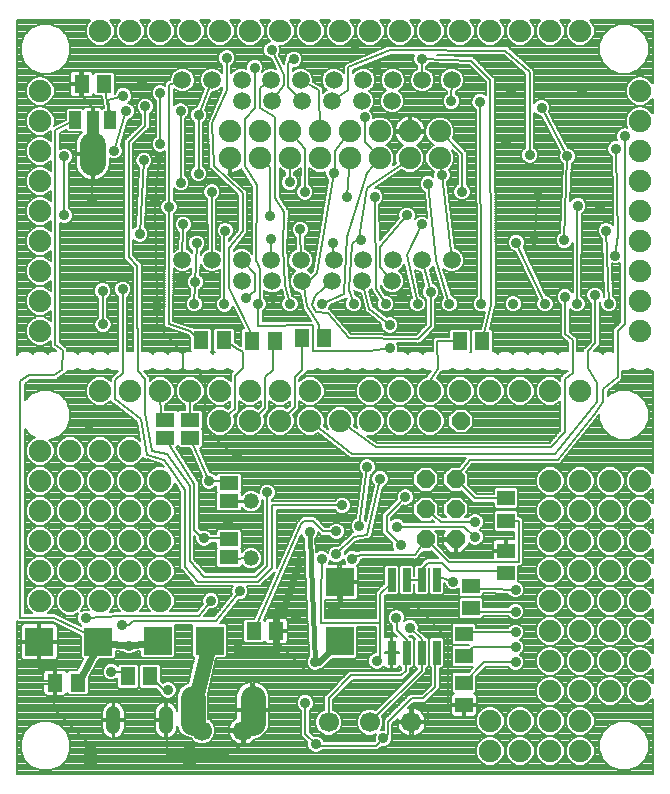
<source format=gts>
G75*
G70*
%OFA0B0*%
%FSLAX24Y24*%
%IPPOS*%
%LPD*%
%AMOC8*
5,1,8,0,0,1.08239X$1,22.5*
%
%ADD10R,0.0512X0.0591*%
%ADD11C,0.0750*%
%ADD12C,0.0591*%
%ADD13OC8,0.0600*%
%ADD14R,0.0591X0.0512*%
%ADD15R,0.0945X0.0945*%
%ADD16C,0.0825*%
%ADD17C,0.0669*%
%ADD18R,0.0260X0.0800*%
%ADD19C,0.0520*%
%ADD20R,0.0630X0.0460*%
%ADD21R,0.0394X0.0591*%
%ADD22R,0.0394X0.0787*%
%ADD23C,0.0866*%
%ADD24C,0.0436*%
%ADD25C,0.0476*%
%ADD26C,0.0079*%
%ADD27C,0.0240*%
%ADD28C,0.0160*%
%ADD29C,0.0357*%
%ADD30C,0.0070*%
%ADD31C,0.0500*%
%ADD32C,0.0236*%
%ADD33C,0.0098*%
D10*
X003913Y005004D03*
X004661Y005004D03*
X006339Y005210D03*
X007087Y005210D03*
X010534Y006722D03*
X011282Y006722D03*
X011228Y016403D03*
X010480Y016403D03*
X009535Y016413D03*
X008787Y016413D03*
X012141Y016493D03*
X012889Y016493D03*
X017400Y016379D03*
X018148Y016379D03*
X005538Y024951D03*
X004790Y024951D03*
D11*
X003408Y024722D03*
X003408Y023722D03*
X003408Y022722D03*
X003408Y021722D03*
X003408Y020722D03*
X003408Y019722D03*
X003408Y018722D03*
X003408Y017722D03*
X003408Y016722D03*
X005408Y014722D03*
X006408Y014722D03*
X007408Y014722D03*
X008408Y014722D03*
X009408Y014722D03*
X010408Y014722D03*
X010408Y013722D03*
X009408Y013722D03*
X011408Y013722D03*
X012408Y013722D03*
X013408Y013722D03*
X014408Y013722D03*
X015408Y013722D03*
X016408Y013722D03*
X016408Y014722D03*
X017408Y014722D03*
X018408Y014722D03*
X019408Y014722D03*
X020408Y014722D03*
X021408Y014722D03*
X023408Y016722D03*
X023408Y017722D03*
X023408Y018722D03*
X023408Y019722D03*
X023408Y020722D03*
X023408Y021722D03*
X023408Y022722D03*
X023408Y023722D03*
X023408Y024722D03*
X021408Y026722D03*
X020408Y026722D03*
X019408Y026722D03*
X018408Y026722D03*
X017408Y026722D03*
X016408Y026722D03*
X015408Y026722D03*
X014408Y026722D03*
X013408Y026722D03*
X012408Y026722D03*
X011408Y026722D03*
X010408Y026722D03*
X009408Y026722D03*
X008408Y026722D03*
X007408Y026722D03*
X006408Y026722D03*
X005408Y026722D03*
X009735Y023376D03*
X009735Y022484D03*
X010735Y022484D03*
X010735Y023376D03*
X011735Y023376D03*
X011735Y022484D03*
X012735Y022484D03*
X012735Y023376D03*
X013735Y023376D03*
X013735Y022484D03*
X014735Y022484D03*
X014735Y023376D03*
X015735Y023376D03*
X015735Y022484D03*
X016735Y022484D03*
X016735Y023376D03*
X015408Y014722D03*
X014408Y014722D03*
X012408Y014722D03*
X011408Y014722D03*
X007408Y011722D03*
X007408Y010722D03*
X006408Y010722D03*
X005408Y010722D03*
X005408Y011722D03*
X006408Y011722D03*
X006408Y012722D03*
X005408Y012722D03*
X004408Y012722D03*
X003408Y012722D03*
X003408Y011722D03*
X003408Y010722D03*
X004408Y010722D03*
X004408Y011722D03*
X004408Y009722D03*
X003408Y009722D03*
X003408Y008722D03*
X003408Y007722D03*
X004408Y007722D03*
X004408Y008722D03*
X005408Y008722D03*
X005408Y007722D03*
X006408Y007722D03*
X007408Y007722D03*
X007408Y008722D03*
X006408Y008722D03*
X006408Y009722D03*
X007408Y009722D03*
X005408Y009722D03*
X018408Y003722D03*
X018408Y002722D03*
X019408Y002722D03*
X020408Y002722D03*
X021408Y002722D03*
X021408Y003722D03*
X020408Y003722D03*
X019408Y003722D03*
X020408Y004722D03*
X021408Y004722D03*
X022408Y004722D03*
X023408Y004722D03*
X023408Y005722D03*
X022408Y005722D03*
X022408Y006722D03*
X023408Y006722D03*
X023408Y007722D03*
X022408Y007722D03*
X022408Y008722D03*
X023408Y008722D03*
X023408Y009722D03*
X022408Y009722D03*
X021408Y009722D03*
X020408Y009722D03*
X020408Y008722D03*
X020408Y007722D03*
X021408Y007722D03*
X021408Y008722D03*
X021408Y006722D03*
X021408Y005722D03*
X020408Y005722D03*
X020408Y006722D03*
X020408Y010722D03*
X021408Y010722D03*
X021408Y011722D03*
X020408Y011722D03*
X022408Y011722D03*
X022408Y010722D03*
X023408Y010722D03*
X023408Y011722D03*
D12*
X017132Y019085D03*
X016148Y019085D03*
X015164Y019085D03*
X015144Y018385D03*
X014144Y018381D03*
X014180Y019085D03*
X013195Y019085D03*
X013144Y018381D03*
X012144Y018381D03*
X012093Y019085D03*
X011109Y019085D03*
X011144Y018381D03*
X010144Y018381D03*
X010124Y019085D03*
X009140Y019085D03*
X008156Y019085D03*
X010144Y024385D03*
X010124Y025089D03*
X011109Y025089D03*
X011144Y024385D03*
X012144Y024385D03*
X012093Y025089D03*
X013195Y025089D03*
X013144Y024385D03*
X014144Y024385D03*
X014180Y025089D03*
X015164Y025089D03*
X015144Y024385D03*
X016148Y025089D03*
X017132Y025089D03*
X009140Y025089D03*
X008156Y025089D03*
D13*
X017431Y013720D03*
X017265Y011777D03*
X017265Y010777D03*
X016265Y010777D03*
X016265Y011777D03*
X016265Y009777D03*
X017265Y009777D03*
D14*
X017762Y008233D03*
X017762Y007485D03*
X017528Y006629D03*
X017528Y005881D03*
X017538Y005005D03*
X017538Y004257D03*
X018943Y008651D03*
X018943Y009400D03*
X018943Y010403D03*
X018943Y011151D03*
D15*
X013395Y008355D03*
X013395Y006387D03*
X009057Y006399D03*
X007325Y006399D03*
X005351Y006363D03*
X003382Y006363D03*
D16*
X008495Y004493D02*
X008495Y003668D01*
X010495Y003668D02*
X010495Y004493D01*
D17*
X010184Y003403D03*
X008806Y003403D03*
X013030Y003683D03*
X014408Y003683D03*
X015786Y003683D03*
D18*
X015626Y006004D03*
X015126Y006004D03*
X016126Y006004D03*
X016626Y006004D03*
X016626Y008424D03*
X016126Y008424D03*
X015626Y008424D03*
X015126Y008424D03*
D19*
X010442Y009145D03*
X010442Y011045D03*
D20*
X009701Y011047D03*
X009701Y011647D03*
X008417Y013164D03*
X008417Y013764D03*
X007570Y013765D03*
X007570Y013165D03*
X009708Y009777D03*
X009708Y009177D03*
D21*
X005754Y023762D03*
X004574Y023762D03*
D22*
X005164Y023662D03*
D23*
X005164Y022907D02*
X005164Y022317D01*
D24*
X005085Y002791D02*
X005085Y002354D01*
X008372Y002354D02*
X008372Y002791D01*
D25*
X007604Y003516D02*
X007604Y003991D01*
X005852Y003991D02*
X005852Y003516D01*
D26*
X002644Y001959D02*
X002644Y007059D01*
X002684Y007019D01*
X002685Y007019D01*
X002747Y007019D01*
X002808Y007019D01*
X003827Y007019D01*
X004769Y006566D01*
X004769Y005845D01*
X004833Y005781D01*
X004841Y005781D01*
X004629Y005409D01*
X004359Y005409D01*
X004300Y005349D01*
X004298Y005353D01*
X004280Y005385D01*
X004254Y005411D01*
X004222Y005429D01*
X004187Y005439D01*
X003952Y005439D01*
X003952Y005043D01*
X003873Y005043D01*
X003873Y004965D01*
X003517Y004965D01*
X003517Y004690D01*
X003527Y004655D01*
X003545Y004623D01*
X003571Y004597D01*
X003603Y004579D01*
X003638Y004569D01*
X003873Y004569D01*
X003873Y004965D01*
X003952Y004965D01*
X003952Y004569D01*
X004187Y004569D01*
X004222Y004579D01*
X004254Y004597D01*
X004280Y004623D01*
X004298Y004655D01*
X004300Y004659D01*
X004359Y004599D01*
X004962Y004599D01*
X005026Y004664D01*
X005026Y005186D01*
X005364Y005781D01*
X005869Y005781D01*
X005933Y005845D01*
X005933Y006051D01*
X006169Y006025D01*
X006205Y005989D01*
X006311Y005945D01*
X006426Y005945D01*
X006531Y005989D01*
X006579Y006037D01*
X006743Y006065D01*
X006743Y005882D01*
X006807Y005818D01*
X007842Y005818D01*
X007906Y005882D01*
X007906Y006908D01*
X008475Y006908D01*
X008475Y005882D01*
X008539Y005818D01*
X008546Y005818D01*
X008347Y004996D01*
X008199Y004935D01*
X008052Y004788D01*
X007973Y004596D01*
X007973Y004072D01*
X007967Y004101D01*
X007938Y004170D01*
X007897Y004232D01*
X007845Y004284D01*
X007783Y004326D01*
X007714Y004354D01*
X007641Y004368D01*
X007634Y004368D01*
X007634Y003783D01*
X007575Y003783D01*
X007575Y004368D01*
X007567Y004368D01*
X007494Y004354D01*
X007426Y004326D01*
X007364Y004284D01*
X007311Y004232D01*
X007270Y004170D01*
X007242Y004101D01*
X007227Y004028D01*
X007227Y003783D01*
X007575Y003783D01*
X007575Y003724D01*
X007634Y003724D01*
X007634Y003139D01*
X007641Y003139D01*
X007714Y003153D01*
X007783Y003181D01*
X007845Y003223D01*
X007897Y003275D01*
X007938Y003337D01*
X007967Y003406D01*
X007981Y003479D01*
X007981Y003543D01*
X008052Y003372D01*
X008199Y003225D01*
X008391Y003146D01*
X008435Y003146D01*
X008554Y003027D01*
X008717Y002959D01*
X008894Y002959D01*
X009057Y003027D01*
X009182Y003151D01*
X009250Y003315D01*
X009250Y003491D01*
X009182Y003655D01*
X009057Y003779D01*
X009016Y003796D01*
X009016Y004596D01*
X008999Y004637D01*
X009286Y005818D01*
X009575Y005818D01*
X009639Y005882D01*
X009639Y006917D01*
X009575Y006981D01*
X009420Y006981D01*
X009435Y006997D01*
X009435Y007006D01*
X010026Y007756D01*
X010121Y007756D01*
X010227Y007800D01*
X010308Y007881D01*
X010352Y007986D01*
X010352Y008101D01*
X010308Y008207D01*
X010299Y008215D01*
X010668Y008215D01*
X010726Y008212D01*
X010729Y008215D01*
X010732Y008215D01*
X010774Y008256D01*
X011212Y008658D01*
X011216Y008658D01*
X011236Y008678D01*
X010550Y007127D01*
X010233Y007127D01*
X010169Y007063D01*
X010169Y006382D01*
X010233Y006318D01*
X010835Y006318D01*
X010895Y006378D01*
X010896Y006373D01*
X010915Y006342D01*
X010940Y006316D01*
X010972Y006297D01*
X011008Y006288D01*
X011243Y006288D01*
X011243Y006683D01*
X011321Y006683D01*
X011321Y006288D01*
X011556Y006288D01*
X011592Y006297D01*
X011623Y006316D01*
X011649Y006342D01*
X011668Y006373D01*
X011677Y006409D01*
X011677Y006683D01*
X011321Y006683D01*
X011321Y006762D01*
X011243Y006762D01*
X011243Y007157D01*
X011008Y007157D01*
X010972Y007148D01*
X010940Y007129D01*
X010915Y007103D01*
X010896Y007071D01*
X010895Y007067D01*
X010863Y007099D01*
X012116Y009933D01*
X012148Y009856D01*
X012210Y009794D01*
X012235Y008999D01*
X012234Y008998D01*
X012238Y008921D01*
X012240Y008844D01*
X012241Y008843D01*
X012379Y005895D01*
X012334Y005850D01*
X012290Y005744D01*
X012290Y005630D01*
X012334Y005524D01*
X012415Y005443D01*
X012521Y005399D01*
X012635Y005399D01*
X012741Y005443D01*
X012756Y005457D01*
X012790Y005457D01*
X013138Y005805D01*
X013913Y005805D01*
X013977Y005869D01*
X013977Y006847D01*
X014606Y006847D01*
X014606Y006015D01*
X014572Y006015D01*
X014466Y005971D01*
X014385Y005890D01*
X014341Y005784D01*
X014341Y005670D01*
X014385Y005564D01*
X014466Y005483D01*
X014572Y005439D01*
X014686Y005439D01*
X014792Y005483D01*
X014865Y005556D01*
X014866Y005550D01*
X014885Y005518D01*
X014911Y005492D01*
X014942Y005474D01*
X014978Y005464D01*
X015101Y005464D01*
X015101Y005978D01*
X015152Y005978D01*
X015152Y006029D01*
X015387Y006029D01*
X015387Y005978D01*
X015152Y005978D01*
X015152Y005464D01*
X015275Y005464D01*
X015310Y005474D01*
X015342Y005492D01*
X015368Y005518D01*
X015386Y005550D01*
X015388Y005557D01*
X015451Y005494D01*
X015453Y005494D01*
X015453Y005453D01*
X015389Y005389D01*
X013722Y005389D01*
X012968Y004636D01*
X012881Y004549D01*
X012881Y004102D01*
X012778Y004059D01*
X012654Y003935D01*
X012586Y003771D01*
X012586Y003595D01*
X012654Y003431D01*
X012778Y003307D01*
X012942Y003239D01*
X013118Y003239D01*
X013282Y003307D01*
X013406Y003431D01*
X013474Y003595D01*
X013474Y003771D01*
X013406Y003935D01*
X013282Y004059D01*
X013179Y004102D01*
X013179Y004425D01*
X013845Y005092D01*
X015512Y005092D01*
X015599Y005179D01*
X015751Y005330D01*
X015751Y005494D01*
X015802Y005494D01*
X015866Y005558D01*
X015866Y006449D01*
X015802Y006513D01*
X015745Y006513D01*
X015711Y006547D01*
X015796Y006547D01*
X015810Y006553D01*
X015900Y006462D01*
X015887Y006449D01*
X015887Y005558D01*
X015951Y005494D01*
X015977Y005494D01*
X015977Y005463D01*
X014599Y004084D01*
X014496Y004127D01*
X014320Y004127D01*
X014156Y004059D01*
X014032Y003935D01*
X013964Y003771D01*
X013964Y003595D01*
X014032Y003431D01*
X014156Y003307D01*
X014320Y003239D01*
X014496Y003239D01*
X014597Y003281D01*
X014563Y003199D01*
X014563Y003084D01*
X014569Y003070D01*
X014551Y003052D01*
X012866Y003052D01*
X012841Y003114D01*
X012760Y003195D01*
X012654Y003239D01*
X012539Y003239D01*
X012525Y003233D01*
X012399Y003359D01*
X012399Y004079D01*
X012413Y004085D01*
X012494Y004166D01*
X012538Y004272D01*
X012538Y004386D01*
X012494Y004492D01*
X012413Y004573D01*
X012308Y004617D01*
X012193Y004617D01*
X012087Y004573D01*
X012006Y004492D01*
X011963Y004386D01*
X011963Y004272D01*
X012006Y004166D01*
X012087Y004085D01*
X012102Y004079D01*
X012102Y003236D01*
X012189Y003148D01*
X012315Y003023D01*
X012309Y003008D01*
X012309Y002894D01*
X012353Y002788D01*
X012434Y002707D01*
X012539Y002663D01*
X012654Y002663D01*
X012760Y002707D01*
X012807Y002755D01*
X014674Y002755D01*
X014738Y002819D01*
X014761Y002842D01*
X014779Y002860D01*
X014793Y002854D01*
X014908Y002854D01*
X015014Y002897D01*
X015095Y002978D01*
X015138Y003084D01*
X015138Y003199D01*
X015133Y003213D01*
X015155Y003236D01*
X015155Y003629D01*
X015325Y003799D01*
X015324Y003794D01*
X015312Y003722D01*
X015747Y003722D01*
X015747Y004157D01*
X015675Y004145D01*
X015669Y004144D01*
X015855Y004330D01*
X016249Y004330D01*
X016336Y004417D01*
X016730Y004810D01*
X016730Y005494D01*
X016802Y005494D01*
X016866Y005558D01*
X016866Y006449D01*
X016802Y006513D01*
X016451Y006513D01*
X016387Y006449D01*
X016387Y005558D01*
X016432Y005513D01*
X016432Y004934D01*
X016126Y004627D01*
X015732Y004627D01*
X015645Y004540D01*
X015645Y004540D01*
X014945Y003840D01*
X014858Y003752D01*
X014858Y003429D01*
X014793Y003429D01*
X014774Y003421D01*
X014784Y003431D01*
X014852Y003595D01*
X014852Y003771D01*
X014809Y003874D01*
X016188Y005253D01*
X016275Y005340D01*
X016275Y005494D01*
X016302Y005494D01*
X016366Y005558D01*
X016366Y006449D01*
X016302Y006513D01*
X016270Y006513D01*
X016020Y006763D01*
X016026Y006777D01*
X016026Y006892D01*
X015982Y006998D01*
X015901Y007079D01*
X015796Y007122D01*
X015681Y007122D01*
X015575Y007079D01*
X015553Y007056D01*
X015574Y007107D01*
X015574Y007222D01*
X015530Y007327D01*
X015449Y007408D01*
X015343Y007452D01*
X015229Y007452D01*
X015123Y007408D01*
X015042Y007327D01*
X014998Y007222D01*
X014998Y007107D01*
X015042Y007001D01*
X015123Y006920D01*
X015147Y006910D01*
X015147Y006690D01*
X015301Y006536D01*
X015275Y006543D01*
X015152Y006543D01*
X015152Y006029D01*
X015101Y006029D01*
X015101Y006543D01*
X014978Y006543D01*
X014942Y006533D01*
X014911Y006515D01*
X014903Y006508D01*
X014903Y007592D01*
X014904Y007653D01*
X014903Y007653D01*
X014903Y007903D01*
X014933Y007932D01*
X014951Y007914D01*
X015302Y007914D01*
X015366Y007978D01*
X015366Y008869D01*
X015302Y008933D01*
X014951Y008933D01*
X014887Y008869D01*
X014887Y008307D01*
X014606Y008026D01*
X014606Y007593D01*
X012906Y007593D01*
X012906Y007670D02*
X014606Y007670D01*
X014606Y007747D02*
X013900Y007747D01*
X013886Y007743D02*
X013922Y007753D01*
X013953Y007771D01*
X013979Y007797D01*
X013998Y007829D01*
X014007Y007864D01*
X014007Y008316D01*
X013435Y008316D01*
X013435Y008395D01*
X013356Y008395D01*
X013356Y008967D01*
X013036Y008967D01*
X013037Y008968D01*
X013081Y009074D01*
X013081Y009076D01*
X013120Y009036D01*
X013226Y008992D01*
X013340Y008992D01*
X013446Y009036D01*
X013527Y009117D01*
X013528Y009119D01*
X013528Y009079D01*
X013572Y008973D01*
X013578Y008967D01*
X013435Y008967D01*
X013435Y008395D01*
X014007Y008395D01*
X014007Y008846D01*
X013998Y008881D01*
X013987Y008900D01*
X014060Y008973D01*
X014104Y009079D01*
X014104Y009100D01*
X014139Y009113D01*
X015856Y009113D01*
X015868Y009105D01*
X015916Y009113D01*
X015965Y009113D01*
X015975Y009123D01*
X015990Y009126D01*
X016018Y009166D01*
X016052Y009200D01*
X016052Y009215D01*
X016159Y009368D01*
X016434Y009368D01*
X016449Y009383D01*
X016682Y009150D01*
X016279Y009150D01*
X016065Y008936D01*
X016062Y008933D01*
X015951Y008933D01*
X015887Y008869D01*
X015887Y008572D01*
X015866Y008572D01*
X015866Y008869D01*
X015802Y008933D01*
X015451Y008933D01*
X015387Y008869D01*
X015387Y007978D01*
X015451Y007914D01*
X015802Y007914D01*
X015866Y007978D01*
X015866Y008275D01*
X015887Y008275D01*
X015887Y007978D01*
X015951Y007914D01*
X016302Y007914D01*
X016366Y007978D01*
X016366Y008816D01*
X016387Y008837D01*
X016387Y007978D01*
X016451Y007914D01*
X016802Y007914D01*
X016866Y007978D01*
X016866Y008324D01*
X016882Y008318D01*
X016882Y008315D01*
X016926Y008209D01*
X017007Y008128D01*
X017112Y008085D01*
X017227Y008085D01*
X017333Y008128D01*
X017358Y008153D01*
X017358Y007932D01*
X017422Y007868D01*
X018103Y007868D01*
X018167Y007932D01*
X018167Y007998D01*
X019004Y007962D01*
X019014Y007937D01*
X019095Y007856D01*
X019201Y007813D01*
X019316Y007813D01*
X019421Y007856D01*
X019502Y007937D01*
X019546Y008043D01*
X019546Y008158D01*
X019502Y008263D01*
X019421Y008344D01*
X019348Y008375D01*
X019348Y008874D01*
X019371Y008874D01*
X019433Y008874D01*
X019476Y008918D01*
X019520Y008961D01*
X019520Y008962D01*
X019520Y009023D01*
X019519Y009085D01*
X019516Y010356D01*
X019528Y010386D01*
X019516Y010415D01*
X019516Y010446D01*
X019492Y010469D01*
X019479Y010499D01*
X019450Y010511D01*
X019428Y010533D01*
X019399Y010533D01*
X019379Y010552D01*
X019348Y010552D01*
X019348Y010705D01*
X019284Y010769D01*
X018603Y010769D01*
X018539Y010705D01*
X018539Y010102D01*
X018603Y010038D01*
X019219Y010038D01*
X019220Y009795D01*
X018983Y009795D01*
X018983Y009439D01*
X018904Y009439D01*
X018904Y009795D01*
X018630Y009795D01*
X018594Y009785D01*
X018563Y009767D01*
X018537Y009741D01*
X018518Y009709D01*
X018509Y009674D01*
X018509Y009439D01*
X018904Y009439D01*
X018904Y009360D01*
X018509Y009360D01*
X018509Y009170D01*
X017085Y009168D01*
X016659Y009593D01*
X016674Y009608D01*
X016674Y009947D01*
X016571Y010050D01*
X016916Y010050D01*
X016825Y009959D01*
X016825Y009817D01*
X017225Y009817D01*
X017225Y009738D01*
X016825Y009738D01*
X016825Y009595D01*
X017083Y009338D01*
X017225Y009338D01*
X017225Y009738D01*
X017304Y009738D01*
X017304Y009338D01*
X017447Y009338D01*
X017704Y009595D01*
X017704Y009664D01*
X017755Y009613D01*
X017861Y009569D01*
X017975Y009569D01*
X018081Y009613D01*
X018162Y009694D01*
X018206Y009800D01*
X018206Y009914D01*
X018162Y010020D01*
X018081Y010101D01*
X018063Y010108D01*
X018081Y010116D01*
X018162Y010197D01*
X018206Y010303D01*
X018206Y010417D01*
X018162Y010523D01*
X018081Y010604D01*
X017976Y010648D01*
X017861Y010648D01*
X017755Y010604D01*
X017674Y010523D01*
X017669Y010509D01*
X017575Y010509D01*
X017674Y010608D01*
X017674Y010947D01*
X017434Y011187D01*
X017095Y011187D01*
X016855Y010947D01*
X016855Y010608D01*
X016954Y010509D01*
X016822Y010509D01*
X016674Y010632D01*
X016674Y010947D01*
X016434Y011187D01*
X016095Y011187D01*
X015855Y010947D01*
X015855Y010608D01*
X016095Y010368D01*
X016434Y010368D01*
X016476Y010410D01*
X016551Y010347D01*
X015557Y010347D01*
X015552Y010362D01*
X015471Y010443D01*
X015365Y010487D01*
X015250Y010487D01*
X015145Y010443D01*
X015108Y010406D01*
X015108Y010496D01*
X015362Y010750D01*
X015449Y010837D01*
X015449Y010842D01*
X015516Y010909D01*
X015530Y010903D01*
X015645Y010903D01*
X015751Y010946D01*
X015832Y011027D01*
X015875Y011133D01*
X015875Y011248D01*
X015832Y011353D01*
X015751Y011434D01*
X015645Y011478D01*
X015530Y011478D01*
X015425Y011434D01*
X015344Y011353D01*
X015300Y011248D01*
X015300Y011133D01*
X015306Y011119D01*
X015152Y010965D01*
X015152Y010961D01*
X014810Y010619D01*
X014810Y009986D01*
X014897Y009899D01*
X015145Y009652D01*
X015139Y009638D01*
X015139Y009523D01*
X015183Y009417D01*
X015189Y009410D01*
X014144Y009410D01*
X014117Y009423D01*
X014085Y009410D01*
X014050Y009410D01*
X014030Y009390D01*
X013986Y009373D01*
X013979Y009380D01*
X013873Y009424D01*
X013759Y009424D01*
X013653Y009380D01*
X013572Y009299D01*
X013571Y009297D01*
X013571Y009337D01*
X013565Y009352D01*
X013943Y009730D01*
X014304Y009783D01*
X014336Y009776D01*
X014363Y009792D01*
X014393Y009796D01*
X014413Y009823D01*
X014441Y009840D01*
X014448Y009870D01*
X014467Y009895D01*
X014462Y009928D01*
X014841Y011530D01*
X014906Y011557D01*
X014987Y011638D01*
X015031Y011744D01*
X015031Y011858D01*
X014987Y011964D01*
X014906Y012045D01*
X014800Y012089D01*
X014686Y012089D01*
X014580Y012045D01*
X014499Y011964D01*
X014455Y011858D01*
X014455Y011744D01*
X014499Y011638D01*
X014549Y011589D01*
X014268Y010401D01*
X014233Y010435D01*
X014432Y011929D01*
X014481Y011949D01*
X014562Y012030D01*
X014605Y012136D01*
X014605Y012250D01*
X014562Y012356D01*
X014481Y012437D01*
X014375Y012481D01*
X014260Y012481D01*
X014155Y012437D01*
X014074Y012356D01*
X014030Y012250D01*
X014030Y012136D01*
X014074Y012030D01*
X014137Y011967D01*
X013939Y010481D01*
X013884Y010458D01*
X013803Y010377D01*
X013759Y010271D01*
X013759Y010157D01*
X013803Y010051D01*
X013836Y010019D01*
X013811Y010019D01*
X013802Y010010D01*
X013790Y010008D01*
X013760Y009967D01*
X013355Y009562D01*
X013340Y009568D01*
X013226Y009568D01*
X013120Y009524D01*
X013039Y009443D01*
X012995Y009337D01*
X012995Y009335D01*
X012956Y009375D01*
X012850Y009419D01*
X012736Y009419D01*
X012630Y009375D01*
X012603Y009348D01*
X012588Y009808D01*
X012636Y009856D01*
X012680Y009961D01*
X012680Y010006D01*
X012702Y009984D01*
X012789Y009896D01*
X013040Y009896D01*
X013045Y009882D01*
X013126Y009801D01*
X013232Y009757D01*
X013347Y009757D01*
X013452Y009801D01*
X013533Y009882D01*
X013577Y009988D01*
X013577Y010102D01*
X013533Y010208D01*
X013452Y010289D01*
X013347Y010333D01*
X013232Y010333D01*
X013126Y010289D01*
X013045Y010208D01*
X013040Y010194D01*
X012912Y010194D01*
X012567Y010540D01*
X012158Y010540D01*
X012070Y010452D01*
X012023Y010405D01*
X011995Y010394D01*
X011981Y010363D01*
X011957Y010339D01*
X011957Y010309D01*
X011305Y008833D01*
X011306Y008861D01*
X011303Y008864D01*
X011303Y010758D01*
X013233Y010758D01*
X013239Y010743D01*
X013320Y010662D01*
X013426Y010619D01*
X013540Y010619D01*
X013646Y010662D01*
X013727Y010743D01*
X013771Y010849D01*
X013771Y010964D01*
X013727Y011069D01*
X013646Y011150D01*
X013540Y011194D01*
X013426Y011194D01*
X013320Y011150D01*
X013239Y011069D01*
X013233Y011055D01*
X011218Y011055D01*
X011216Y011057D01*
X011137Y011057D01*
X011137Y011096D01*
X011142Y011098D01*
X011223Y011179D01*
X011267Y011285D01*
X011267Y011399D01*
X011223Y011505D01*
X011142Y011586D01*
X011036Y011630D01*
X010922Y011630D01*
X010816Y011586D01*
X010735Y011505D01*
X010691Y011399D01*
X010691Y011318D01*
X010651Y011358D01*
X010516Y011414D01*
X010369Y011414D01*
X010233Y011358D01*
X010129Y011254D01*
X010125Y011245D01*
X010125Y011323D01*
X010101Y011347D01*
X010125Y011372D01*
X010125Y011923D01*
X010061Y011987D01*
X009341Y011987D01*
X009277Y011923D01*
X009277Y011908D01*
X009214Y011971D01*
X009108Y012015D01*
X009067Y012015D01*
X008723Y012825D01*
X008778Y012825D01*
X008842Y012889D01*
X008842Y013439D01*
X008817Y013464D01*
X008842Y013489D01*
X008842Y014039D01*
X008778Y014104D01*
X008552Y014104D01*
X008554Y014259D01*
X008682Y014312D01*
X008819Y014448D01*
X008892Y014626D01*
X008892Y014819D01*
X008819Y014997D01*
X008682Y015133D01*
X008504Y015207D01*
X008312Y015207D01*
X008134Y015133D01*
X007997Y014997D01*
X007924Y014819D01*
X007924Y014626D01*
X007997Y014448D01*
X008134Y014312D01*
X008256Y014261D01*
X008255Y014104D01*
X008057Y014104D01*
X007994Y014041D01*
X007931Y014104D01*
X007570Y014104D01*
X007566Y014264D01*
X007682Y014312D01*
X007819Y014448D01*
X007892Y014626D01*
X007892Y014819D01*
X007819Y014997D01*
X007682Y015133D01*
X007504Y015207D01*
X007312Y015207D01*
X007134Y015133D01*
X007062Y015062D01*
X007062Y015064D01*
X007063Y015065D01*
X007062Y015126D01*
X007062Y015186D01*
X007062Y015187D01*
X007062Y015188D01*
X007018Y015231D01*
X006975Y015274D01*
X006974Y015274D01*
X006858Y015388D01*
X006975Y015388D01*
X007098Y015439D01*
X007158Y015499D01*
X007218Y015439D01*
X007341Y015388D01*
X007475Y015388D01*
X007598Y015439D01*
X007658Y015499D01*
X007718Y015439D01*
X007841Y015388D01*
X007975Y015388D01*
X008098Y015439D01*
X008158Y015499D01*
X008218Y015439D01*
X008341Y015388D01*
X008475Y015388D01*
X008598Y015439D01*
X008658Y015499D01*
X008718Y015439D01*
X008841Y015388D01*
X008975Y015388D01*
X009098Y015439D01*
X009158Y015499D01*
X009218Y015439D01*
X009341Y015388D01*
X009475Y015388D01*
X009598Y015439D01*
X009658Y015499D01*
X009718Y015439D01*
X009841Y015388D01*
X009847Y015388D01*
X009802Y015341D01*
X009760Y015299D01*
X009760Y015297D01*
X009758Y015296D01*
X009759Y015236D01*
X009758Y015057D01*
X009682Y015133D01*
X009504Y015207D01*
X009312Y015207D01*
X009134Y015133D01*
X008997Y014997D01*
X008924Y014819D01*
X008924Y014626D01*
X008997Y014448D01*
X009134Y014312D01*
X009312Y014238D01*
X009504Y014238D01*
X009682Y014312D01*
X009755Y014384D01*
X009754Y014199D01*
X009677Y014135D01*
X009504Y014207D01*
X009312Y014207D01*
X009134Y014133D01*
X008997Y013997D01*
X008924Y013819D01*
X008924Y013626D01*
X008997Y013448D01*
X009134Y013312D01*
X009312Y013238D01*
X009504Y013238D01*
X009682Y013312D01*
X009819Y013448D01*
X009892Y013626D01*
X009892Y013819D01*
X009859Y013900D01*
X009958Y013982D01*
X009963Y013982D01*
X009973Y013992D01*
X009992Y013995D01*
X010016Y014029D01*
X010049Y014056D01*
X010050Y014068D01*
X010050Y014069D01*
X010051Y014076D01*
X010051Y014077D01*
X010063Y014095D01*
X010056Y014137D01*
X010061Y014178D01*
X010051Y014190D01*
X010052Y014393D01*
X010134Y014312D01*
X010312Y014238D01*
X010504Y014238D01*
X010682Y014312D01*
X010758Y014388D01*
X010758Y014207D01*
X010683Y014132D01*
X010682Y014133D01*
X010504Y014207D01*
X010312Y014207D01*
X010134Y014133D01*
X009997Y013997D01*
X009924Y013819D01*
X009924Y013626D01*
X009997Y013448D01*
X010134Y013312D01*
X010312Y013238D01*
X010504Y013238D01*
X010682Y013312D01*
X010819Y013448D01*
X010892Y013626D01*
X010892Y013819D01*
X010862Y013891D01*
X011012Y014040D01*
X011056Y014084D01*
X011056Y014145D01*
X011056Y014389D01*
X011134Y014312D01*
X011312Y014238D01*
X011504Y014238D01*
X011682Y014312D01*
X011756Y014386D01*
X011756Y014259D01*
X011645Y014148D01*
X011504Y014207D01*
X011312Y014207D01*
X011134Y014133D01*
X010997Y013997D01*
X010924Y013819D01*
X010924Y013626D01*
X010997Y013448D01*
X011134Y013312D01*
X011312Y013238D01*
X011504Y013238D01*
X011682Y013312D01*
X011819Y013448D01*
X011892Y013626D01*
X011892Y013819D01*
X011847Y013929D01*
X012009Y014092D01*
X012053Y014135D01*
X012053Y014136D01*
X012053Y014197D01*
X012054Y014391D01*
X012134Y014312D01*
X012312Y014238D01*
X012504Y014238D01*
X012682Y014312D01*
X012819Y014448D01*
X012892Y014626D01*
X012892Y014819D01*
X012819Y014997D01*
X012682Y015133D01*
X012504Y015207D01*
X012312Y015207D01*
X012134Y015133D01*
X012056Y015056D01*
X012056Y015117D01*
X012301Y015362D01*
X012301Y015404D01*
X012341Y015388D01*
X012475Y015388D01*
X012598Y015439D01*
X012658Y015499D01*
X012718Y015439D01*
X012841Y015388D01*
X012975Y015388D01*
X013098Y015439D01*
X013158Y015499D01*
X013218Y015439D01*
X013341Y015388D01*
X013475Y015388D01*
X013598Y015439D01*
X013658Y015499D01*
X013718Y015439D01*
X013841Y015388D01*
X013975Y015388D01*
X014098Y015439D01*
X014158Y015499D01*
X014218Y015439D01*
X014341Y015388D01*
X014475Y015388D01*
X014598Y015439D01*
X014658Y015499D01*
X014718Y015439D01*
X014841Y015388D01*
X014975Y015388D01*
X015098Y015439D01*
X015158Y015499D01*
X015218Y015439D01*
X015341Y015388D01*
X015475Y015388D01*
X015598Y015439D01*
X015658Y015499D01*
X015718Y015439D01*
X015841Y015388D01*
X015975Y015388D01*
X016098Y015439D01*
X016158Y015499D01*
X016218Y015439D01*
X016341Y015388D01*
X016436Y015388D01*
X016322Y015240D01*
X016286Y015208D01*
X016285Y015196D01*
X016134Y015133D01*
X015997Y014997D01*
X015924Y014819D01*
X015924Y014626D01*
X015997Y014448D01*
X016134Y014312D01*
X016312Y014238D01*
X016504Y014238D01*
X016682Y014312D01*
X016819Y014448D01*
X016892Y014626D01*
X016892Y014819D01*
X016819Y014997D01*
X016682Y015133D01*
X016631Y015154D01*
X016776Y015342D01*
X016812Y015379D01*
X016812Y015390D01*
X016818Y015397D01*
X016841Y015388D01*
X016975Y015388D01*
X017098Y015439D01*
X017158Y015499D01*
X017218Y015439D01*
X017341Y015388D01*
X017475Y015388D01*
X017598Y015439D01*
X017658Y015499D01*
X017718Y015439D01*
X017841Y015388D01*
X017975Y015388D01*
X018098Y015439D01*
X018158Y015499D01*
X018218Y015439D01*
X018341Y015388D01*
X018475Y015388D01*
X018598Y015439D01*
X018658Y015499D01*
X018718Y015439D01*
X018841Y015388D01*
X018975Y015388D01*
X019098Y015439D01*
X019158Y015499D01*
X019218Y015439D01*
X019341Y015388D01*
X019475Y015388D01*
X019598Y015439D01*
X019658Y015499D01*
X019718Y015439D01*
X019841Y015388D01*
X019975Y015388D01*
X020098Y015439D01*
X020158Y015499D01*
X020218Y015439D01*
X020341Y015388D01*
X020475Y015388D01*
X020598Y015439D01*
X020658Y015499D01*
X020718Y015439D01*
X020841Y015388D01*
X020975Y015388D01*
X021011Y015403D01*
X021011Y015391D01*
X020856Y015284D01*
X020841Y015284D01*
X020807Y015251D01*
X020767Y015224D01*
X020765Y015208D01*
X020754Y015197D01*
X020754Y015149D01*
X020745Y015102D01*
X020754Y015090D01*
X020754Y015062D01*
X020682Y015133D01*
X020504Y015207D01*
X020312Y015207D01*
X020134Y015133D01*
X019997Y014997D01*
X019924Y014819D01*
X019924Y014626D01*
X019997Y014448D01*
X020134Y014312D01*
X020312Y014238D01*
X020504Y014238D01*
X020682Y014312D01*
X020754Y014383D01*
X020754Y013407D01*
X020383Y012990D01*
X014650Y012990D01*
X014313Y013238D01*
X014504Y013238D01*
X014682Y013312D01*
X014819Y013448D01*
X014892Y013626D01*
X014892Y013819D01*
X014819Y013997D01*
X014682Y014133D01*
X014504Y014207D01*
X014312Y014207D01*
X014134Y014133D01*
X013997Y013997D01*
X013924Y013819D01*
X013924Y013626D01*
X013983Y013482D01*
X013868Y013567D01*
X013892Y013626D01*
X013892Y013819D01*
X013819Y013997D01*
X013682Y014133D01*
X013504Y014207D01*
X013312Y014207D01*
X013134Y014133D01*
X012997Y013997D01*
X012924Y013819D01*
X012924Y013626D01*
X012994Y013455D01*
X012864Y013557D01*
X012892Y013626D01*
X012892Y013819D01*
X012819Y013997D01*
X012682Y014133D01*
X012504Y014207D01*
X012312Y014207D01*
X012134Y014133D01*
X011997Y013997D01*
X011924Y013819D01*
X011924Y013626D01*
X011997Y013448D01*
X012134Y013312D01*
X012312Y013238D01*
X012504Y013238D01*
X012682Y013312D01*
X012687Y013317D01*
X013706Y012525D01*
X013743Y012488D01*
X013753Y012488D01*
X013762Y012482D01*
X013814Y012488D01*
X017593Y012488D01*
X017593Y012484D01*
X017359Y012187D01*
X017095Y012187D01*
X016855Y011947D01*
X016855Y011608D01*
X017095Y011368D01*
X017434Y011368D01*
X017452Y011386D01*
X017835Y011003D01*
X018539Y011003D01*
X018539Y010850D01*
X018603Y010786D01*
X019284Y010786D01*
X019348Y010850D01*
X019348Y011453D01*
X019284Y011517D01*
X018603Y011517D01*
X018539Y011453D01*
X018539Y011300D01*
X017959Y011300D01*
X017663Y011596D01*
X017674Y011608D01*
X017674Y011947D01*
X017604Y012017D01*
X017814Y012284D01*
X020617Y012284D01*
X020625Y012278D01*
X020678Y012284D01*
X020731Y012284D01*
X020738Y012291D01*
X020747Y012292D01*
X020780Y012333D01*
X020818Y012371D01*
X020818Y012381D01*
X021938Y013794D01*
X021941Y013794D01*
X021976Y013842D01*
X022013Y013888D01*
X022013Y013891D01*
X022053Y013946D01*
X022053Y013763D01*
X022179Y013459D01*
X022412Y013226D01*
X022716Y013100D01*
X023045Y013100D01*
X023349Y013226D01*
X023581Y013459D01*
X023707Y013763D01*
X023707Y014092D01*
X023581Y014396D01*
X023349Y014628D01*
X023045Y014754D01*
X022716Y014754D01*
X022412Y014628D01*
X022326Y014542D01*
X022326Y014713D01*
X022721Y015039D01*
X022729Y015039D01*
X022768Y015078D01*
X022810Y015113D01*
X022811Y015121D01*
X022816Y015127D01*
X022816Y015181D01*
X022822Y015235D01*
X022816Y015242D01*
X022816Y015398D01*
X022841Y015388D01*
X022975Y015388D01*
X023098Y015439D01*
X023158Y015499D01*
X023218Y015439D01*
X023341Y015388D01*
X023475Y015388D01*
X023598Y015439D01*
X023658Y015499D01*
X023718Y015439D01*
X023825Y015394D01*
X023490Y015394D01*
X023630Y015471D02*
X023686Y015471D01*
X023825Y015394D02*
X023825Y011981D01*
X023819Y011997D01*
X023682Y012133D01*
X023504Y012207D01*
X023312Y012207D01*
X023134Y012133D01*
X022997Y011997D01*
X022924Y011819D01*
X022924Y011626D01*
X022997Y011448D01*
X023134Y011312D01*
X023312Y011238D01*
X023504Y011238D01*
X023682Y011312D01*
X023819Y011448D01*
X023825Y011464D01*
X023825Y010981D01*
X023819Y010997D01*
X023682Y011133D01*
X023504Y011207D01*
X023312Y011207D01*
X023134Y011133D01*
X022997Y010997D01*
X022924Y010819D01*
X022924Y010626D01*
X022997Y010448D01*
X023134Y010312D01*
X023312Y010238D01*
X023504Y010238D01*
X023682Y010312D01*
X023819Y010448D01*
X023825Y010464D01*
X023825Y009981D01*
X023819Y009997D01*
X023682Y010133D01*
X023504Y010207D01*
X023312Y010207D01*
X023134Y010133D01*
X022997Y009997D01*
X022924Y009819D01*
X022924Y009626D01*
X022997Y009448D01*
X023134Y009312D01*
X023312Y009238D01*
X023504Y009238D01*
X023682Y009312D01*
X023819Y009448D01*
X023825Y009464D01*
X023825Y008981D01*
X023819Y008997D01*
X023682Y009133D01*
X023504Y009207D01*
X023312Y009207D01*
X023134Y009133D01*
X022997Y008997D01*
X022924Y008819D01*
X022924Y008626D01*
X022997Y008448D01*
X023134Y008312D01*
X023312Y008238D01*
X023504Y008238D01*
X023682Y008312D01*
X023819Y008448D01*
X023825Y008464D01*
X023825Y007981D01*
X023819Y007997D01*
X023682Y008133D01*
X023504Y008207D01*
X023312Y008207D01*
X023134Y008133D01*
X022997Y007997D01*
X022924Y007819D01*
X022924Y007626D01*
X022997Y007448D01*
X023134Y007312D01*
X023312Y007238D01*
X023504Y007238D01*
X023682Y007312D01*
X023819Y007448D01*
X023825Y007464D01*
X023825Y006981D01*
X023819Y006997D01*
X023682Y007133D01*
X023504Y007207D01*
X023312Y007207D01*
X023134Y007133D01*
X022997Y006997D01*
X022924Y006819D01*
X022924Y006626D01*
X022997Y006448D01*
X023134Y006312D01*
X023312Y006238D01*
X023504Y006238D01*
X023682Y006312D01*
X023819Y006448D01*
X023825Y006464D01*
X023825Y005981D01*
X023819Y005997D01*
X023682Y006133D01*
X023504Y006207D01*
X023312Y006207D01*
X023134Y006133D01*
X022997Y005997D01*
X022924Y005819D01*
X022924Y005626D01*
X022997Y005448D01*
X023134Y005312D01*
X023312Y005238D01*
X023504Y005238D01*
X023682Y005312D01*
X023819Y005448D01*
X023825Y005464D01*
X023825Y004981D01*
X023819Y004997D01*
X023682Y005133D01*
X023504Y005207D01*
X023312Y005207D01*
X023134Y005133D01*
X022997Y004997D01*
X022924Y004819D01*
X022924Y004626D01*
X022997Y004448D01*
X023134Y004312D01*
X023312Y004238D01*
X023504Y004238D01*
X023682Y004312D01*
X023819Y004448D01*
X023825Y004464D01*
X023825Y001959D01*
X002644Y001959D01*
X002644Y002031D02*
X023825Y002031D01*
X023825Y002109D02*
X023122Y002109D01*
X023045Y002077D02*
X023349Y002202D01*
X023581Y002435D01*
X023707Y002739D01*
X023707Y003068D01*
X023581Y003372D01*
X023349Y003605D01*
X023045Y003730D01*
X022716Y003730D01*
X022412Y003605D01*
X022179Y003372D01*
X022053Y003068D01*
X022053Y002739D01*
X022179Y002435D01*
X022412Y002202D01*
X022716Y002077D01*
X023045Y002077D01*
X023309Y002186D02*
X023825Y002186D01*
X023825Y002263D02*
X023409Y002263D01*
X023487Y002340D02*
X023825Y002340D01*
X023825Y002418D02*
X023564Y002418D01*
X023606Y002495D02*
X023825Y002495D01*
X023825Y002572D02*
X023638Y002572D01*
X023670Y002649D02*
X023825Y002649D01*
X023825Y002726D02*
X023702Y002726D01*
X023707Y002804D02*
X023825Y002804D01*
X023825Y002881D02*
X023707Y002881D01*
X023707Y002958D02*
X023825Y002958D01*
X023825Y003035D02*
X023707Y003035D01*
X023689Y003113D02*
X023825Y003113D01*
X023825Y003190D02*
X023657Y003190D01*
X023625Y003267D02*
X023825Y003267D01*
X023825Y003344D02*
X023593Y003344D01*
X023532Y003422D02*
X023825Y003422D01*
X023825Y003499D02*
X023454Y003499D01*
X023377Y003576D02*
X023825Y003576D01*
X023825Y003653D02*
X023231Y003653D01*
X023825Y003731D02*
X021892Y003731D01*
X021892Y003808D02*
X023825Y003808D01*
X023825Y003885D02*
X021865Y003885D01*
X021892Y003819D02*
X021819Y003997D01*
X021682Y004133D01*
X021504Y004207D01*
X021312Y004207D01*
X021134Y004133D01*
X020997Y003997D01*
X020924Y003819D01*
X020924Y003626D01*
X020997Y003448D01*
X021134Y003312D01*
X021312Y003238D01*
X021504Y003238D01*
X021682Y003312D01*
X021819Y003448D01*
X021892Y003626D01*
X021892Y003819D01*
X021833Y003962D02*
X023825Y003962D01*
X023825Y004040D02*
X021776Y004040D01*
X021699Y004117D02*
X023825Y004117D01*
X023825Y004194D02*
X021535Y004194D01*
X021504Y004238D02*
X021312Y004238D01*
X021134Y004312D01*
X020997Y004448D01*
X020924Y004626D01*
X020924Y004819D01*
X020997Y004997D01*
X021134Y005133D01*
X021312Y005207D01*
X021504Y005207D01*
X021682Y005133D01*
X021819Y004997D01*
X021892Y004819D01*
X021892Y004626D01*
X021819Y004448D01*
X021682Y004312D01*
X021504Y004238D01*
X021585Y004271D02*
X022231Y004271D01*
X022312Y004238D02*
X022504Y004238D01*
X022682Y004312D01*
X022819Y004448D01*
X022892Y004626D01*
X022892Y004819D01*
X022819Y004997D01*
X022682Y005133D01*
X022504Y005207D01*
X022312Y005207D01*
X022134Y005133D01*
X021997Y004997D01*
X021924Y004819D01*
X021924Y004626D01*
X021997Y004448D01*
X022134Y004312D01*
X022312Y004238D01*
X022097Y004349D02*
X021719Y004349D01*
X021796Y004426D02*
X022020Y004426D01*
X021975Y004503D02*
X021841Y004503D01*
X021873Y004580D02*
X021943Y004580D01*
X021924Y004657D02*
X021892Y004657D01*
X021892Y004735D02*
X021924Y004735D01*
X021924Y004812D02*
X021892Y004812D01*
X021863Y004889D02*
X021953Y004889D01*
X021985Y004966D02*
X021831Y004966D01*
X021772Y005044D02*
X022044Y005044D01*
X022122Y005121D02*
X021694Y005121D01*
X021595Y005275D02*
X022221Y005275D01*
X022134Y005312D02*
X022312Y005238D01*
X022504Y005238D01*
X022682Y005312D01*
X022819Y005448D01*
X022892Y005626D01*
X022892Y005819D01*
X022819Y005997D01*
X022682Y006133D01*
X022504Y006207D01*
X022312Y006207D01*
X022134Y006133D01*
X021997Y005997D01*
X021924Y005819D01*
X021924Y005626D01*
X021997Y005448D01*
X022134Y005312D01*
X022093Y005353D02*
X021723Y005353D01*
X021682Y005312D02*
X021819Y005448D01*
X021892Y005626D01*
X021892Y005819D01*
X021819Y005997D01*
X021682Y006133D01*
X021504Y006207D01*
X021312Y006207D01*
X021134Y006133D01*
X020997Y005997D01*
X020924Y005819D01*
X020924Y005626D01*
X020997Y005448D01*
X021134Y005312D01*
X021312Y005238D01*
X021504Y005238D01*
X021682Y005312D01*
X021800Y005430D02*
X022015Y005430D01*
X021973Y005507D02*
X021843Y005507D01*
X021875Y005584D02*
X021941Y005584D01*
X021924Y005662D02*
X021892Y005662D01*
X021892Y005739D02*
X021924Y005739D01*
X021924Y005816D02*
X021892Y005816D01*
X021861Y005893D02*
X021955Y005893D01*
X021986Y005971D02*
X021829Y005971D01*
X021767Y006048D02*
X022048Y006048D01*
X022126Y006125D02*
X021690Y006125D01*
X021605Y006280D02*
X022211Y006280D01*
X022134Y006312D02*
X022312Y006238D01*
X022504Y006238D01*
X022682Y006312D01*
X022819Y006448D01*
X022892Y006626D01*
X022892Y006819D01*
X022819Y006997D01*
X022682Y007133D01*
X022504Y007207D01*
X022312Y007207D01*
X022134Y007133D01*
X021997Y006997D01*
X021924Y006819D01*
X021924Y006626D01*
X021997Y006448D01*
X022134Y006312D01*
X022089Y006357D02*
X021727Y006357D01*
X021682Y006312D02*
X021819Y006448D01*
X021892Y006626D01*
X021892Y006819D01*
X021819Y006997D01*
X021682Y007133D01*
X021504Y007207D01*
X021312Y007207D01*
X021134Y007133D01*
X020997Y006997D01*
X020924Y006819D01*
X020924Y006626D01*
X020997Y006448D01*
X021134Y006312D01*
X021312Y006238D01*
X021504Y006238D01*
X021682Y006312D01*
X021805Y006434D02*
X022011Y006434D01*
X021971Y006511D02*
X021845Y006511D01*
X021877Y006589D02*
X021939Y006589D01*
X021924Y006666D02*
X021892Y006666D01*
X021892Y006743D02*
X021924Y006743D01*
X021924Y006820D02*
X021892Y006820D01*
X021860Y006897D02*
X021956Y006897D01*
X021988Y006975D02*
X021828Y006975D01*
X021763Y007052D02*
X022053Y007052D01*
X022130Y007129D02*
X021686Y007129D01*
X021615Y007284D02*
X022201Y007284D01*
X022134Y007312D02*
X022312Y007238D01*
X022504Y007238D01*
X022682Y007312D01*
X022819Y007448D01*
X022892Y007626D01*
X022892Y007819D01*
X022819Y007997D01*
X022682Y008133D01*
X022504Y008207D01*
X022312Y008207D01*
X022134Y008133D01*
X021997Y007997D01*
X021924Y007819D01*
X021924Y007626D01*
X021997Y007448D01*
X022134Y007312D01*
X022084Y007361D02*
X021732Y007361D01*
X021682Y007312D02*
X021819Y007448D01*
X021892Y007626D01*
X021892Y007819D01*
X021819Y007997D01*
X021682Y008133D01*
X021504Y008207D01*
X021312Y008207D01*
X021134Y008133D01*
X020997Y007997D01*
X020924Y007819D01*
X020924Y007626D01*
X020997Y007448D01*
X021134Y007312D01*
X021312Y007238D01*
X021504Y007238D01*
X021682Y007312D01*
X021809Y007438D02*
X022007Y007438D01*
X021969Y007515D02*
X021847Y007515D01*
X021878Y007593D02*
X021937Y007593D01*
X021924Y007670D02*
X021892Y007670D01*
X021892Y007747D02*
X021924Y007747D01*
X021926Y007824D02*
X021890Y007824D01*
X021858Y007902D02*
X021958Y007902D01*
X021990Y007979D02*
X021826Y007979D01*
X021759Y008056D02*
X022057Y008056D01*
X022134Y008133D02*
X021682Y008133D01*
X021625Y008288D02*
X022191Y008288D01*
X022134Y008312D02*
X022312Y008238D01*
X022504Y008238D01*
X022682Y008312D01*
X022819Y008448D01*
X022892Y008626D01*
X022892Y008819D01*
X022819Y008997D01*
X022682Y009133D01*
X022504Y009207D01*
X022312Y009207D01*
X022134Y009133D01*
X021997Y008997D01*
X021924Y008819D01*
X021924Y008626D01*
X021997Y008448D01*
X022134Y008312D01*
X022080Y008365D02*
X021736Y008365D01*
X021682Y008312D02*
X021819Y008448D01*
X021892Y008626D01*
X021892Y008819D01*
X021819Y008997D01*
X021682Y009133D01*
X021504Y009207D01*
X021312Y009207D01*
X021134Y009133D01*
X020997Y008997D01*
X020924Y008819D01*
X020924Y008626D01*
X020997Y008448D01*
X021134Y008312D01*
X021312Y008238D01*
X021504Y008238D01*
X021682Y008312D01*
X021813Y008442D02*
X022003Y008442D01*
X021968Y008520D02*
X021848Y008520D01*
X021880Y008597D02*
X021936Y008597D01*
X021924Y008674D02*
X021892Y008674D01*
X021892Y008751D02*
X021924Y008751D01*
X021928Y008828D02*
X021888Y008828D01*
X021856Y008906D02*
X021960Y008906D01*
X021992Y008983D02*
X021824Y008983D01*
X021755Y009060D02*
X022061Y009060D01*
X022144Y009137D02*
X021672Y009137D01*
X021635Y009292D02*
X022181Y009292D01*
X022134Y009312D02*
X022312Y009238D01*
X022504Y009238D01*
X022682Y009312D01*
X022819Y009448D01*
X022892Y009626D01*
X022892Y009819D01*
X022819Y009997D01*
X022682Y010133D01*
X022504Y010207D01*
X022312Y010207D01*
X022134Y010133D01*
X021997Y009997D01*
X021924Y009819D01*
X021924Y009626D01*
X021997Y009448D01*
X022134Y009312D01*
X022076Y009369D02*
X021740Y009369D01*
X021682Y009312D02*
X021819Y009448D01*
X021892Y009626D01*
X021892Y009819D01*
X021819Y009997D01*
X021682Y010133D01*
X021504Y010207D01*
X021312Y010207D01*
X021134Y010133D01*
X020997Y009997D01*
X020924Y009819D01*
X020924Y009626D01*
X020997Y009448D01*
X021134Y009312D01*
X021312Y009238D01*
X021504Y009238D01*
X021682Y009312D01*
X021817Y009446D02*
X021999Y009446D01*
X021966Y009524D02*
X021850Y009524D01*
X021882Y009601D02*
X021934Y009601D01*
X021924Y009678D02*
X021892Y009678D01*
X021892Y009755D02*
X021924Y009755D01*
X021929Y009833D02*
X021887Y009833D01*
X021855Y009910D02*
X021961Y009910D01*
X021993Y009987D02*
X021823Y009987D01*
X021751Y010064D02*
X022065Y010064D01*
X022154Y010142D02*
X021662Y010142D01*
X021644Y010296D02*
X022171Y010296D01*
X022134Y010312D02*
X022312Y010238D01*
X022504Y010238D01*
X022682Y010312D01*
X022819Y010448D01*
X022892Y010626D01*
X022892Y010819D01*
X022819Y010997D01*
X022682Y011133D01*
X022504Y011207D01*
X022312Y011207D01*
X022134Y011133D01*
X021997Y010997D01*
X021924Y010819D01*
X021924Y010626D01*
X021997Y010448D01*
X022134Y010312D01*
X022072Y010373D02*
X021744Y010373D01*
X021682Y010312D02*
X021819Y010448D01*
X021892Y010626D01*
X021892Y010819D01*
X021819Y010997D01*
X021682Y011133D01*
X021504Y011207D01*
X021312Y011207D01*
X021134Y011133D01*
X020997Y010997D01*
X020924Y010819D01*
X020924Y010626D01*
X020997Y010448D01*
X021134Y010312D01*
X021312Y010238D01*
X021504Y010238D01*
X021682Y010312D01*
X021820Y010451D02*
X021996Y010451D01*
X021964Y010528D02*
X021852Y010528D01*
X021884Y010605D02*
X021932Y010605D01*
X021924Y010682D02*
X021892Y010682D01*
X021892Y010759D02*
X021924Y010759D01*
X021931Y010837D02*
X021885Y010837D01*
X021853Y010914D02*
X021963Y010914D01*
X021995Y010991D02*
X021821Y010991D01*
X021747Y011068D02*
X022069Y011068D01*
X022164Y011146D02*
X021652Y011146D01*
X021654Y011300D02*
X022161Y011300D01*
X022134Y011312D02*
X022312Y011238D01*
X022504Y011238D01*
X022682Y011312D01*
X022819Y011448D01*
X022892Y011626D01*
X022892Y011819D01*
X022819Y011997D01*
X022682Y012133D01*
X022504Y012207D01*
X022312Y012207D01*
X022134Y012133D01*
X021997Y011997D01*
X021924Y011819D01*
X021924Y011626D01*
X021997Y011448D01*
X022134Y011312D01*
X022068Y011377D02*
X021748Y011377D01*
X021682Y011312D02*
X021819Y011448D01*
X021892Y011626D01*
X021892Y011819D01*
X021819Y011997D01*
X021682Y012133D01*
X021504Y012207D01*
X021312Y012207D01*
X021134Y012133D01*
X020997Y011997D01*
X020924Y011819D01*
X020924Y011626D01*
X020997Y011448D01*
X021134Y011312D01*
X021312Y011238D01*
X021504Y011238D01*
X021682Y011312D01*
X021821Y011455D02*
X021995Y011455D01*
X021963Y011532D02*
X021853Y011532D01*
X021885Y011609D02*
X021931Y011609D01*
X021924Y011686D02*
X021892Y011686D01*
X021892Y011764D02*
X021924Y011764D01*
X021933Y011841D02*
X021883Y011841D01*
X021851Y011918D02*
X021965Y011918D01*
X021997Y011995D02*
X021819Y011995D01*
X021743Y012073D02*
X022073Y012073D01*
X022174Y012150D02*
X021642Y012150D01*
X021174Y012150D02*
X020642Y012150D01*
X020682Y012133D02*
X020504Y012207D01*
X020312Y012207D01*
X020134Y012133D01*
X019997Y011997D01*
X019924Y011819D01*
X019924Y011626D01*
X019997Y011448D01*
X020134Y011312D01*
X020312Y011238D01*
X020504Y011238D01*
X020682Y011312D01*
X020819Y011448D01*
X020892Y011626D01*
X020892Y011819D01*
X020819Y011997D01*
X020682Y012133D01*
X020743Y012073D02*
X021073Y012073D01*
X020997Y011995D02*
X020819Y011995D01*
X020851Y011918D02*
X020965Y011918D01*
X020933Y011841D02*
X020883Y011841D01*
X020892Y011764D02*
X020924Y011764D01*
X020924Y011686D02*
X020892Y011686D01*
X020885Y011609D02*
X020931Y011609D01*
X020963Y011532D02*
X020853Y011532D01*
X020821Y011455D02*
X020995Y011455D01*
X021068Y011377D02*
X020748Y011377D01*
X020654Y011300D02*
X021161Y011300D01*
X021164Y011146D02*
X020652Y011146D01*
X020682Y011133D02*
X020504Y011207D01*
X020312Y011207D01*
X020134Y011133D01*
X019997Y010997D01*
X019924Y010819D01*
X019924Y010626D01*
X019997Y010448D01*
X020134Y010312D01*
X020312Y010238D01*
X020504Y010238D01*
X020682Y010312D01*
X020819Y010448D01*
X020892Y010626D01*
X020892Y010819D01*
X020819Y010997D01*
X020682Y011133D01*
X020747Y011068D02*
X021069Y011068D01*
X020995Y010991D02*
X020821Y010991D01*
X020853Y010914D02*
X020963Y010914D01*
X020931Y010837D02*
X020885Y010837D01*
X020892Y010759D02*
X020924Y010759D01*
X020924Y010682D02*
X020892Y010682D01*
X020884Y010605D02*
X020932Y010605D01*
X020964Y010528D02*
X020852Y010528D01*
X020820Y010451D02*
X020996Y010451D01*
X021072Y010373D02*
X020744Y010373D01*
X020644Y010296D02*
X021171Y010296D01*
X021154Y010142D02*
X020662Y010142D01*
X020682Y010133D02*
X020504Y010207D01*
X020312Y010207D01*
X020134Y010133D01*
X019997Y009997D01*
X019924Y009819D01*
X019924Y009626D01*
X019997Y009448D01*
X020134Y009312D01*
X020312Y009238D01*
X020504Y009238D01*
X020682Y009312D01*
X020819Y009448D01*
X020892Y009626D01*
X020892Y009819D01*
X020819Y009997D01*
X020682Y010133D01*
X020751Y010064D02*
X021065Y010064D01*
X020993Y009987D02*
X020823Y009987D01*
X020855Y009910D02*
X020961Y009910D01*
X020929Y009833D02*
X020887Y009833D01*
X020892Y009755D02*
X020924Y009755D01*
X020924Y009678D02*
X020892Y009678D01*
X020882Y009601D02*
X020934Y009601D01*
X020966Y009524D02*
X020850Y009524D01*
X020817Y009446D02*
X020999Y009446D01*
X021076Y009369D02*
X020740Y009369D01*
X020635Y009292D02*
X021181Y009292D01*
X021144Y009137D02*
X020672Y009137D01*
X020682Y009133D02*
X020504Y009207D01*
X020312Y009207D01*
X020134Y009133D01*
X019997Y008997D01*
X019924Y008819D01*
X019924Y008626D01*
X019997Y008448D01*
X020134Y008312D01*
X020312Y008238D01*
X020504Y008238D01*
X020682Y008312D01*
X020819Y008448D01*
X020892Y008626D01*
X020892Y008819D01*
X020819Y008997D01*
X020682Y009133D01*
X020755Y009060D02*
X021061Y009060D01*
X020992Y008983D02*
X020824Y008983D01*
X020856Y008906D02*
X020960Y008906D01*
X020928Y008828D02*
X020888Y008828D01*
X020892Y008751D02*
X020924Y008751D01*
X020924Y008674D02*
X020892Y008674D01*
X020880Y008597D02*
X020936Y008597D01*
X020968Y008520D02*
X020848Y008520D01*
X020813Y008442D02*
X021003Y008442D01*
X021080Y008365D02*
X020736Y008365D01*
X020625Y008288D02*
X021191Y008288D01*
X021134Y008133D02*
X020682Y008133D01*
X020504Y008207D01*
X020312Y008207D01*
X020134Y008133D01*
X019997Y007997D01*
X019924Y007819D01*
X019924Y007626D01*
X019997Y007448D01*
X020134Y007312D01*
X020312Y007238D01*
X020504Y007238D01*
X020682Y007312D01*
X020819Y007448D01*
X020892Y007626D01*
X020892Y007819D01*
X020819Y007997D01*
X020682Y008133D01*
X020759Y008056D02*
X021057Y008056D01*
X020990Y007979D02*
X020826Y007979D01*
X020858Y007902D02*
X020958Y007902D01*
X020926Y007824D02*
X020890Y007824D01*
X020892Y007747D02*
X020924Y007747D01*
X020924Y007670D02*
X020892Y007670D01*
X020878Y007593D02*
X020937Y007593D01*
X020969Y007515D02*
X020847Y007515D01*
X020809Y007438D02*
X021007Y007438D01*
X021084Y007361D02*
X020732Y007361D01*
X020615Y007284D02*
X021201Y007284D01*
X021311Y007206D02*
X020505Y007206D01*
X020504Y007207D02*
X020312Y007207D01*
X020134Y007133D01*
X019997Y006997D01*
X019924Y006819D01*
X019924Y006626D01*
X019997Y006448D01*
X020134Y006312D01*
X020312Y006238D01*
X020504Y006238D01*
X020682Y006312D01*
X020819Y006448D01*
X020892Y006626D01*
X020892Y006819D01*
X020819Y006997D01*
X020682Y007133D01*
X020504Y007207D01*
X020311Y007206D02*
X019503Y007206D01*
X019502Y007206D02*
X019546Y007311D01*
X019546Y007426D01*
X019502Y007532D01*
X019421Y007613D01*
X019316Y007656D01*
X019201Y007656D01*
X019095Y007613D01*
X019014Y007532D01*
X019008Y007517D01*
X018167Y007517D01*
X018167Y007786D01*
X018103Y007850D01*
X017422Y007850D01*
X017358Y007786D01*
X017358Y007184D01*
X017422Y007120D01*
X018103Y007120D01*
X018167Y007184D01*
X018167Y007220D01*
X019008Y007220D01*
X019014Y007206D01*
X018167Y007206D01*
X018112Y007129D02*
X019091Y007129D01*
X019095Y007125D02*
X019201Y007081D01*
X019316Y007081D01*
X019421Y007125D01*
X019502Y007206D01*
X019535Y007284D02*
X020201Y007284D01*
X020084Y007361D02*
X019546Y007361D01*
X019541Y007438D02*
X020007Y007438D01*
X019969Y007515D02*
X019509Y007515D01*
X019441Y007593D02*
X019937Y007593D01*
X019924Y007670D02*
X018167Y007670D01*
X018167Y007747D02*
X019924Y007747D01*
X019926Y007824D02*
X019344Y007824D01*
X019467Y007902D02*
X019958Y007902D01*
X019990Y007979D02*
X019520Y007979D01*
X019546Y008056D02*
X020057Y008056D01*
X020134Y008133D02*
X019546Y008133D01*
X019524Y008211D02*
X023825Y008211D01*
X023825Y008288D02*
X023625Y008288D01*
X023736Y008365D02*
X023825Y008365D01*
X023813Y008442D02*
X023825Y008442D01*
X023825Y008133D02*
X023682Y008133D01*
X023759Y008056D02*
X023825Y008056D01*
X023809Y007438D02*
X023825Y007438D01*
X023825Y007361D02*
X023732Y007361D01*
X023825Y007284D02*
X023615Y007284D01*
X023505Y007206D02*
X023825Y007206D01*
X023825Y007129D02*
X023686Y007129D01*
X023763Y007052D02*
X023825Y007052D01*
X023311Y007206D02*
X022505Y007206D01*
X022615Y007284D02*
X023201Y007284D01*
X023084Y007361D02*
X022732Y007361D01*
X022809Y007438D02*
X023007Y007438D01*
X022969Y007515D02*
X022847Y007515D01*
X022878Y007593D02*
X022937Y007593D01*
X022924Y007670D02*
X022892Y007670D01*
X022892Y007747D02*
X022924Y007747D01*
X022926Y007824D02*
X022890Y007824D01*
X022858Y007902D02*
X022958Y007902D01*
X022990Y007979D02*
X022826Y007979D01*
X022759Y008056D02*
X023057Y008056D01*
X023134Y008133D02*
X022682Y008133D01*
X022625Y008288D02*
X023191Y008288D01*
X023080Y008365D02*
X022736Y008365D01*
X022813Y008442D02*
X023003Y008442D01*
X022968Y008520D02*
X022848Y008520D01*
X022880Y008597D02*
X022936Y008597D01*
X022924Y008674D02*
X022892Y008674D01*
X022892Y008751D02*
X022924Y008751D01*
X022928Y008828D02*
X022888Y008828D01*
X022856Y008906D02*
X022960Y008906D01*
X022992Y008983D02*
X022824Y008983D01*
X022755Y009060D02*
X023061Y009060D01*
X023144Y009137D02*
X022672Y009137D01*
X022635Y009292D02*
X023181Y009292D01*
X023076Y009369D02*
X022740Y009369D01*
X022817Y009446D02*
X022999Y009446D01*
X022966Y009524D02*
X022850Y009524D01*
X022882Y009601D02*
X022934Y009601D01*
X022924Y009678D02*
X022892Y009678D01*
X022892Y009755D02*
X022924Y009755D01*
X022929Y009833D02*
X022887Y009833D01*
X022855Y009910D02*
X022961Y009910D01*
X022993Y009987D02*
X022823Y009987D01*
X022751Y010064D02*
X023065Y010064D01*
X023154Y010142D02*
X022662Y010142D01*
X022644Y010296D02*
X023171Y010296D01*
X023072Y010373D02*
X022744Y010373D01*
X022820Y010451D02*
X022996Y010451D01*
X022964Y010528D02*
X022852Y010528D01*
X022884Y010605D02*
X022932Y010605D01*
X022924Y010682D02*
X022892Y010682D01*
X022892Y010759D02*
X022924Y010759D01*
X022931Y010837D02*
X022885Y010837D01*
X022853Y010914D02*
X022963Y010914D01*
X022995Y010991D02*
X022821Y010991D01*
X022747Y011068D02*
X023069Y011068D01*
X023164Y011146D02*
X022652Y011146D01*
X022654Y011300D02*
X023161Y011300D01*
X023068Y011377D02*
X022748Y011377D01*
X022821Y011455D02*
X022995Y011455D01*
X022963Y011532D02*
X022853Y011532D01*
X022885Y011609D02*
X022931Y011609D01*
X022924Y011686D02*
X022892Y011686D01*
X022892Y011764D02*
X022924Y011764D01*
X022933Y011841D02*
X022883Y011841D01*
X022851Y011918D02*
X022965Y011918D01*
X022997Y011995D02*
X022819Y011995D01*
X022743Y012073D02*
X023073Y012073D01*
X023174Y012150D02*
X022642Y012150D01*
X023642Y012150D02*
X023825Y012150D01*
X023825Y012227D02*
X017770Y012227D01*
X017709Y012150D02*
X020174Y012150D01*
X020073Y012073D02*
X017648Y012073D01*
X017626Y011995D02*
X019997Y011995D01*
X019965Y011918D02*
X017674Y011918D01*
X017674Y011841D02*
X019933Y011841D01*
X019924Y011764D02*
X017674Y011764D01*
X017674Y011686D02*
X019924Y011686D01*
X019931Y011609D02*
X017674Y011609D01*
X017727Y011532D02*
X019963Y011532D01*
X019995Y011455D02*
X019346Y011455D01*
X019348Y011377D02*
X020068Y011377D01*
X020161Y011300D02*
X019348Y011300D01*
X019348Y011223D02*
X023825Y011223D01*
X023825Y011300D02*
X023654Y011300D01*
X023748Y011377D02*
X023825Y011377D01*
X023821Y011455D02*
X023825Y011455D01*
X023825Y011146D02*
X023652Y011146D01*
X023747Y011068D02*
X023825Y011068D01*
X023821Y010991D02*
X023825Y010991D01*
X023820Y010451D02*
X023825Y010451D01*
X023825Y010373D02*
X023744Y010373D01*
X023825Y010296D02*
X023644Y010296D01*
X023662Y010142D02*
X023825Y010142D01*
X023825Y010219D02*
X019516Y010219D01*
X019516Y010296D02*
X020171Y010296D01*
X020072Y010373D02*
X019523Y010373D01*
X019511Y010451D02*
X019996Y010451D01*
X019964Y010528D02*
X019433Y010528D01*
X019348Y010605D02*
X019932Y010605D01*
X019924Y010682D02*
X019348Y010682D01*
X019293Y010759D02*
X019924Y010759D01*
X019931Y010837D02*
X019334Y010837D01*
X019348Y010914D02*
X019963Y010914D01*
X019995Y010991D02*
X019348Y010991D01*
X019348Y011068D02*
X020069Y011068D01*
X020164Y011146D02*
X019348Y011146D01*
X018943Y011151D02*
X017897Y011151D01*
X017270Y011778D01*
X017270Y011860D01*
X017369Y011959D01*
X017742Y012432D01*
X020669Y012432D01*
X021858Y013932D01*
X022176Y014363D01*
X022178Y014404D01*
X022177Y014783D01*
X022668Y015188D01*
X022668Y016734D01*
X022902Y016949D01*
X022904Y023221D01*
X022703Y023427D02*
X020684Y023427D01*
X020643Y023504D02*
X022837Y023504D01*
X022847Y023508D02*
X022741Y023465D01*
X022660Y023384D01*
X022616Y023278D01*
X022616Y023163D01*
X022649Y023085D01*
X022547Y023085D01*
X022441Y023041D01*
X020890Y023041D01*
X020849Y023118D02*
X022635Y023118D01*
X022616Y023195D02*
X020807Y023195D01*
X020766Y023272D02*
X022616Y023272D01*
X022646Y023350D02*
X020725Y023350D01*
X020602Y023581D02*
X022942Y023581D01*
X022924Y023626D02*
X022975Y023503D01*
X022961Y023508D01*
X022847Y023508D01*
X022972Y023504D02*
X022974Y023504D01*
X022924Y023626D02*
X022924Y023819D01*
X022997Y023997D01*
X023134Y024133D01*
X023312Y024207D01*
X023504Y024207D01*
X023682Y024133D01*
X023819Y023997D01*
X023825Y023981D01*
X023825Y024464D01*
X023819Y024448D01*
X023682Y024312D01*
X023504Y024238D01*
X023312Y024238D01*
X023134Y024312D01*
X022997Y024448D01*
X022924Y024626D01*
X022924Y024819D01*
X022997Y024997D01*
X023134Y025133D01*
X023312Y025207D01*
X023504Y025207D01*
X023682Y025133D01*
X023819Y024997D01*
X023825Y024981D01*
X023825Y027077D01*
X021739Y027077D01*
X021819Y026997D01*
X021892Y026819D01*
X021892Y026626D01*
X021819Y026448D01*
X021682Y026312D01*
X021504Y026238D01*
X021312Y026238D01*
X021134Y026312D01*
X020997Y026448D01*
X020924Y026626D01*
X020924Y026819D01*
X020997Y026997D01*
X021077Y027077D01*
X020739Y027077D01*
X020819Y026997D01*
X020892Y026819D01*
X020892Y026626D01*
X020819Y026448D01*
X020682Y026312D01*
X020504Y026238D01*
X020312Y026238D01*
X020134Y026312D01*
X019997Y026448D01*
X019924Y026626D01*
X019924Y026819D01*
X019997Y026997D01*
X020077Y027077D01*
X019739Y027077D01*
X019819Y026997D01*
X019892Y026819D01*
X019892Y026626D01*
X019819Y026448D01*
X019682Y026312D01*
X019504Y026238D01*
X019312Y026238D01*
X019134Y026312D01*
X018997Y026448D01*
X018924Y026626D01*
X018924Y026819D01*
X018997Y026997D01*
X019077Y027077D01*
X018739Y027077D01*
X018819Y026997D01*
X018892Y026819D01*
X018892Y026626D01*
X018819Y026448D01*
X018682Y026312D01*
X018504Y026238D01*
X018312Y026238D01*
X018134Y026312D01*
X017997Y026448D01*
X017924Y026626D01*
X017924Y026819D01*
X017997Y026997D01*
X018077Y027077D01*
X017739Y027077D01*
X017819Y026997D01*
X017892Y026819D01*
X017892Y026626D01*
X017819Y026448D01*
X017682Y026312D01*
X017504Y026238D01*
X017312Y026238D01*
X017134Y026312D01*
X016997Y026448D01*
X016924Y026626D01*
X016924Y026819D01*
X016997Y026997D01*
X017077Y027077D01*
X016739Y027077D01*
X016819Y026997D01*
X016892Y026819D01*
X016892Y026626D01*
X016819Y026448D01*
X016682Y026312D01*
X016504Y026238D01*
X016312Y026238D01*
X016134Y026312D01*
X015997Y026448D01*
X015924Y026626D01*
X015924Y026819D01*
X015997Y026997D01*
X016077Y027077D01*
X015739Y027077D01*
X015819Y026997D01*
X015892Y026819D01*
X015892Y026626D01*
X015819Y026448D01*
X015682Y026312D01*
X015504Y026238D01*
X015312Y026238D01*
X015134Y026312D01*
X014997Y026448D01*
X014924Y026626D01*
X014924Y026819D01*
X014997Y026997D01*
X015077Y027077D01*
X014739Y027077D01*
X014819Y026997D01*
X014892Y026819D01*
X014892Y026626D01*
X014819Y026448D01*
X014682Y026312D01*
X014504Y026238D01*
X014312Y026238D01*
X014134Y026312D01*
X013997Y026448D01*
X013924Y026626D01*
X013924Y026819D01*
X013997Y026997D01*
X014077Y027077D01*
X013739Y027077D01*
X013819Y026997D01*
X013892Y026819D01*
X013892Y026626D01*
X013819Y026448D01*
X013682Y026312D01*
X013504Y026238D01*
X013312Y026238D01*
X013134Y026312D01*
X012997Y026448D01*
X012924Y026626D01*
X012924Y026819D01*
X012997Y026997D01*
X013077Y027077D01*
X012739Y027077D01*
X012819Y026997D01*
X012892Y026819D01*
X012892Y026626D01*
X012819Y026448D01*
X012682Y026312D01*
X012504Y026238D01*
X012312Y026238D01*
X012134Y026312D01*
X011997Y026448D01*
X011924Y026626D01*
X011924Y026819D01*
X011997Y026997D01*
X012077Y027077D01*
X011739Y027077D01*
X011819Y026997D01*
X011892Y026819D01*
X011892Y026626D01*
X011819Y026448D01*
X011682Y026312D01*
X011504Y026238D01*
X011379Y026238D01*
X011414Y026152D01*
X011414Y026038D01*
X011370Y025932D01*
X011370Y025932D01*
X011526Y025609D01*
X011533Y025660D01*
X011533Y025710D01*
X011542Y025719D01*
X011544Y025731D01*
X011575Y025755D01*
X011575Y025841D01*
X011619Y025946D01*
X011700Y026027D01*
X011806Y026071D01*
X011920Y026071D01*
X012026Y026027D01*
X012107Y025946D01*
X012151Y025841D01*
X012151Y025726D01*
X012107Y025620D01*
X012026Y025539D01*
X011920Y025496D01*
X011830Y025496D01*
X011830Y025398D01*
X011864Y025432D01*
X012013Y025493D01*
X012173Y025493D01*
X012322Y025432D01*
X012436Y025318D01*
X012498Y025169D01*
X012498Y025030D01*
X012741Y024892D01*
X012762Y024892D01*
X012793Y024863D01*
X012830Y024841D01*
X012835Y024821D01*
X012850Y024807D01*
X012851Y024764D01*
X012863Y024723D01*
X012852Y024705D01*
X012853Y024666D01*
X012915Y024728D01*
X012964Y024748D01*
X012852Y024859D01*
X012791Y025008D01*
X012791Y025169D01*
X012852Y025318D01*
X012966Y025432D01*
X013115Y025493D01*
X013276Y025493D01*
X013425Y025432D01*
X013538Y025318D01*
X013539Y025316D01*
X013539Y025478D01*
X013527Y025507D01*
X013539Y025537D01*
X013539Y025570D01*
X013561Y025592D01*
X013573Y025621D01*
X013603Y025634D01*
X013626Y025657D01*
X013658Y025657D01*
X014978Y026213D01*
X015002Y026236D01*
X015033Y026236D01*
X015061Y026248D01*
X015092Y026236D01*
X018917Y026218D01*
X018974Y026221D01*
X018978Y026218D01*
X018983Y026218D01*
X019024Y026177D01*
X019788Y025493D01*
X019792Y025493D01*
X019833Y025452D01*
X019876Y025414D01*
X019876Y025409D01*
X019880Y025406D01*
X019880Y025349D01*
X019883Y025291D01*
X019880Y025288D01*
X019880Y024324D01*
X019881Y024326D01*
X019961Y024407D01*
X020067Y024451D01*
X020182Y024451D01*
X020288Y024407D01*
X020368Y024326D01*
X020412Y024221D01*
X020412Y024106D01*
X020373Y024012D01*
X021002Y022828D01*
X021044Y022828D01*
X021150Y022784D01*
X021231Y022704D01*
X021275Y022598D01*
X021275Y022483D01*
X021231Y022377D01*
X021150Y022297D01*
X021126Y022287D01*
X021080Y021042D01*
X021089Y021063D01*
X021170Y021144D01*
X021275Y021188D01*
X021390Y021188D01*
X021496Y021144D01*
X021577Y021063D01*
X021620Y020957D01*
X021620Y020843D01*
X021577Y020737D01*
X021496Y020656D01*
X021460Y020641D01*
X021455Y017878D01*
X021469Y017872D01*
X021550Y017791D01*
X021593Y017685D01*
X021593Y017571D01*
X021550Y017465D01*
X021469Y017384D01*
X021363Y017340D01*
X021248Y017340D01*
X021143Y017384D01*
X021062Y017465D01*
X021061Y017467D01*
X021061Y016704D01*
X021218Y016561D01*
X021222Y016561D01*
X021263Y016520D01*
X021306Y016480D01*
X021306Y016476D01*
X021309Y016474D01*
X021309Y016415D01*
X021311Y016357D01*
X021309Y016354D01*
X021309Y016044D01*
X021341Y016057D01*
X021475Y016057D01*
X021514Y016041D01*
X021514Y016115D01*
X021601Y016202D01*
X021766Y016368D01*
X021760Y017661D01*
X021745Y017667D01*
X021664Y017748D01*
X021620Y017854D01*
X021620Y017969D01*
X021664Y018074D01*
X021745Y018155D01*
X021851Y018199D01*
X021965Y018199D01*
X022071Y018155D01*
X022152Y018074D01*
X022196Y017969D01*
X022196Y017862D01*
X022206Y017872D01*
X022209Y017873D01*
X022123Y019824D01*
X022119Y019826D01*
X022038Y019907D01*
X021995Y020013D01*
X021995Y020127D01*
X022038Y020233D01*
X022119Y020314D01*
X022225Y020358D01*
X022340Y020358D01*
X022445Y020314D01*
X022511Y020248D01*
X022499Y021214D01*
X022463Y022545D01*
X022441Y022553D01*
X022360Y022634D01*
X022317Y022740D01*
X022317Y022855D01*
X022360Y022960D01*
X022441Y023041D01*
X022364Y022963D02*
X020931Y022963D01*
X020972Y022886D02*
X022330Y022886D01*
X022317Y022809D02*
X021091Y022809D01*
X021203Y022732D02*
X022320Y022732D01*
X022352Y022655D02*
X021251Y022655D01*
X021275Y022577D02*
X022418Y022577D01*
X022464Y022500D02*
X021275Y022500D01*
X021250Y022423D02*
X022466Y022423D01*
X022468Y022346D02*
X021199Y022346D01*
X021126Y022268D02*
X022470Y022268D01*
X022472Y022191D02*
X021123Y022191D01*
X021120Y022114D02*
X022474Y022114D01*
X022476Y022037D02*
X021117Y022037D01*
X021114Y021959D02*
X022478Y021959D01*
X022481Y021882D02*
X021111Y021882D01*
X021108Y021805D02*
X022483Y021805D01*
X022485Y021728D02*
X021105Y021728D01*
X021103Y021650D02*
X022487Y021650D01*
X022489Y021573D02*
X021100Y021573D01*
X021097Y021496D02*
X022491Y021496D01*
X022493Y021419D02*
X021094Y021419D01*
X021091Y021341D02*
X022495Y021341D01*
X022497Y021264D02*
X021088Y021264D01*
X021085Y021187D02*
X021273Y021187D01*
X021392Y021187D02*
X022499Y021187D01*
X022500Y021110D02*
X021530Y021110D01*
X021589Y021032D02*
X022501Y021032D01*
X022502Y020955D02*
X021620Y020955D01*
X021620Y020878D02*
X022503Y020878D01*
X022504Y020801D02*
X021603Y020801D01*
X021563Y020724D02*
X022505Y020724D01*
X022506Y020646D02*
X021472Y020646D01*
X021460Y020569D02*
X022507Y020569D01*
X022508Y020492D02*
X021460Y020492D01*
X021459Y020415D02*
X022509Y020415D01*
X022510Y020337D02*
X022389Y020337D01*
X022499Y020260D02*
X022511Y020260D01*
X022259Y020110D02*
X022282Y020070D01*
X022259Y020110D02*
X022369Y017628D01*
X022656Y017634D02*
X022753Y017634D01*
X022753Y017711D02*
X022646Y017711D01*
X022656Y017685D02*
X022613Y017791D01*
X022532Y017872D01*
X022506Y017882D01*
X022458Y018981D01*
X022531Y018951D01*
X022646Y018951D01*
X022751Y018995D01*
X022754Y018997D01*
X022753Y017015D01*
X022610Y016882D01*
X022606Y016882D01*
X022565Y016841D01*
X022522Y016801D01*
X022521Y016798D01*
X022519Y016795D01*
X022519Y016737D01*
X022517Y016678D01*
X022519Y016675D01*
X022519Y016039D01*
X022475Y016057D01*
X022341Y016057D01*
X022218Y016006D01*
X022158Y015946D01*
X022098Y016006D01*
X021975Y016057D01*
X021876Y016057D01*
X021977Y016158D01*
X021977Y016158D01*
X022020Y016202D01*
X022064Y016245D01*
X022064Y016245D01*
X022064Y016246D01*
X022064Y016307D01*
X022064Y016368D01*
X022064Y016368D01*
X022058Y017662D01*
X022071Y017667D01*
X022081Y017677D01*
X022081Y017571D01*
X022125Y017465D01*
X022206Y017384D01*
X022311Y017340D01*
X022426Y017340D01*
X022532Y017384D01*
X022613Y017465D01*
X022656Y017571D01*
X022656Y017685D01*
X022614Y017788D02*
X022753Y017788D01*
X022753Y017866D02*
X022538Y017866D01*
X022504Y017943D02*
X022753Y017943D01*
X022753Y018020D02*
X022500Y018020D01*
X022497Y018097D02*
X022753Y018097D01*
X022753Y018175D02*
X022493Y018175D01*
X022490Y018252D02*
X022753Y018252D01*
X022754Y018329D02*
X022487Y018329D01*
X022483Y018406D02*
X022754Y018406D01*
X022754Y018484D02*
X022480Y018484D01*
X022476Y018561D02*
X022754Y018561D01*
X022754Y018638D02*
X022473Y018638D01*
X022470Y018715D02*
X022754Y018715D01*
X022754Y018792D02*
X022466Y018792D01*
X022463Y018870D02*
X022754Y018870D01*
X022754Y018947D02*
X022459Y018947D01*
X022162Y018947D02*
X021457Y018947D01*
X021457Y019024D02*
X022158Y019024D01*
X022155Y019101D02*
X021457Y019101D01*
X021457Y019179D02*
X022151Y019179D01*
X022148Y019256D02*
X021457Y019256D01*
X021457Y019333D02*
X022145Y019333D01*
X022141Y019410D02*
X021458Y019410D01*
X021458Y019488D02*
X022138Y019488D01*
X022134Y019565D02*
X021458Y019565D01*
X021458Y019642D02*
X022131Y019642D01*
X022128Y019719D02*
X021458Y019719D01*
X021458Y019797D02*
X022124Y019797D01*
X022071Y019874D02*
X021458Y019874D01*
X021459Y019951D02*
X022020Y019951D01*
X021995Y020028D02*
X021459Y020028D01*
X021459Y020106D02*
X021995Y020106D01*
X022018Y020183D02*
X021459Y020183D01*
X021459Y020260D02*
X022066Y020260D01*
X022176Y020337D02*
X021459Y020337D01*
X021312Y020881D02*
X021338Y020898D01*
X021333Y020900D01*
X021312Y020881D02*
X021269Y020905D01*
X021312Y020881D02*
X021306Y017628D01*
X021593Y017634D02*
X021761Y017634D01*
X021761Y017557D02*
X021588Y017557D01*
X021556Y017479D02*
X021761Y017479D01*
X021762Y017402D02*
X021487Y017402D01*
X021762Y017325D02*
X021061Y017325D01*
X021061Y017402D02*
X021124Y017402D01*
X021061Y017248D02*
X021762Y017248D01*
X021763Y017170D02*
X021061Y017170D01*
X021061Y017093D02*
X021763Y017093D01*
X021763Y017016D02*
X021061Y017016D01*
X021061Y016939D02*
X021764Y016939D01*
X021764Y016861D02*
X021061Y016861D01*
X021061Y016784D02*
X021764Y016784D01*
X021765Y016707D02*
X021061Y016707D01*
X021142Y016630D02*
X021765Y016630D01*
X021765Y016553D02*
X021230Y016553D01*
X021307Y016475D02*
X021766Y016475D01*
X021766Y016398D02*
X021310Y016398D01*
X021309Y016321D02*
X021719Y016321D01*
X021642Y016244D02*
X021309Y016244D01*
X021309Y016166D02*
X021564Y016166D01*
X021514Y016089D02*
X021309Y016089D01*
X021011Y016089D02*
X018514Y016089D01*
X018514Y016041D02*
X018514Y016719D01*
X018450Y016783D01*
X018402Y016783D01*
X018587Y017528D01*
X018601Y017543D01*
X018601Y017586D01*
X018611Y017628D01*
X018601Y017646D01*
X018560Y025086D01*
X018560Y025147D01*
X018559Y025148D01*
X018559Y025148D01*
X018516Y025191D01*
X017870Y025841D01*
X017830Y025884D01*
X017827Y025884D01*
X017824Y025887D01*
X017765Y025887D01*
X016642Y025931D01*
X018864Y025921D01*
X019582Y025278D01*
X019582Y022838D01*
X019568Y022832D01*
X019487Y022752D01*
X019443Y022646D01*
X019443Y022531D01*
X019487Y022425D01*
X019568Y022345D01*
X019674Y022301D01*
X019788Y022301D01*
X019894Y022345D01*
X019975Y022425D01*
X020019Y022531D01*
X020019Y022646D01*
X019975Y022752D01*
X019894Y022832D01*
X019880Y022838D01*
X019880Y024003D01*
X019881Y024000D01*
X019961Y023919D01*
X020067Y023876D01*
X020109Y023876D01*
X020738Y022692D01*
X020699Y022598D01*
X020699Y022483D01*
X020743Y022377D01*
X020824Y022297D01*
X020829Y022294D01*
X020743Y020002D01*
X020720Y019992D01*
X020639Y019911D01*
X020595Y019805D01*
X020595Y019691D01*
X020639Y019585D01*
X020720Y019504D01*
X020826Y019460D01*
X020940Y019460D01*
X021046Y019504D01*
X021127Y019585D01*
X021161Y019667D01*
X021158Y018023D01*
X021156Y018027D01*
X021075Y018108D01*
X020969Y018152D01*
X020855Y018152D01*
X020749Y018108D01*
X020668Y018027D01*
X020624Y017921D01*
X020624Y017807D01*
X020668Y017701D01*
X020749Y017620D01*
X020763Y017614D01*
X020763Y016696D01*
X020760Y016693D01*
X020763Y016635D01*
X020763Y016577D01*
X020766Y016574D01*
X020766Y016570D01*
X020809Y016531D01*
X020850Y016489D01*
X020854Y016489D01*
X021011Y016346D01*
X021011Y016042D01*
X020975Y016057D01*
X020841Y016057D01*
X020718Y016006D01*
X020658Y015946D01*
X020598Y016006D01*
X020475Y016057D01*
X020341Y016057D01*
X020218Y016006D01*
X020158Y015946D01*
X020098Y016006D01*
X019975Y016057D01*
X019841Y016057D01*
X019718Y016006D01*
X019658Y015946D01*
X019598Y016006D01*
X019475Y016057D01*
X019341Y016057D01*
X019218Y016006D01*
X019158Y015946D01*
X019098Y016006D01*
X018975Y016057D01*
X018841Y016057D01*
X018718Y016006D01*
X018658Y015946D01*
X018598Y016006D01*
X018514Y016041D01*
X018584Y016012D02*
X018732Y016012D01*
X018514Y016166D02*
X021011Y016166D01*
X021011Y016244D02*
X018514Y016244D01*
X018514Y016321D02*
X021011Y016321D01*
X020955Y016398D02*
X018514Y016398D01*
X018514Y016475D02*
X020870Y016475D01*
X020785Y016553D02*
X018514Y016553D01*
X018514Y016630D02*
X020763Y016630D01*
X020763Y016707D02*
X018514Y016707D01*
X018402Y016784D02*
X020763Y016784D01*
X020763Y016861D02*
X018421Y016861D01*
X018440Y016939D02*
X020763Y016939D01*
X020763Y017016D02*
X018460Y017016D01*
X018479Y017093D02*
X020763Y017093D01*
X020763Y017170D02*
X018498Y017170D01*
X018517Y017248D02*
X020763Y017248D01*
X020763Y017325D02*
X018536Y017325D01*
X018555Y017402D02*
X018998Y017402D01*
X019017Y017384D02*
X019122Y017340D01*
X019237Y017340D01*
X019343Y017384D01*
X019424Y017465D01*
X019467Y017571D01*
X019467Y017685D01*
X019424Y017791D01*
X019343Y017872D01*
X019237Y017916D01*
X019122Y017916D01*
X019017Y017872D01*
X018936Y017791D01*
X018892Y017685D01*
X018892Y017571D01*
X018936Y017465D01*
X019017Y017384D01*
X018930Y017479D02*
X018574Y017479D01*
X018601Y017557D02*
X018898Y017557D01*
X018892Y017634D02*
X018608Y017634D01*
X018600Y017711D02*
X018903Y017711D01*
X018935Y017788D02*
X018600Y017788D01*
X018599Y017866D02*
X019010Y017866D01*
X019180Y017628D02*
X019140Y017555D01*
X019361Y017402D02*
X020061Y017402D01*
X020080Y017384D02*
X020185Y017340D01*
X020300Y017340D01*
X020406Y017384D01*
X020487Y017465D01*
X020530Y017571D01*
X020530Y017685D01*
X020487Y017791D01*
X020406Y017872D01*
X020300Y017916D01*
X020272Y017916D01*
X019524Y019504D01*
X019526Y019506D01*
X019570Y019612D01*
X019570Y019726D01*
X019526Y019832D01*
X019445Y019913D01*
X019339Y019957D01*
X019225Y019957D01*
X019119Y019913D01*
X019038Y019832D01*
X018994Y019726D01*
X018994Y019612D01*
X019038Y019506D01*
X019119Y019425D01*
X019225Y019381D01*
X019253Y019381D01*
X020001Y017793D01*
X019999Y017791D01*
X019955Y017685D01*
X019955Y017571D01*
X019999Y017465D01*
X020080Y017384D01*
X019993Y017479D02*
X019430Y017479D01*
X019462Y017557D02*
X019961Y017557D01*
X019955Y017634D02*
X019467Y017634D01*
X019457Y017711D02*
X019966Y017711D01*
X019998Y017788D02*
X019425Y017788D01*
X019349Y017866D02*
X019966Y017866D01*
X019930Y017943D02*
X018599Y017943D01*
X018598Y018020D02*
X019894Y018020D01*
X019857Y018097D02*
X018598Y018097D01*
X018598Y018175D02*
X019821Y018175D01*
X019785Y018252D02*
X018597Y018252D01*
X018597Y018329D02*
X019748Y018329D01*
X019712Y018406D02*
X018596Y018406D01*
X018596Y018484D02*
X019676Y018484D01*
X019639Y018561D02*
X018595Y018561D01*
X018595Y018638D02*
X019603Y018638D01*
X019566Y018715D02*
X018595Y018715D01*
X018594Y018792D02*
X019530Y018792D01*
X019494Y018870D02*
X018594Y018870D01*
X018593Y018947D02*
X019457Y018947D01*
X019421Y019024D02*
X018593Y019024D01*
X018593Y019101D02*
X019385Y019101D01*
X019348Y019179D02*
X018592Y019179D01*
X018592Y019256D02*
X019312Y019256D01*
X019276Y019333D02*
X018591Y019333D01*
X018591Y019410D02*
X019154Y019410D01*
X019056Y019488D02*
X018590Y019488D01*
X018590Y019565D02*
X019014Y019565D01*
X018994Y019642D02*
X018590Y019642D01*
X018589Y019719D02*
X018994Y019719D01*
X019023Y019797D02*
X018589Y019797D01*
X018588Y019874D02*
X019080Y019874D01*
X019211Y019951D02*
X018588Y019951D01*
X018587Y020028D02*
X020744Y020028D01*
X020747Y020106D02*
X018587Y020106D01*
X018587Y020183D02*
X020750Y020183D01*
X020753Y020260D02*
X018586Y020260D01*
X018586Y020337D02*
X020756Y020337D01*
X020759Y020415D02*
X018585Y020415D01*
X018585Y020492D02*
X020762Y020492D01*
X020765Y020569D02*
X018584Y020569D01*
X018584Y020646D02*
X020767Y020646D01*
X020770Y020724D02*
X018584Y020724D01*
X018583Y020801D02*
X020773Y020801D01*
X020776Y020878D02*
X018583Y020878D01*
X018582Y020955D02*
X020779Y020955D01*
X020782Y021032D02*
X018582Y021032D01*
X018581Y021110D02*
X020785Y021110D01*
X020788Y021187D02*
X018581Y021187D01*
X018581Y021264D02*
X020791Y021264D01*
X020793Y021341D02*
X018580Y021341D01*
X018580Y021419D02*
X020796Y021419D01*
X020799Y021496D02*
X018579Y021496D01*
X018579Y021573D02*
X020802Y021573D01*
X020805Y021650D02*
X018578Y021650D01*
X018578Y021728D02*
X020808Y021728D01*
X020811Y021805D02*
X018578Y021805D01*
X018577Y021882D02*
X020814Y021882D01*
X020816Y021959D02*
X018577Y021959D01*
X018576Y022037D02*
X020819Y022037D01*
X020822Y022114D02*
X018576Y022114D01*
X018576Y022191D02*
X020825Y022191D01*
X020828Y022268D02*
X018575Y022268D01*
X018575Y022346D02*
X019567Y022346D01*
X019490Y022423D02*
X018574Y022423D01*
X018574Y022500D02*
X019456Y022500D01*
X019443Y022577D02*
X018573Y022577D01*
X018573Y022655D02*
X019447Y022655D01*
X019479Y022732D02*
X018573Y022732D01*
X018572Y022809D02*
X019544Y022809D01*
X019582Y022886D02*
X018572Y022886D01*
X018571Y022963D02*
X019582Y022963D01*
X019582Y023041D02*
X018571Y023041D01*
X018570Y023118D02*
X019582Y023118D01*
X019582Y023195D02*
X018570Y023195D01*
X018570Y023272D02*
X019582Y023272D01*
X019582Y023350D02*
X018569Y023350D01*
X018569Y023427D02*
X019582Y023427D01*
X019582Y023504D02*
X018568Y023504D01*
X018568Y023581D02*
X019582Y023581D01*
X019582Y023659D02*
X018567Y023659D01*
X018567Y023736D02*
X019582Y023736D01*
X019582Y023813D02*
X018567Y023813D01*
X018566Y023890D02*
X019582Y023890D01*
X019582Y023968D02*
X018566Y023968D01*
X018565Y024045D02*
X019582Y024045D01*
X019582Y024122D02*
X018565Y024122D01*
X018564Y024199D02*
X019582Y024199D01*
X019582Y024277D02*
X018564Y024277D01*
X018564Y024354D02*
X019582Y024354D01*
X019582Y024431D02*
X018563Y024431D01*
X018563Y024508D02*
X019582Y024508D01*
X019582Y024586D02*
X018562Y024586D01*
X018562Y024663D02*
X019582Y024663D01*
X019582Y024740D02*
X018561Y024740D01*
X018561Y024817D02*
X019582Y024817D01*
X019582Y024894D02*
X018561Y024894D01*
X018560Y024972D02*
X019582Y024972D01*
X019582Y025049D02*
X018560Y025049D01*
X018560Y025126D02*
X019582Y025126D01*
X019582Y025203D02*
X018504Y025203D01*
X018427Y025281D02*
X019579Y025281D01*
X019493Y025358D02*
X018350Y025358D01*
X018273Y025435D02*
X019406Y025435D01*
X019320Y025512D02*
X018197Y025512D01*
X018120Y025590D02*
X019234Y025590D01*
X019147Y025667D02*
X018043Y025667D01*
X017966Y025744D02*
X019061Y025744D01*
X018975Y025821D02*
X017889Y025821D01*
X017762Y025738D02*
X016130Y025802D01*
X016150Y025093D01*
X016152Y025102D02*
X016128Y025090D01*
X016135Y025787D01*
X015926Y025590D02*
X014265Y025590D01*
X014260Y025493D02*
X014099Y025493D01*
X013950Y025432D01*
X013837Y025318D01*
X013836Y025317D01*
X013836Y025409D01*
X015092Y025938D01*
X015885Y025935D01*
X015847Y025844D01*
X015847Y025730D01*
X015891Y025624D01*
X015972Y025543D01*
X015984Y025538D01*
X015983Y025458D01*
X015919Y025432D01*
X015805Y025318D01*
X015743Y025169D01*
X015743Y025008D01*
X015805Y024859D01*
X015919Y024745D01*
X016068Y024684D01*
X016229Y024684D01*
X016377Y024745D01*
X016491Y024859D01*
X016553Y025008D01*
X016553Y025169D01*
X016491Y025318D01*
X016377Y025432D01*
X016288Y025468D01*
X016286Y025538D01*
X016298Y025543D01*
X016379Y025624D01*
X016387Y025643D01*
X017698Y025592D01*
X018262Y025024D01*
X018265Y024581D01*
X018237Y024609D01*
X018131Y024653D01*
X018017Y024653D01*
X017911Y024609D01*
X017830Y024528D01*
X017786Y024422D01*
X017786Y024308D01*
X017830Y024202D01*
X017911Y024121D01*
X017927Y024114D01*
X017966Y017877D01*
X017954Y017872D01*
X017873Y017791D01*
X017829Y017685D01*
X017829Y017571D01*
X017873Y017465D01*
X017954Y017384D01*
X018059Y017340D01*
X018174Y017340D01*
X018240Y017368D01*
X018095Y016783D01*
X017847Y016783D01*
X017783Y016719D01*
X017783Y016038D01*
X017787Y016034D01*
X017745Y016017D01*
X017766Y016038D01*
X017766Y016719D01*
X017702Y016783D01*
X017099Y016783D01*
X017035Y016719D01*
X017035Y016528D01*
X016716Y016528D01*
X016716Y016529D01*
X016655Y016528D01*
X016594Y016528D01*
X016593Y016528D01*
X016592Y016528D01*
X016550Y016484D01*
X016507Y016441D01*
X016507Y016441D01*
X016506Y016440D01*
X016507Y016379D01*
X016506Y016318D01*
X016507Y016318D01*
X016509Y016043D01*
X016475Y016057D01*
X016341Y016057D01*
X016218Y016006D01*
X016158Y015946D01*
X016098Y016006D01*
X015975Y016057D01*
X015841Y016057D01*
X015718Y016006D01*
X015658Y015946D01*
X015598Y016006D01*
X015475Y016057D01*
X015341Y016057D01*
X015329Y016052D01*
X015354Y016112D01*
X015354Y016227D01*
X015318Y016313D01*
X015962Y016307D01*
X015965Y016303D01*
X016023Y016306D01*
X016080Y016305D01*
X016084Y016309D01*
X016088Y016309D01*
X016127Y016351D01*
X016168Y016392D01*
X016168Y016396D01*
X016536Y016797D01*
X016577Y016838D01*
X016577Y016842D01*
X016579Y016845D01*
X016577Y016903D01*
X016577Y017780D01*
X016591Y017786D01*
X016672Y017867D01*
X016716Y017973D01*
X016716Y018088D01*
X016672Y018193D01*
X016591Y018274D01*
X016508Y018309D01*
X016390Y018754D01*
X016491Y018855D01*
X016510Y018902D01*
X016839Y017821D01*
X016810Y017791D01*
X016766Y017685D01*
X016766Y017571D01*
X016810Y017465D01*
X016891Y017384D01*
X016996Y017340D01*
X017111Y017340D01*
X017217Y017384D01*
X017298Y017465D01*
X017341Y017571D01*
X017341Y017685D01*
X017298Y017791D01*
X017217Y017872D01*
X017123Y017911D01*
X016856Y018789D01*
X016903Y018742D01*
X017052Y018680D01*
X017213Y018680D01*
X017362Y018742D01*
X017475Y018855D01*
X017537Y019004D01*
X017537Y019165D01*
X017475Y019314D01*
X017362Y019428D01*
X017236Y019480D01*
X016977Y021695D01*
X017047Y021765D01*
X017091Y021871D01*
X017091Y021985D01*
X017047Y022091D01*
X017037Y022101D01*
X017145Y022210D01*
X017219Y022388D01*
X017219Y022581D01*
X017148Y022752D01*
X017327Y022573D01*
X017327Y021612D01*
X017313Y021607D01*
X017232Y021526D01*
X017188Y021420D01*
X017188Y021305D01*
X017232Y021200D01*
X017313Y021119D01*
X017419Y021075D01*
X017533Y021075D01*
X017639Y021119D01*
X017720Y021200D01*
X017764Y021305D01*
X017764Y021420D01*
X017720Y021526D01*
X017639Y021607D01*
X017625Y021612D01*
X017625Y022696D01*
X017537Y022784D01*
X017167Y023154D01*
X017219Y023280D01*
X017219Y023472D01*
X017145Y023650D01*
X017009Y023787D01*
X016831Y023860D01*
X016638Y023860D01*
X016460Y023787D01*
X016324Y023650D01*
X016250Y023472D01*
X016250Y023280D01*
X016324Y023102D01*
X016460Y022965D01*
X016545Y022930D01*
X016460Y022895D01*
X016324Y022759D01*
X016250Y022581D01*
X016250Y022388D01*
X016324Y022210D01*
X016460Y022074D01*
X016538Y022041D01*
X016515Y021985D01*
X016515Y021871D01*
X016517Y021867D01*
X016509Y021875D01*
X016403Y021918D01*
X016289Y021918D01*
X016183Y021875D01*
X016102Y021794D01*
X016058Y021688D01*
X016058Y021573D01*
X014700Y021573D01*
X014625Y021490D02*
X014577Y021490D01*
X015452Y022082D01*
X015460Y022074D01*
X015638Y022000D01*
X015831Y022000D01*
X016009Y022074D01*
X016145Y022210D01*
X016219Y022388D01*
X016219Y022581D01*
X016145Y022759D01*
X016009Y022895D01*
X015962Y022914D01*
X016004Y022936D01*
X016070Y022984D01*
X016127Y023041D01*
X016175Y023106D01*
X016211Y023178D01*
X016236Y023255D01*
X016249Y023335D01*
X016249Y023337D01*
X015774Y023337D01*
X015774Y023415D01*
X016249Y023415D01*
X016249Y023416D01*
X016236Y023496D01*
X016211Y023573D01*
X016175Y023645D01*
X016127Y023711D01*
X016070Y023768D01*
X016004Y023816D01*
X015932Y023853D01*
X015855Y023878D01*
X015775Y023890D01*
X015774Y023890D01*
X015774Y023415D01*
X015695Y023415D01*
X015695Y023337D01*
X015220Y023337D01*
X015220Y023335D01*
X015233Y023255D01*
X015258Y023178D01*
X015295Y023106D01*
X015342Y023041D01*
X015400Y022984D01*
X015465Y022936D01*
X015507Y022914D01*
X015460Y022895D01*
X015324Y022759D01*
X015250Y022581D01*
X015250Y022388D01*
X015277Y022322D01*
X015159Y022242D01*
X015219Y022388D01*
X015219Y022581D01*
X015145Y022759D01*
X015009Y022895D01*
X014924Y022930D01*
X015009Y022965D01*
X015145Y023102D01*
X015219Y023280D01*
X015219Y023472D01*
X015145Y023650D01*
X015009Y023787D01*
X014831Y023860D01*
X014638Y023860D01*
X014514Y023809D01*
X014514Y023899D01*
X014470Y024005D01*
X014403Y024071D01*
X014487Y024156D01*
X014549Y024304D01*
X014549Y024465D01*
X014487Y024614D01*
X014373Y024728D01*
X014370Y024729D01*
X014409Y024745D01*
X014523Y024859D01*
X014584Y025008D01*
X014584Y025169D01*
X014523Y025318D01*
X014409Y025432D01*
X014260Y025493D01*
X014400Y025435D02*
X014943Y025435D01*
X014935Y025432D02*
X014821Y025318D01*
X014759Y025169D01*
X014759Y025008D01*
X014821Y024859D01*
X014935Y024745D01*
X014946Y024741D01*
X014915Y024728D01*
X014801Y024614D01*
X014740Y024465D01*
X014740Y024304D01*
X014801Y024156D01*
X014915Y024042D01*
X015064Y023980D01*
X015225Y023980D01*
X015373Y024042D01*
X015487Y024156D01*
X015549Y024304D01*
X015549Y024465D01*
X015487Y024614D01*
X015373Y024728D01*
X015362Y024733D01*
X015393Y024745D01*
X015507Y024859D01*
X015569Y025008D01*
X015569Y025169D01*
X015507Y025318D01*
X015393Y025432D01*
X015244Y025493D01*
X015083Y025493D01*
X014935Y025432D01*
X014861Y025358D02*
X014482Y025358D01*
X014538Y025281D02*
X014805Y025281D01*
X014773Y025203D02*
X014570Y025203D01*
X014584Y025126D02*
X014759Y025126D01*
X014759Y025049D02*
X014584Y025049D01*
X014569Y024972D02*
X014774Y024972D01*
X014806Y024894D02*
X014537Y024894D01*
X014481Y024817D02*
X014863Y024817D01*
X014945Y024740D02*
X014396Y024740D01*
X014438Y024663D02*
X014850Y024663D01*
X014789Y024586D02*
X014499Y024586D01*
X014531Y024508D02*
X014757Y024508D01*
X014740Y024431D02*
X014549Y024431D01*
X014549Y024354D02*
X014740Y024354D01*
X014751Y024277D02*
X014537Y024277D01*
X014505Y024199D02*
X014783Y024199D01*
X014835Y024122D02*
X014454Y024122D01*
X014430Y024045D02*
X014912Y024045D01*
X014945Y023813D02*
X015461Y023813D01*
X015465Y023816D02*
X015400Y023768D01*
X015342Y023711D01*
X015295Y023645D01*
X015258Y023573D01*
X015233Y023496D01*
X015220Y023416D01*
X015220Y023415D01*
X015695Y023415D01*
X015695Y023890D01*
X015694Y023890D01*
X015614Y023878D01*
X015537Y023853D01*
X015465Y023816D01*
X015367Y023736D02*
X015060Y023736D01*
X015137Y023659D02*
X015304Y023659D01*
X015262Y023581D02*
X015174Y023581D01*
X015206Y023504D02*
X015236Y023504D01*
X015219Y023427D02*
X015222Y023427D01*
X015219Y023350D02*
X015695Y023350D01*
X015695Y023427D02*
X015774Y023427D01*
X015774Y023504D02*
X015695Y023504D01*
X015695Y023581D02*
X015774Y023581D01*
X015774Y023659D02*
X015695Y023659D01*
X015695Y023736D02*
X015774Y023736D01*
X015774Y023813D02*
X015695Y023813D01*
X016008Y023813D02*
X016525Y023813D01*
X016410Y023736D02*
X016102Y023736D01*
X016165Y023659D02*
X016332Y023659D01*
X016296Y023581D02*
X016207Y023581D01*
X016234Y023504D02*
X016264Y023504D01*
X016247Y023427D02*
X016250Y023427D01*
X016250Y023350D02*
X015774Y023350D01*
X016042Y022963D02*
X016465Y022963D01*
X016452Y022886D02*
X016018Y022886D01*
X016095Y022809D02*
X016374Y022809D01*
X016313Y022732D02*
X016156Y022732D01*
X016188Y022655D02*
X016281Y022655D01*
X016250Y022577D02*
X016219Y022577D01*
X016219Y022500D02*
X016250Y022500D01*
X016250Y022423D02*
X016219Y022423D01*
X016202Y022346D02*
X016268Y022346D01*
X016300Y022268D02*
X016170Y022268D01*
X016127Y022191D02*
X016343Y022191D01*
X016420Y022114D02*
X016049Y022114D01*
X015920Y022037D02*
X016536Y022037D01*
X016515Y021959D02*
X015271Y021959D01*
X015157Y021882D02*
X016202Y021882D01*
X016114Y021805D02*
X015043Y021805D01*
X014929Y021728D02*
X016075Y021728D01*
X016058Y021650D02*
X014814Y021650D01*
X014731Y021446D02*
X014625Y021490D01*
X014586Y021496D02*
X016090Y021496D01*
X016102Y021468D02*
X016183Y021387D01*
X016224Y021370D01*
X016315Y020502D01*
X016290Y020527D01*
X016184Y020570D01*
X016070Y020570D01*
X015964Y020527D01*
X015900Y020462D01*
X015927Y020527D01*
X015927Y020642D01*
X015883Y020747D01*
X015802Y020828D01*
X015696Y020872D01*
X015581Y020872D01*
X015476Y020828D01*
X015395Y020747D01*
X015351Y020642D01*
X015351Y020527D01*
X015365Y020493D01*
X014736Y019758D01*
X014720Y020953D01*
X014731Y020958D01*
X014812Y021039D01*
X014856Y021145D01*
X014856Y021259D01*
X014812Y021365D01*
X014731Y021446D01*
X014758Y021419D02*
X016151Y021419D01*
X016102Y021468D02*
X016058Y021573D01*
X016227Y021341D02*
X014822Y021341D01*
X014854Y021264D02*
X016235Y021264D01*
X016243Y021187D02*
X014856Y021187D01*
X014841Y021110D02*
X016251Y021110D01*
X016259Y021032D02*
X014806Y021032D01*
X014724Y020955D02*
X016267Y020955D01*
X016275Y020878D02*
X014721Y020878D01*
X014722Y020801D02*
X015448Y020801D01*
X015385Y020724D02*
X014723Y020724D01*
X014724Y020646D02*
X015353Y020646D01*
X015351Y020569D02*
X014725Y020569D01*
X014726Y020492D02*
X015364Y020492D01*
X015298Y020415D02*
X014728Y020415D01*
X014729Y020337D02*
X015232Y020337D01*
X015166Y020260D02*
X014730Y020260D01*
X014731Y020183D02*
X015100Y020183D01*
X015034Y020106D02*
X014732Y020106D01*
X014733Y020028D02*
X014968Y020028D01*
X014902Y019951D02*
X014734Y019951D01*
X014735Y019874D02*
X014836Y019874D01*
X014770Y019797D02*
X014736Y019797D01*
X014745Y019539D02*
X015639Y020584D01*
X015927Y020569D02*
X016066Y020569D01*
X016187Y020569D02*
X016308Y020569D01*
X016300Y020646D02*
X015925Y020646D01*
X015893Y020724D02*
X016292Y020724D01*
X016283Y020801D02*
X015829Y020801D01*
X015912Y020492D02*
X015929Y020492D01*
X016127Y020283D02*
X015635Y019265D01*
X015991Y017628D01*
X016278Y017634D02*
X016279Y017634D01*
X016278Y017685D02*
X016235Y017791D01*
X016154Y017872D01*
X016083Y017901D01*
X015896Y018765D01*
X015919Y018742D01*
X016068Y018680D01*
X016102Y018680D01*
X016221Y018230D01*
X016184Y018193D01*
X016140Y018088D01*
X016140Y017973D01*
X016184Y017867D01*
X016265Y017786D01*
X016279Y017780D01*
X016279Y016958D01*
X015955Y016604D01*
X013762Y016625D01*
X013147Y017369D01*
X013147Y017370D01*
X013108Y017416D01*
X013069Y017463D01*
X013068Y017463D01*
X013067Y017464D01*
X013046Y017466D01*
X013089Y017571D01*
X013089Y017588D01*
X013578Y017795D01*
X013605Y017794D01*
X013632Y017818D01*
X013646Y017824D01*
X013648Y017818D01*
X013621Y017791D01*
X013577Y017685D01*
X013577Y017571D01*
X013621Y017465D01*
X013702Y017384D01*
X013807Y017340D01*
X013922Y017340D01*
X014028Y017384D01*
X014109Y017465D01*
X014152Y017571D01*
X014152Y017685D01*
X014109Y017791D01*
X014028Y017872D01*
X013930Y017913D01*
X013877Y018075D01*
X013915Y018038D01*
X014064Y017976D01*
X014097Y017976D01*
X014232Y017464D01*
X014227Y017449D01*
X014243Y017419D01*
X014246Y017386D01*
X014254Y017380D01*
X014259Y017359D01*
X014281Y017347D01*
X014286Y017337D01*
X014313Y017328D01*
X014334Y017316D01*
X014776Y016962D01*
X014776Y016865D01*
X014819Y016759D01*
X014900Y016678D01*
X015006Y016634D01*
X015121Y016634D01*
X015226Y016678D01*
X015307Y016759D01*
X015351Y016865D01*
X015351Y016979D01*
X015307Y017085D01*
X015226Y017166D01*
X015121Y017210D01*
X015006Y017210D01*
X014964Y017192D01*
X014517Y017551D01*
X014385Y018050D01*
X014461Y018125D01*
X014452Y018081D01*
X014462Y018066D01*
X014462Y018048D01*
X014495Y018016D01*
X014668Y017753D01*
X014640Y017685D01*
X014640Y017571D01*
X014684Y017465D01*
X014765Y017384D01*
X014870Y017340D01*
X014985Y017340D01*
X015091Y017384D01*
X015172Y017465D01*
X015215Y017571D01*
X015215Y017685D01*
X015172Y017791D01*
X015091Y017872D01*
X014985Y017916D01*
X014917Y017916D01*
X014758Y018157D01*
X014757Y018263D01*
X014801Y018156D01*
X014915Y018042D01*
X015064Y017980D01*
X015225Y017980D01*
X015373Y018042D01*
X015487Y018156D01*
X015549Y018304D01*
X015549Y018465D01*
X015487Y018614D01*
X015373Y018728D01*
X015367Y018731D01*
X015393Y018742D01*
X015507Y018855D01*
X015549Y018958D01*
X015793Y017837D01*
X015747Y017791D01*
X015703Y017685D01*
X015703Y017571D01*
X015747Y017465D01*
X015828Y017384D01*
X015933Y017340D01*
X016048Y017340D01*
X016154Y017384D01*
X016235Y017465D01*
X016278Y017571D01*
X016278Y017685D01*
X016279Y017711D02*
X016268Y017711D01*
X016263Y017788D02*
X016236Y017788D01*
X016186Y017866D02*
X016160Y017866D01*
X016153Y017943D02*
X016074Y017943D01*
X016058Y018020D02*
X016140Y018020D01*
X016144Y018097D02*
X016041Y018097D01*
X016024Y018175D02*
X016176Y018175D01*
X016215Y018252D02*
X016007Y018252D01*
X015990Y018329D02*
X016195Y018329D01*
X016174Y018406D02*
X015974Y018406D01*
X015957Y018484D02*
X016154Y018484D01*
X016133Y018561D02*
X015940Y018561D01*
X015923Y018638D02*
X016113Y018638D01*
X015982Y018715D02*
X015906Y018715D01*
X015619Y018638D02*
X015463Y018638D01*
X015509Y018561D02*
X015636Y018561D01*
X015652Y018484D02*
X015541Y018484D01*
X015549Y018406D02*
X015669Y018406D01*
X015686Y018329D02*
X015549Y018329D01*
X015527Y018252D02*
X015703Y018252D01*
X015720Y018175D02*
X015495Y018175D01*
X015429Y018097D02*
X015736Y018097D01*
X015753Y018020D02*
X015321Y018020D01*
X015097Y017866D02*
X015787Y017866D01*
X015770Y017943D02*
X014899Y017943D01*
X014848Y018020D02*
X014967Y018020D01*
X014859Y018097D02*
X014797Y018097D01*
X014793Y018175D02*
X014758Y018175D01*
X014757Y018252D02*
X014761Y018252D01*
X014610Y018112D02*
X014568Y021202D01*
X014313Y021491D02*
X015751Y022463D01*
X015550Y022037D02*
X015386Y022037D01*
X015197Y022268D02*
X015170Y022268D01*
X015202Y022346D02*
X015268Y022346D01*
X015250Y022423D02*
X015219Y022423D01*
X015219Y022500D02*
X015250Y022500D01*
X015250Y022577D02*
X015219Y022577D01*
X015188Y022655D02*
X015281Y022655D01*
X015313Y022732D02*
X015156Y022732D01*
X015095Y022809D02*
X015374Y022809D01*
X015452Y022886D02*
X015018Y022886D01*
X015005Y022963D02*
X015427Y022963D01*
X015342Y023041D02*
X015085Y023041D01*
X015152Y023118D02*
X015289Y023118D01*
X015253Y023195D02*
X015184Y023195D01*
X015216Y023272D02*
X015230Y023272D01*
X014613Y022589D02*
X014728Y022483D01*
X014305Y021989D01*
X013645Y019850D01*
X013551Y017946D01*
X012802Y017628D01*
X013052Y017479D02*
X013615Y017479D01*
X013583Y017557D02*
X013084Y017557D01*
X013197Y017634D02*
X013577Y017634D01*
X013588Y017711D02*
X013379Y017711D01*
X013561Y017788D02*
X013620Y017788D01*
X013865Y017628D02*
X013718Y018086D01*
X013790Y019610D01*
X014036Y019816D01*
X014090Y019771D01*
X014036Y019816D02*
X014313Y021491D01*
X013632Y021190D02*
X013735Y022484D01*
X013231Y022313D02*
X013204Y021976D01*
X013156Y021845D01*
X013204Y021976D02*
X012644Y018651D01*
X012250Y018258D01*
X012144Y018381D01*
X012163Y018377D02*
X012250Y018258D01*
X012163Y018377D02*
X012309Y017544D01*
X012710Y016928D01*
X012717Y016566D01*
X012889Y016493D01*
X012522Y016912D02*
X010685Y016904D01*
X010685Y017628D01*
X010676Y017628D01*
X010728Y017721D01*
X010725Y018776D01*
X010637Y019010D01*
X010619Y019045D01*
X010626Y021579D01*
X010227Y022211D01*
X010227Y023797D01*
X010559Y024141D01*
X010561Y025500D01*
X010273Y025512D02*
X009778Y025512D01*
X009778Y025576D02*
X009793Y025581D01*
X009873Y025662D01*
X009917Y025768D01*
X009917Y025883D01*
X009873Y025988D01*
X009793Y026069D01*
X009687Y026113D01*
X009572Y026113D01*
X009466Y026069D01*
X009386Y025988D01*
X009342Y025883D01*
X009342Y025768D01*
X009386Y025662D01*
X009466Y025581D01*
X009481Y025576D01*
X009481Y025320D01*
X009369Y025432D01*
X009221Y025493D01*
X009060Y025493D01*
X008911Y025432D01*
X008797Y025318D01*
X008736Y025169D01*
X008736Y025008D01*
X008797Y024859D01*
X008867Y024790D01*
X008645Y024210D01*
X008637Y024210D01*
X008531Y024166D01*
X008450Y024085D01*
X008406Y023979D01*
X008406Y023865D01*
X008450Y023759D01*
X008531Y023678D01*
X008545Y023672D01*
X008544Y022220D01*
X008529Y022215D01*
X008449Y022134D01*
X008405Y022028D01*
X008405Y021913D01*
X008449Y021808D01*
X008529Y021727D01*
X008635Y021683D01*
X008750Y021683D01*
X008856Y021727D01*
X008937Y021808D01*
X008980Y021913D01*
X008980Y022028D01*
X008937Y022134D01*
X008856Y022215D01*
X008841Y022220D01*
X008842Y023672D01*
X008857Y023678D01*
X008938Y023759D01*
X008982Y023865D01*
X008982Y023979D01*
X008938Y024085D01*
X008922Y024101D01*
X009145Y024684D01*
X009221Y024684D01*
X009369Y024745D01*
X009481Y024857D01*
X009481Y024793D01*
X009029Y023736D01*
X008914Y023736D01*
X008960Y023813D02*
X009062Y023813D01*
X009029Y023736D02*
X009005Y023710D01*
X009006Y023681D01*
X008995Y023655D01*
X009008Y023622D01*
X009053Y022215D01*
X009055Y022154D01*
X009055Y022154D01*
X009100Y022112D01*
X010013Y021255D01*
X010018Y020104D01*
X009702Y019709D01*
X009702Y019808D01*
X009746Y019826D01*
X009827Y019907D01*
X009871Y020013D01*
X009871Y020127D01*
X009827Y020233D01*
X009746Y020314D01*
X009640Y020358D01*
X009525Y020358D01*
X009420Y020314D01*
X009339Y020233D01*
X009295Y020127D01*
X009295Y020013D01*
X009339Y019907D01*
X009405Y019841D01*
X009405Y019392D01*
X009369Y019428D01*
X009288Y019461D01*
X009283Y021111D01*
X009297Y021117D01*
X009378Y021198D01*
X009421Y021304D01*
X009421Y021418D01*
X009378Y021524D01*
X009297Y021605D01*
X009191Y021649D01*
X009076Y021649D01*
X008971Y021605D01*
X008890Y021524D01*
X008846Y021418D01*
X008846Y021304D01*
X008890Y021198D01*
X008971Y021117D01*
X008986Y021111D01*
X008990Y019460D01*
X008911Y019428D01*
X008797Y019314D01*
X008770Y019248D01*
X008777Y019397D01*
X008794Y019404D01*
X008875Y019485D01*
X008919Y019591D01*
X008919Y019705D01*
X008875Y019811D01*
X008794Y019892D01*
X008688Y019936D01*
X008574Y019936D01*
X008468Y019892D01*
X008387Y019811D01*
X008343Y019705D01*
X008343Y019591D01*
X008387Y019485D01*
X008468Y019404D01*
X008479Y019399D01*
X008476Y019337D01*
X008385Y019428D01*
X008306Y019460D01*
X008322Y020023D01*
X008343Y020031D01*
X008424Y020112D01*
X008467Y020218D01*
X008467Y020333D01*
X008424Y020438D01*
X008343Y020519D01*
X008237Y020563D01*
X008122Y020563D01*
X008017Y020519D01*
X007936Y020438D01*
X007892Y020333D01*
X007892Y020218D01*
X007936Y020112D01*
X008017Y020031D01*
X008024Y020028D01*
X008009Y019461D01*
X007927Y019428D01*
X007858Y019359D01*
X007861Y020605D01*
X007872Y020609D01*
X007953Y020690D01*
X007997Y020796D01*
X007997Y020911D01*
X007953Y021016D01*
X007872Y021097D01*
X007862Y021102D01*
X007862Y021210D01*
X007863Y021211D01*
X007863Y021269D01*
X007865Y021328D01*
X007863Y021331D01*
X007863Y021334D01*
X007862Y021334D01*
X007862Y021407D01*
X007863Y021468D01*
X007863Y021468D01*
X007863Y021491D01*
X007932Y021422D01*
X008038Y021378D01*
X008152Y021378D01*
X008258Y021422D01*
X008339Y021503D01*
X008383Y021608D01*
X008383Y021723D01*
X008339Y021829D01*
X008258Y021910D01*
X008244Y021916D01*
X008242Y023808D01*
X008256Y023814D01*
X008337Y023895D01*
X008381Y024000D01*
X008381Y024115D01*
X008337Y024221D01*
X008256Y024302D01*
X008150Y024345D01*
X008035Y024345D01*
X007930Y024302D01*
X007869Y024240D01*
X007870Y024802D01*
X007927Y024745D01*
X008075Y024684D01*
X008236Y024684D01*
X008385Y024745D01*
X008499Y024859D01*
X008561Y025008D01*
X008561Y025169D01*
X008499Y025318D01*
X008385Y025432D01*
X008236Y025493D01*
X008075Y025493D01*
X007927Y025432D01*
X007813Y025318D01*
X007751Y025169D01*
X007751Y025099D01*
X007694Y025078D01*
X007660Y025078D01*
X007639Y025057D01*
X007611Y025046D01*
X007597Y025015D01*
X007573Y024991D01*
X007573Y024961D01*
X007560Y024933D01*
X007573Y024902D01*
X007573Y024900D01*
X007469Y024943D01*
X007354Y024943D01*
X007249Y024899D01*
X007168Y024818D01*
X007124Y024713D01*
X007124Y024598D01*
X007168Y024492D01*
X007249Y024411D01*
X007263Y024405D01*
X007264Y023204D01*
X007250Y023198D01*
X007169Y023117D01*
X007125Y023012D01*
X007125Y022897D01*
X007169Y022791D01*
X007250Y022710D01*
X007355Y022667D01*
X007470Y022667D01*
X007568Y022707D01*
X007565Y021469D01*
X007565Y021469D01*
X007565Y021407D01*
X007565Y021346D01*
X007565Y021251D01*
X007564Y021232D01*
X007562Y021230D01*
X007562Y021171D01*
X007559Y021112D01*
X007561Y021110D01*
X006945Y021110D01*
X006950Y021187D02*
X007562Y021187D01*
X007565Y021264D02*
X006954Y021264D01*
X006958Y021341D02*
X007565Y021341D01*
X007565Y021346D02*
X007565Y021346D01*
X007565Y021419D02*
X006962Y021419D01*
X006967Y021496D02*
X007565Y021496D01*
X007565Y021573D02*
X006971Y021573D01*
X006975Y021650D02*
X007565Y021650D01*
X007566Y021728D02*
X006980Y021728D01*
X006984Y021805D02*
X007566Y021805D01*
X007566Y021882D02*
X006988Y021882D01*
X006992Y021959D02*
X007566Y021959D01*
X007566Y022037D02*
X006997Y022037D01*
X007001Y022114D02*
X007566Y022114D01*
X007567Y022191D02*
X007057Y022191D01*
X007031Y022165D02*
X007112Y022246D01*
X007156Y022352D01*
X007156Y022467D01*
X007112Y022572D01*
X007031Y022653D01*
X006926Y022697D01*
X006811Y022697D01*
X006705Y022653D01*
X006624Y022572D01*
X006581Y022467D01*
X006581Y022352D01*
X006624Y022246D01*
X006705Y022165D01*
X006706Y022165D01*
X006597Y020211D01*
X006569Y020199D01*
X006514Y020143D01*
X006514Y022952D01*
X006976Y023414D01*
X007063Y023501D01*
X007063Y023957D01*
X007077Y023963D01*
X007158Y024044D01*
X007202Y024150D01*
X007202Y024264D01*
X007158Y024370D01*
X007077Y024451D01*
X006972Y024495D01*
X006857Y024495D01*
X006751Y024451D01*
X006670Y024370D01*
X006626Y024264D01*
X006626Y024150D01*
X006670Y024044D01*
X006751Y023963D01*
X006766Y023957D01*
X006766Y023624D01*
X006216Y023075D01*
X006216Y019120D01*
X006303Y019033D01*
X006503Y018833D01*
X006503Y016762D01*
X006509Y016756D01*
X006509Y016043D01*
X006475Y016057D01*
X006341Y016057D01*
X006310Y016044D01*
X006310Y016500D01*
X006311Y017861D01*
X006326Y017867D01*
X006407Y017948D01*
X006451Y018054D01*
X006451Y018168D01*
X006407Y018274D01*
X006326Y018355D01*
X006220Y018399D01*
X006106Y018399D01*
X006000Y018355D01*
X005919Y018274D01*
X005875Y018168D01*
X005875Y018054D01*
X005919Y017948D01*
X006000Y017867D01*
X006014Y017861D01*
X006012Y016562D01*
X006012Y016501D01*
X006012Y016439D01*
X006012Y016439D01*
X006012Y016042D01*
X005975Y016057D01*
X005841Y016057D01*
X005718Y016006D01*
X005658Y015946D01*
X005598Y016006D01*
X005475Y016057D01*
X005341Y016057D01*
X005218Y016006D01*
X005158Y015946D01*
X005098Y016006D01*
X004975Y016057D01*
X004841Y016057D01*
X004718Y016006D01*
X004658Y015946D01*
X004598Y016006D01*
X004475Y016057D01*
X004341Y016057D01*
X004313Y016045D01*
X004307Y016093D01*
X004307Y016145D01*
X004299Y016153D01*
X004297Y016164D01*
X004256Y016196D01*
X004220Y016233D01*
X004209Y016233D01*
X004067Y016342D01*
X004067Y020328D01*
X004164Y020287D01*
X004279Y020287D01*
X004384Y020331D01*
X004465Y020412D01*
X004509Y020518D01*
X004509Y020633D01*
X004465Y020738D01*
X004384Y020819D01*
X004370Y020825D01*
X004370Y022294D01*
X004384Y022300D01*
X004465Y022381D01*
X004509Y022487D01*
X004509Y022601D01*
X004465Y022707D01*
X004384Y022788D01*
X004279Y022832D01*
X004164Y022832D01*
X004067Y022791D01*
X004067Y023319D01*
X004267Y023428D01*
X004267Y023422D01*
X004332Y023357D01*
X004809Y023357D01*
X004791Y023344D01*
X004727Y023280D01*
X004674Y023207D01*
X004633Y023127D01*
X004606Y023041D01*
X004591Y022952D01*
X004591Y022651D01*
X005124Y022651D01*
X005124Y022573D01*
X004591Y022573D01*
X004591Y022272D01*
X004606Y022183D01*
X004633Y022097D01*
X004674Y022017D01*
X004727Y021944D01*
X004791Y021880D01*
X004864Y021827D01*
X004944Y021786D01*
X005030Y021759D01*
X005119Y021744D01*
X005124Y021744D01*
X005124Y022573D01*
X005203Y022573D01*
X005203Y021744D01*
X005209Y021744D01*
X005298Y021759D01*
X005384Y021786D01*
X005464Y021827D01*
X005537Y021880D01*
X005600Y021944D01*
X005653Y022017D01*
X005694Y022097D01*
X005722Y022183D01*
X005736Y022272D01*
X005736Y022475D01*
X005819Y022440D01*
X005933Y022440D01*
X006039Y022484D01*
X006120Y022565D01*
X006164Y022671D01*
X006164Y022785D01*
X006120Y022891D01*
X006090Y022921D01*
X006348Y023762D01*
X006442Y023801D01*
X006523Y023882D01*
X006567Y023988D01*
X006567Y024102D01*
X006523Y024208D01*
X006442Y024289D01*
X006355Y024325D01*
X006429Y024399D01*
X006473Y024505D01*
X006473Y024619D01*
X006429Y024725D01*
X006348Y024806D01*
X006242Y024850D01*
X006128Y024850D01*
X006022Y024806D01*
X005941Y024725D01*
X005905Y024638D01*
X005903Y024638D01*
X005903Y025291D01*
X005839Y025355D01*
X005237Y025355D01*
X005177Y025295D01*
X005176Y025300D01*
X005157Y025332D01*
X005131Y025358D01*
X007853Y025358D01*
X007798Y025281D02*
X005903Y025281D01*
X005903Y025203D02*
X007766Y025203D01*
X007751Y025126D02*
X005903Y025126D01*
X005903Y025049D02*
X007619Y025049D01*
X007573Y024972D02*
X005903Y024972D01*
X005903Y024894D02*
X007244Y024894D01*
X007167Y024817D02*
X006321Y024817D01*
X006414Y024740D02*
X007135Y024740D01*
X007124Y024663D02*
X006455Y024663D01*
X006473Y024586D02*
X007129Y024586D01*
X007161Y024508D02*
X006473Y024508D01*
X006442Y024431D02*
X006731Y024431D01*
X006664Y024354D02*
X006384Y024354D01*
X006455Y024277D02*
X006632Y024277D01*
X006626Y024199D02*
X006527Y024199D01*
X006559Y024122D02*
X006638Y024122D01*
X006670Y024045D02*
X006567Y024045D01*
X006559Y023968D02*
X006747Y023968D01*
X006766Y023890D02*
X006527Y023890D01*
X006454Y023813D02*
X006766Y023813D01*
X006766Y023736D02*
X006340Y023736D01*
X006317Y023659D02*
X006766Y023659D01*
X006723Y023581D02*
X006293Y023581D01*
X006269Y023504D02*
X006645Y023504D01*
X006568Y023427D02*
X006246Y023427D01*
X006222Y023350D02*
X006491Y023350D01*
X006414Y023272D02*
X006198Y023272D01*
X006175Y023195D02*
X006336Y023195D01*
X006259Y023118D02*
X006151Y023118D01*
X006127Y023041D02*
X006216Y023041D01*
X006216Y022963D02*
X006104Y022963D01*
X006122Y022886D02*
X006216Y022886D01*
X006216Y022809D02*
X006154Y022809D01*
X006164Y022732D02*
X006216Y022732D01*
X006216Y022655D02*
X006157Y022655D01*
X006125Y022577D02*
X006216Y022577D01*
X006216Y022500D02*
X006055Y022500D01*
X006216Y022423D02*
X005736Y022423D01*
X005736Y022346D02*
X006216Y022346D01*
X006216Y022268D02*
X005736Y022268D01*
X005724Y022191D02*
X006216Y022191D01*
X006216Y022114D02*
X005700Y022114D01*
X005664Y022037D02*
X006216Y022037D01*
X006216Y021959D02*
X005612Y021959D01*
X005539Y021882D02*
X006216Y021882D01*
X006216Y021805D02*
X005420Y021805D01*
X005203Y021805D02*
X005124Y021805D01*
X005124Y021882D02*
X005203Y021882D01*
X005203Y021959D02*
X005124Y021959D01*
X005124Y022037D02*
X005203Y022037D01*
X005203Y022114D02*
X005124Y022114D01*
X005124Y022191D02*
X005203Y022191D01*
X005203Y022268D02*
X005124Y022268D01*
X005124Y022346D02*
X005203Y022346D01*
X005203Y022423D02*
X005124Y022423D01*
X005124Y022500D02*
X005203Y022500D01*
X005124Y022577D02*
X004509Y022577D01*
X004509Y022500D02*
X004591Y022500D01*
X004591Y022423D02*
X004483Y022423D01*
X004430Y022346D02*
X004591Y022346D01*
X004592Y022268D02*
X004370Y022268D01*
X004370Y022191D02*
X004604Y022191D01*
X004628Y022114D02*
X004370Y022114D01*
X004370Y022037D02*
X004664Y022037D01*
X004716Y021959D02*
X004370Y021959D01*
X004370Y021882D02*
X004789Y021882D01*
X004908Y021805D02*
X004370Y021805D01*
X004370Y021728D02*
X006216Y021728D01*
X006216Y021650D02*
X004370Y021650D01*
X004370Y021573D02*
X006216Y021573D01*
X006216Y021496D02*
X004370Y021496D01*
X004370Y021419D02*
X006216Y021419D01*
X006216Y021341D02*
X004370Y021341D01*
X004370Y021264D02*
X006216Y021264D01*
X006216Y021187D02*
X004370Y021187D01*
X004370Y021110D02*
X006216Y021110D01*
X006216Y021032D02*
X004370Y021032D01*
X004370Y020955D02*
X006216Y020955D01*
X006216Y020878D02*
X004370Y020878D01*
X004403Y020801D02*
X006216Y020801D01*
X006216Y020724D02*
X004472Y020724D01*
X004504Y020646D02*
X006216Y020646D01*
X006216Y020569D02*
X004509Y020569D01*
X004498Y020492D02*
X006216Y020492D01*
X006216Y020415D02*
X004466Y020415D01*
X004390Y020337D02*
X006216Y020337D01*
X006216Y020260D02*
X004067Y020260D01*
X004067Y020183D02*
X006216Y020183D01*
X006216Y020106D02*
X004067Y020106D01*
X004067Y020028D02*
X006216Y020028D01*
X006216Y019951D02*
X004067Y019951D01*
X004067Y019874D02*
X006216Y019874D01*
X006216Y019797D02*
X004067Y019797D01*
X004067Y019719D02*
X006216Y019719D01*
X006216Y019642D02*
X004067Y019642D01*
X004067Y019565D02*
X006216Y019565D01*
X006216Y019488D02*
X004067Y019488D01*
X004067Y019410D02*
X006216Y019410D01*
X006216Y019333D02*
X004067Y019333D01*
X004067Y019256D02*
X006216Y019256D01*
X006216Y019179D02*
X004067Y019179D01*
X004067Y019101D02*
X006235Y019101D01*
X006312Y019024D02*
X004067Y019024D01*
X004067Y018947D02*
X006389Y018947D01*
X006467Y018870D02*
X004067Y018870D01*
X004067Y018792D02*
X006503Y018792D01*
X006503Y018715D02*
X004067Y018715D01*
X004067Y018638D02*
X006503Y018638D01*
X006503Y018561D02*
X004067Y018561D01*
X004067Y018484D02*
X006503Y018484D01*
X006503Y018406D02*
X004067Y018406D01*
X004067Y018329D02*
X005382Y018329D01*
X005333Y018309D02*
X005439Y018353D01*
X005554Y018353D01*
X005659Y018309D01*
X005740Y018228D01*
X005784Y018122D01*
X005784Y018008D01*
X005740Y017902D01*
X005659Y017821D01*
X005647Y017816D01*
X005650Y017193D01*
X005666Y017186D01*
X005747Y017105D01*
X005791Y016999D01*
X005791Y016885D01*
X005747Y016779D01*
X005666Y016698D01*
X005560Y016654D01*
X005446Y016654D01*
X005340Y016698D01*
X005259Y016779D01*
X005215Y016885D01*
X005215Y016999D01*
X005259Y017105D01*
X005340Y017186D01*
X005353Y017191D01*
X005349Y017815D01*
X005333Y017821D01*
X005252Y017902D01*
X005209Y018008D01*
X005209Y018122D01*
X005252Y018228D01*
X005333Y018309D01*
X005276Y018252D02*
X004067Y018252D01*
X004067Y018175D02*
X005230Y018175D01*
X005209Y018097D02*
X004067Y018097D01*
X004067Y018020D02*
X005209Y018020D01*
X005236Y017943D02*
X004067Y017943D01*
X004067Y017866D02*
X005289Y017866D01*
X005349Y017788D02*
X004067Y017788D01*
X004067Y017711D02*
X005350Y017711D01*
X005350Y017634D02*
X004067Y017634D01*
X004067Y017557D02*
X005351Y017557D01*
X005351Y017479D02*
X004067Y017479D01*
X004067Y017402D02*
X005352Y017402D01*
X005352Y017325D02*
X004067Y017325D01*
X004067Y017248D02*
X005353Y017248D01*
X005324Y017170D02*
X004067Y017170D01*
X004067Y017093D02*
X005254Y017093D01*
X005222Y017016D02*
X004067Y017016D01*
X004067Y016939D02*
X005215Y016939D01*
X005225Y016861D02*
X004067Y016861D01*
X004067Y016784D02*
X005257Y016784D01*
X005331Y016707D02*
X004067Y016707D01*
X004067Y016630D02*
X006012Y016630D01*
X006012Y016562D02*
X006012Y016562D01*
X006012Y016553D02*
X004067Y016553D01*
X004067Y016475D02*
X006012Y016475D01*
X006012Y016398D02*
X004067Y016398D01*
X004094Y016321D02*
X006012Y016321D01*
X006012Y016244D02*
X004194Y016244D01*
X004295Y016166D02*
X006012Y016166D01*
X006012Y016089D02*
X004307Y016089D01*
X004158Y016084D02*
X003918Y016269D01*
X003918Y023408D01*
X004574Y023762D01*
X004267Y023766D02*
X004267Y024103D01*
X004332Y024167D01*
X004816Y024167D01*
X004850Y024132D01*
X004855Y024141D01*
X004881Y024167D01*
X004913Y024186D01*
X004949Y024195D01*
X005124Y024195D01*
X005124Y023701D01*
X005203Y023701D01*
X005203Y024195D01*
X005379Y024195D01*
X005415Y024186D01*
X005446Y024167D01*
X005472Y024141D01*
X005477Y024132D01*
X005512Y024167D01*
X005529Y024167D01*
X005460Y024546D01*
X005237Y024546D01*
X005177Y024606D01*
X005176Y024602D01*
X005157Y024570D01*
X005131Y024544D01*
X005100Y024526D01*
X005064Y024516D01*
X004829Y024516D01*
X004829Y024911D01*
X004750Y024911D01*
X004395Y024911D01*
X004395Y024637D01*
X004404Y024602D01*
X004422Y024570D01*
X004448Y024544D01*
X004480Y024526D01*
X004516Y024516D01*
X004750Y024516D01*
X004750Y024911D01*
X004750Y024990D01*
X004395Y024990D01*
X004395Y025264D01*
X004404Y025300D01*
X004422Y025332D01*
X004448Y025358D01*
X004480Y025376D01*
X004516Y025385D01*
X004750Y025385D01*
X004750Y024990D01*
X004829Y024990D01*
X004829Y025385D01*
X005064Y025385D01*
X005100Y025376D01*
X005131Y025358D01*
X004829Y025358D02*
X004750Y025358D01*
X004750Y025281D02*
X004829Y025281D01*
X004829Y025203D02*
X004750Y025203D01*
X004750Y025126D02*
X004829Y025126D01*
X004829Y025049D02*
X004750Y025049D01*
X004750Y024972D02*
X003829Y024972D01*
X003819Y024997D02*
X003682Y025133D01*
X003504Y025207D01*
X003312Y025207D01*
X003134Y025133D01*
X002997Y024997D01*
X002924Y024819D01*
X002924Y024626D01*
X002997Y024448D01*
X003134Y024312D01*
X003312Y024238D01*
X003504Y024238D01*
X003682Y024312D01*
X003819Y024448D01*
X003892Y024626D01*
X003892Y024819D01*
X003819Y024997D01*
X003766Y025049D02*
X004395Y025049D01*
X004395Y025126D02*
X003689Y025126D01*
X003754Y025305D02*
X004057Y025431D01*
X004290Y025663D01*
X004416Y025967D01*
X004416Y026296D01*
X004290Y026600D01*
X004057Y026833D01*
X003754Y026959D01*
X003425Y026959D01*
X003121Y026833D01*
X002888Y026600D01*
X002762Y026296D01*
X002762Y025967D01*
X002888Y025663D01*
X003121Y025431D01*
X003425Y025305D01*
X003754Y025305D01*
X003882Y025358D02*
X004449Y025358D01*
X004399Y025281D02*
X002644Y025281D01*
X002644Y025358D02*
X003297Y025358D01*
X003304Y025203D02*
X002644Y025203D01*
X002644Y025126D02*
X003127Y025126D01*
X003050Y025049D02*
X002644Y025049D01*
X002644Y024972D02*
X002987Y024972D01*
X002955Y024894D02*
X002644Y024894D01*
X002644Y024817D02*
X002924Y024817D01*
X002924Y024740D02*
X002644Y024740D01*
X002644Y024663D02*
X002924Y024663D01*
X002940Y024586D02*
X002644Y024586D01*
X002644Y024508D02*
X002972Y024508D01*
X003014Y024431D02*
X002644Y024431D01*
X002644Y024354D02*
X003092Y024354D01*
X003218Y024277D02*
X002644Y024277D01*
X002644Y024199D02*
X003294Y024199D01*
X003312Y024207D02*
X003134Y024133D01*
X002997Y023997D01*
X002924Y023819D01*
X002924Y023626D01*
X002997Y023448D01*
X003134Y023312D01*
X003312Y023238D01*
X003504Y023238D01*
X003682Y023312D01*
X003759Y023389D01*
X003769Y023370D01*
X003769Y023046D01*
X003682Y023133D01*
X003504Y023207D01*
X003312Y023207D01*
X003134Y023133D01*
X002997Y022997D01*
X002924Y022819D01*
X002924Y022626D01*
X002997Y022448D01*
X003134Y022312D01*
X003312Y022238D01*
X003504Y022238D01*
X003682Y022312D01*
X003769Y022398D01*
X003769Y022046D01*
X003682Y022133D01*
X003504Y022207D01*
X003312Y022207D01*
X003134Y022133D01*
X002997Y021997D01*
X002924Y021819D01*
X002924Y021626D01*
X002997Y021448D01*
X003134Y021312D01*
X003312Y021238D01*
X003504Y021238D01*
X003682Y021312D01*
X003769Y021398D01*
X003769Y021046D01*
X003682Y021133D01*
X003504Y021207D01*
X003312Y021207D01*
X003134Y021133D01*
X002997Y020997D01*
X002924Y020819D01*
X002924Y020626D01*
X002997Y020448D01*
X003134Y020312D01*
X003312Y020238D01*
X003504Y020238D01*
X003682Y020312D01*
X003769Y020398D01*
X003769Y020046D01*
X003682Y020133D01*
X003504Y020207D01*
X003312Y020207D01*
X003134Y020133D01*
X002997Y019997D01*
X002924Y019819D01*
X002924Y019626D01*
X002997Y019448D01*
X003134Y019312D01*
X003312Y019238D01*
X003504Y019238D01*
X003682Y019312D01*
X003769Y019398D01*
X003769Y019046D01*
X003682Y019133D01*
X003504Y019207D01*
X003312Y019207D01*
X003134Y019133D01*
X002997Y018997D01*
X002924Y018819D01*
X002924Y018626D01*
X002997Y018448D01*
X003134Y018312D01*
X003312Y018238D01*
X003504Y018238D01*
X003682Y018312D01*
X003769Y018398D01*
X003769Y018046D01*
X003682Y018133D01*
X003504Y018207D01*
X003312Y018207D01*
X003134Y018133D01*
X002997Y017997D01*
X002924Y017819D01*
X002924Y017626D01*
X002997Y017448D01*
X003134Y017312D01*
X003312Y017238D01*
X003504Y017238D01*
X003682Y017312D01*
X003769Y017398D01*
X003769Y017046D01*
X003682Y017133D01*
X003504Y017207D01*
X003312Y017207D01*
X003134Y017133D01*
X002997Y016997D01*
X002924Y016819D01*
X002924Y016626D01*
X002997Y016448D01*
X003134Y016312D01*
X003312Y016238D01*
X003504Y016238D01*
X003682Y016312D01*
X003769Y016398D01*
X003769Y016398D01*
X003769Y016319D01*
X003762Y016311D01*
X003769Y016259D01*
X003769Y016207D01*
X003777Y016199D01*
X003778Y016188D01*
X003819Y016157D01*
X003856Y016120D01*
X003867Y016120D01*
X003949Y016057D01*
X003841Y016057D01*
X003718Y016006D01*
X003658Y015946D01*
X003598Y016006D01*
X003475Y016057D01*
X003341Y016057D01*
X003218Y016006D01*
X003158Y015946D01*
X003098Y016006D01*
X002975Y016057D01*
X002841Y016057D01*
X002718Y016006D01*
X002644Y015932D01*
X002644Y027077D01*
X005077Y027077D01*
X004997Y026997D01*
X004924Y026819D01*
X004924Y026626D01*
X004997Y026448D01*
X005134Y026312D01*
X005312Y026238D01*
X005504Y026238D01*
X005682Y026312D01*
X005819Y026448D01*
X005892Y026626D01*
X005892Y026819D01*
X005819Y026997D01*
X005739Y027077D01*
X006077Y027077D01*
X005997Y026997D01*
X005924Y026819D01*
X005924Y026626D01*
X005997Y026448D01*
X006134Y026312D01*
X006312Y026238D01*
X006504Y026238D01*
X006682Y026312D01*
X006819Y026448D01*
X006892Y026626D01*
X006892Y026819D01*
X006819Y026997D01*
X006739Y027077D01*
X007077Y027077D01*
X006997Y026997D01*
X006924Y026819D01*
X006924Y026626D01*
X006997Y026448D01*
X007134Y026312D01*
X007312Y026238D01*
X007504Y026238D01*
X007682Y026312D01*
X007819Y026448D01*
X007892Y026626D01*
X007892Y026819D01*
X007819Y026997D01*
X007739Y027077D01*
X008077Y027077D01*
X007997Y026997D01*
X007924Y026819D01*
X007924Y026626D01*
X007997Y026448D01*
X008134Y026312D01*
X008312Y026238D01*
X008504Y026238D01*
X008682Y026312D01*
X008819Y026448D01*
X008892Y026626D01*
X008892Y026819D01*
X008819Y026997D01*
X008739Y027077D01*
X009077Y027077D01*
X008997Y026997D01*
X008924Y026819D01*
X008924Y026626D01*
X008997Y026448D01*
X009134Y026312D01*
X009312Y026238D01*
X009504Y026238D01*
X009682Y026312D01*
X009819Y026448D01*
X009892Y026626D01*
X009892Y026819D01*
X009819Y026997D01*
X009739Y027077D01*
X010077Y027077D01*
X009997Y026997D01*
X009924Y026819D01*
X009924Y026626D01*
X009997Y026448D01*
X010134Y026312D01*
X010312Y026238D01*
X010504Y026238D01*
X010682Y026312D01*
X010819Y026448D01*
X010892Y026626D01*
X010892Y026819D01*
X010819Y026997D01*
X010739Y027077D01*
X011077Y027077D01*
X010997Y026997D01*
X010924Y026819D01*
X010924Y026626D01*
X010997Y026448D01*
X011064Y026381D01*
X010963Y026339D01*
X010882Y026258D01*
X010839Y026152D01*
X010839Y026038D01*
X010882Y025932D01*
X010963Y025851D01*
X011069Y025807D01*
X011100Y025807D01*
X011267Y025461D01*
X011189Y025493D01*
X011028Y025493D01*
X010880Y025432D01*
X010819Y025371D01*
X010849Y025443D01*
X010849Y025557D01*
X010805Y025663D01*
X010724Y025744D01*
X010618Y025788D01*
X010504Y025788D01*
X010398Y025744D01*
X009907Y025744D01*
X009917Y025821D02*
X011035Y025821D01*
X011130Y025744D02*
X010724Y025744D01*
X010801Y025667D02*
X011168Y025667D01*
X011205Y025590D02*
X010836Y025590D01*
X010849Y025512D02*
X011242Y025512D01*
X011498Y025667D02*
X011533Y025667D01*
X011561Y025744D02*
X011461Y025744D01*
X011423Y025821D02*
X011575Y025821D01*
X011599Y025899D02*
X011386Y025899D01*
X011388Y025976D02*
X011648Y025976D01*
X011762Y026053D02*
X011414Y026053D01*
X011414Y026130D02*
X014782Y026130D01*
X014599Y026053D02*
X011964Y026053D01*
X012077Y025976D02*
X014415Y025976D01*
X014232Y025899D02*
X012127Y025899D01*
X012151Y025821D02*
X014049Y025821D01*
X013865Y025744D02*
X012151Y025744D01*
X012126Y025667D02*
X013682Y025667D01*
X013559Y025590D02*
X012076Y025590D01*
X011961Y025512D02*
X013529Y025512D01*
X013539Y025435D02*
X013416Y025435D01*
X013498Y025358D02*
X013539Y025358D01*
X013688Y025508D02*
X015062Y026087D01*
X018921Y026069D01*
X019731Y025344D01*
X019731Y022589D01*
X020019Y022577D02*
X020699Y022577D01*
X020699Y022500D02*
X020006Y022500D01*
X019972Y022423D02*
X020724Y022423D01*
X020775Y022346D02*
X019895Y022346D01*
X020015Y022655D02*
X020723Y022655D01*
X020717Y022732D02*
X019983Y022732D01*
X019917Y022809D02*
X020676Y022809D01*
X020635Y022886D02*
X019880Y022886D01*
X019880Y022963D02*
X020594Y022963D01*
X020553Y023041D02*
X019880Y023041D01*
X019880Y023118D02*
X020512Y023118D01*
X020471Y023195D02*
X019880Y023195D01*
X019880Y023272D02*
X020430Y023272D01*
X020388Y023350D02*
X019880Y023350D01*
X019880Y023427D02*
X020347Y023427D01*
X020306Y023504D02*
X019880Y023504D01*
X019880Y023581D02*
X020265Y023581D01*
X020224Y023659D02*
X019880Y023659D01*
X019880Y023736D02*
X020183Y023736D01*
X020142Y023813D02*
X019880Y023813D01*
X019880Y023890D02*
X020031Y023890D01*
X019913Y023968D02*
X019880Y023968D01*
X020124Y024163D02*
X020987Y022541D01*
X020883Y019748D01*
X021150Y019642D02*
X021161Y019642D01*
X021160Y019565D02*
X021107Y019565D01*
X021160Y019488D02*
X021006Y019488D01*
X021160Y019410D02*
X019568Y019410D01*
X019604Y019333D02*
X021160Y019333D01*
X021160Y019256D02*
X019641Y019256D01*
X019677Y019179D02*
X021160Y019179D01*
X021160Y019101D02*
X019714Y019101D01*
X019750Y019024D02*
X021159Y019024D01*
X021159Y018947D02*
X019786Y018947D01*
X019823Y018870D02*
X021159Y018870D01*
X021159Y018792D02*
X019859Y018792D01*
X019895Y018715D02*
X021159Y018715D01*
X021159Y018638D02*
X019932Y018638D01*
X019968Y018561D02*
X021159Y018561D01*
X021158Y018484D02*
X020004Y018484D01*
X020041Y018406D02*
X021158Y018406D01*
X021158Y018329D02*
X020077Y018329D01*
X020113Y018252D02*
X021158Y018252D01*
X021158Y018175D02*
X020150Y018175D01*
X020186Y018097D02*
X020738Y018097D01*
X020665Y018020D02*
X020222Y018020D01*
X020259Y017943D02*
X020633Y017943D01*
X020624Y017866D02*
X020412Y017866D01*
X020488Y017788D02*
X020632Y017788D01*
X020664Y017711D02*
X020520Y017711D01*
X020530Y017634D02*
X020735Y017634D01*
X020763Y017557D02*
X020525Y017557D01*
X020493Y017479D02*
X020763Y017479D01*
X020763Y017402D02*
X020424Y017402D01*
X020243Y017628D02*
X019282Y019669D01*
X019484Y019874D02*
X020623Y019874D01*
X020595Y019797D02*
X019541Y019797D01*
X019570Y019719D02*
X020595Y019719D01*
X020615Y019642D02*
X019570Y019642D01*
X019550Y019565D02*
X020659Y019565D01*
X020760Y019488D02*
X019532Y019488D01*
X019859Y019765D02*
X020016Y021223D01*
X021082Y021110D02*
X021135Y021110D01*
X020679Y019951D02*
X019353Y019951D01*
X017953Y019951D02*
X017181Y019951D01*
X017190Y019874D02*
X017954Y019874D01*
X017954Y019797D02*
X017199Y019797D01*
X017208Y019719D02*
X017955Y019719D01*
X017955Y019642D02*
X017217Y019642D01*
X017226Y019565D02*
X017956Y019565D01*
X017956Y019488D02*
X017235Y019488D01*
X017379Y019410D02*
X017957Y019410D01*
X017957Y019333D02*
X017456Y019333D01*
X017499Y019256D02*
X017958Y019256D01*
X017958Y019179D02*
X017531Y019179D01*
X017537Y019101D02*
X017959Y019101D01*
X017959Y019024D02*
X017537Y019024D01*
X017513Y018947D02*
X017960Y018947D01*
X017960Y018870D02*
X017481Y018870D01*
X017413Y018792D02*
X017961Y018792D01*
X017961Y018715D02*
X017298Y018715D01*
X017132Y019085D02*
X016735Y022484D01*
X016803Y021928D01*
X017009Y021728D02*
X017327Y021728D01*
X017327Y021805D02*
X017063Y021805D01*
X017091Y021882D02*
X017327Y021882D01*
X017327Y021959D02*
X017091Y021959D01*
X017069Y022037D02*
X017327Y022037D01*
X017327Y022114D02*
X017049Y022114D01*
X017127Y022191D02*
X017327Y022191D01*
X017327Y022268D02*
X017170Y022268D01*
X017202Y022346D02*
X017327Y022346D01*
X017327Y022423D02*
X017219Y022423D01*
X017219Y022500D02*
X017327Y022500D01*
X017323Y022577D02*
X017219Y022577D01*
X017246Y022655D02*
X017188Y022655D01*
X017169Y022732D02*
X017156Y022732D01*
X017358Y022963D02*
X017934Y022963D01*
X017935Y022886D02*
X017435Y022886D01*
X017512Y022809D02*
X017935Y022809D01*
X017936Y022732D02*
X017589Y022732D01*
X017625Y022655D02*
X017936Y022655D01*
X017937Y022577D02*
X017625Y022577D01*
X017625Y022500D02*
X017937Y022500D01*
X017938Y022423D02*
X017625Y022423D01*
X017625Y022346D02*
X017938Y022346D01*
X017939Y022268D02*
X017625Y022268D01*
X017625Y022191D02*
X017939Y022191D01*
X017940Y022114D02*
X017625Y022114D01*
X017625Y022037D02*
X017940Y022037D01*
X017940Y021959D02*
X017625Y021959D01*
X017625Y021882D02*
X017941Y021882D01*
X017941Y021805D02*
X017625Y021805D01*
X017625Y021728D02*
X017942Y021728D01*
X017942Y021650D02*
X017625Y021650D01*
X017672Y021573D02*
X017943Y021573D01*
X017943Y021496D02*
X017732Y021496D01*
X017764Y021419D02*
X017944Y021419D01*
X017944Y021341D02*
X017764Y021341D01*
X017747Y021264D02*
X017945Y021264D01*
X017945Y021187D02*
X017707Y021187D01*
X017617Y021110D02*
X017946Y021110D01*
X017946Y021032D02*
X017054Y021032D01*
X017063Y020955D02*
X017947Y020955D01*
X017947Y020878D02*
X017072Y020878D01*
X017081Y020801D02*
X017948Y020801D01*
X017948Y020724D02*
X017090Y020724D01*
X017099Y020646D02*
X017949Y020646D01*
X017949Y020569D02*
X017108Y020569D01*
X017118Y020492D02*
X017950Y020492D01*
X017950Y020415D02*
X017127Y020415D01*
X017136Y020337D02*
X017951Y020337D01*
X017951Y020260D02*
X017145Y020260D01*
X017154Y020183D02*
X017952Y020183D01*
X017952Y020106D02*
X017163Y020106D01*
X017172Y020028D02*
X017953Y020028D01*
X017334Y021110D02*
X017045Y021110D01*
X017036Y021187D02*
X017244Y021187D01*
X017205Y021264D02*
X017027Y021264D01*
X017018Y021341D02*
X017188Y021341D01*
X017188Y021419D02*
X017009Y021419D01*
X017000Y021496D02*
X017220Y021496D01*
X017279Y021573D02*
X016991Y021573D01*
X016982Y021650D02*
X017327Y021650D01*
X017476Y021363D02*
X017476Y022635D01*
X016735Y023376D01*
X017184Y023195D02*
X017933Y023195D01*
X017933Y023118D02*
X017203Y023118D01*
X017280Y023041D02*
X017934Y023041D01*
X017932Y023272D02*
X017216Y023272D01*
X017219Y023350D02*
X017932Y023350D01*
X017931Y023427D02*
X017219Y023427D01*
X017206Y023504D02*
X017931Y023504D01*
X017930Y023581D02*
X017174Y023581D01*
X017137Y023659D02*
X017930Y023659D01*
X017929Y023736D02*
X017060Y023736D01*
X016945Y023813D02*
X017929Y023813D01*
X017928Y023890D02*
X014514Y023890D01*
X014514Y023813D02*
X014525Y023813D01*
X014485Y023968D02*
X017928Y023968D01*
X017927Y024045D02*
X015377Y024045D01*
X015454Y024122D02*
X016990Y024122D01*
X016951Y024138D02*
X017057Y024094D01*
X017172Y024094D01*
X017277Y024138D01*
X017358Y024219D01*
X017402Y024325D01*
X017402Y024439D01*
X017358Y024545D01*
X017277Y024626D01*
X017269Y024629D01*
X017271Y024708D01*
X017362Y024745D01*
X017475Y024859D01*
X017537Y025008D01*
X017537Y025169D01*
X017475Y025318D01*
X017362Y025432D01*
X017213Y025493D01*
X017052Y025493D01*
X016903Y025432D01*
X016789Y025318D01*
X016728Y025169D01*
X016728Y025008D01*
X016789Y024859D01*
X016903Y024745D01*
X016974Y024716D01*
X016972Y024635D01*
X016951Y024626D01*
X016870Y024545D01*
X016826Y024439D01*
X016826Y024325D01*
X016870Y024219D01*
X016951Y024138D01*
X016890Y024199D02*
X015505Y024199D01*
X015537Y024277D02*
X016846Y024277D01*
X016826Y024354D02*
X015549Y024354D01*
X015549Y024431D02*
X016826Y024431D01*
X016855Y024508D02*
X015531Y024508D01*
X015499Y024586D02*
X016911Y024586D01*
X016973Y024663D02*
X015438Y024663D01*
X015380Y024740D02*
X015932Y024740D01*
X015847Y024817D02*
X015465Y024817D01*
X015521Y024894D02*
X015790Y024894D01*
X015758Y024972D02*
X015553Y024972D01*
X015569Y025049D02*
X015743Y025049D01*
X015743Y025126D02*
X015569Y025126D01*
X015554Y025203D02*
X015758Y025203D01*
X015790Y025281D02*
X015522Y025281D01*
X015467Y025358D02*
X015845Y025358D01*
X015928Y025435D02*
X015384Y025435D01*
X014998Y025899D02*
X015870Y025899D01*
X015847Y025821D02*
X014815Y025821D01*
X014631Y025744D02*
X015847Y025744D01*
X015873Y025667D02*
X014448Y025667D01*
X014081Y025512D02*
X015984Y025512D01*
X016287Y025512D02*
X017777Y025512D01*
X017854Y025435D02*
X017353Y025435D01*
X017435Y025358D02*
X017931Y025358D01*
X018007Y025281D02*
X017491Y025281D01*
X017523Y025203D02*
X018084Y025203D01*
X018161Y025126D02*
X017537Y025126D01*
X017537Y025049D02*
X018238Y025049D01*
X018263Y024972D02*
X017522Y024972D01*
X017490Y024894D02*
X018263Y024894D01*
X018264Y024817D02*
X017433Y024817D01*
X017348Y024740D02*
X018264Y024740D01*
X018264Y024663D02*
X017270Y024663D01*
X017318Y024586D02*
X017888Y024586D01*
X017822Y024508D02*
X017373Y024508D01*
X017402Y024431D02*
X017790Y024431D01*
X017786Y024354D02*
X017402Y024354D01*
X017382Y024277D02*
X017799Y024277D01*
X017833Y024199D02*
X017339Y024199D01*
X017239Y024122D02*
X017910Y024122D01*
X018074Y024365D02*
X018117Y017628D01*
X017829Y017634D02*
X017341Y017634D01*
X017336Y017557D02*
X017835Y017557D01*
X017867Y017479D02*
X017304Y017479D01*
X017235Y017402D02*
X017935Y017402D01*
X018230Y017325D02*
X016577Y017325D01*
X016577Y017402D02*
X016872Y017402D01*
X016804Y017479D02*
X016577Y017479D01*
X016577Y017557D02*
X016772Y017557D01*
X016766Y017634D02*
X016577Y017634D01*
X016577Y017711D02*
X016777Y017711D01*
X016809Y017788D02*
X016593Y017788D01*
X016670Y017866D02*
X016826Y017866D01*
X016802Y017943D02*
X016703Y017943D01*
X016716Y018020D02*
X016779Y018020D01*
X016755Y018097D02*
X016712Y018097D01*
X016732Y018175D02*
X016680Y018175D01*
X016708Y018252D02*
X016614Y018252D01*
X016685Y018329D02*
X016503Y018329D01*
X016482Y018406D02*
X016661Y018406D01*
X016638Y018484D02*
X016462Y018484D01*
X016441Y018561D02*
X016614Y018561D01*
X016591Y018638D02*
X016421Y018638D01*
X016400Y018715D02*
X016567Y018715D01*
X016544Y018792D02*
X016428Y018792D01*
X016497Y018870D02*
X016520Y018870D01*
X016614Y019073D02*
X016346Y021631D01*
X016491Y021882D02*
X016515Y021882D01*
X016385Y023041D02*
X016127Y023041D01*
X016181Y023118D02*
X016317Y023118D01*
X016285Y023195D02*
X016217Y023195D01*
X016239Y023272D02*
X016253Y023272D01*
X017114Y024382D02*
X017132Y025089D01*
X016830Y025358D02*
X016451Y025358D01*
X016506Y025281D02*
X016774Y025281D01*
X016742Y025203D02*
X016538Y025203D01*
X016553Y025126D02*
X016728Y025126D01*
X016728Y025049D02*
X016553Y025049D01*
X016538Y024972D02*
X016743Y024972D01*
X016775Y024894D02*
X016506Y024894D01*
X016449Y024817D02*
X016831Y024817D01*
X016916Y024740D02*
X016364Y024740D01*
X016369Y025435D02*
X016912Y025435D01*
X016344Y025590D02*
X017700Y025590D01*
X017762Y025738D02*
X018411Y025086D01*
X018452Y017604D01*
X018148Y016379D01*
X017783Y016398D02*
X017766Y016398D01*
X017766Y016321D02*
X017783Y016321D01*
X017783Y016244D02*
X017766Y016244D01*
X017766Y016166D02*
X017783Y016166D01*
X017783Y016089D02*
X017766Y016089D01*
X017766Y016475D02*
X017783Y016475D01*
X017783Y016553D02*
X017766Y016553D01*
X017766Y016630D02*
X017783Y016630D01*
X017783Y016707D02*
X017766Y016707D01*
X018096Y016784D02*
X016524Y016784D01*
X016579Y016861D02*
X018115Y016861D01*
X018134Y016939D02*
X016577Y016939D01*
X016577Y017016D02*
X018153Y017016D01*
X018172Y017093D02*
X016577Y017093D01*
X016577Y017170D02*
X018191Y017170D01*
X018211Y017248D02*
X016577Y017248D01*
X016279Y017248D02*
X014895Y017248D01*
X014798Y017325D02*
X016279Y017325D01*
X016279Y017402D02*
X016172Y017402D01*
X016241Y017479D02*
X016279Y017479D01*
X016273Y017557D02*
X016279Y017557D01*
X015809Y017402D02*
X015109Y017402D01*
X015178Y017479D02*
X015741Y017479D01*
X015709Y017557D02*
X015210Y017557D01*
X015215Y017634D02*
X015703Y017634D01*
X015714Y017711D02*
X015205Y017711D01*
X015173Y017788D02*
X015746Y017788D01*
X014928Y017628D02*
X014610Y018112D01*
X014491Y018020D02*
X014393Y018020D01*
X014413Y017943D02*
X014543Y017943D01*
X014594Y017866D02*
X014434Y017866D01*
X014454Y017788D02*
X014644Y017788D01*
X014651Y017711D02*
X014474Y017711D01*
X014495Y017634D02*
X014640Y017634D01*
X014646Y017557D02*
X014515Y017557D01*
X014606Y017479D02*
X014678Y017479D01*
X014702Y017402D02*
X014746Y017402D01*
X014515Y017170D02*
X013311Y017170D01*
X013375Y017093D02*
X014612Y017093D01*
X014708Y017016D02*
X013439Y017016D01*
X013503Y016939D02*
X014776Y016939D01*
X014777Y016861D02*
X013567Y016861D01*
X013631Y016784D02*
X014809Y016784D01*
X014871Y016707D02*
X013695Y016707D01*
X013759Y016630D02*
X015979Y016630D01*
X016050Y016707D02*
X015255Y016707D01*
X015318Y016784D02*
X016121Y016784D01*
X016191Y016861D02*
X015350Y016861D01*
X015351Y016939D02*
X016262Y016939D01*
X016279Y017016D02*
X015336Y017016D01*
X015299Y017093D02*
X016279Y017093D01*
X016279Y017170D02*
X015216Y017170D01*
X015063Y016922D02*
X014388Y017463D01*
X014389Y017460D01*
X014388Y017457D02*
X014144Y018381D01*
X014433Y018097D02*
X014455Y018097D01*
X014106Y017943D02*
X013920Y017943D01*
X013895Y018020D02*
X013958Y018020D01*
X014034Y017866D02*
X014126Y017866D01*
X014110Y017788D02*
X014146Y017788D01*
X014142Y017711D02*
X014167Y017711D01*
X014152Y017634D02*
X014187Y017634D01*
X014207Y017557D02*
X014147Y017557D01*
X014115Y017479D02*
X014228Y017479D01*
X014245Y017402D02*
X014046Y017402D01*
X014318Y017325D02*
X013183Y017325D01*
X013120Y017402D02*
X013683Y017402D01*
X013247Y017248D02*
X014419Y017248D01*
X013692Y016477D02*
X012994Y017321D01*
X012621Y017352D01*
X012468Y017604D01*
X012566Y017898D01*
X013153Y018376D01*
X013147Y018370D01*
X013038Y018258D01*
X013144Y018381D01*
X013193Y019073D02*
X013174Y019648D01*
X012673Y019719D02*
X012237Y019719D01*
X012237Y019642D02*
X012660Y019642D01*
X012647Y019565D02*
X012238Y019565D01*
X012239Y019488D02*
X012634Y019488D01*
X012621Y019410D02*
X012339Y019410D01*
X012322Y019428D02*
X012239Y019462D01*
X012236Y019857D01*
X012248Y019862D01*
X012329Y019943D01*
X012373Y020049D01*
X012373Y020163D01*
X012329Y020269D01*
X012248Y020350D01*
X012142Y020394D01*
X012028Y020394D01*
X011922Y020350D01*
X011841Y020269D01*
X011797Y020163D01*
X011797Y020049D01*
X011841Y019943D01*
X011922Y019862D01*
X011938Y019855D01*
X011941Y019460D01*
X011864Y019428D01*
X011750Y019314D01*
X011688Y019165D01*
X011688Y019004D01*
X011750Y018855D01*
X011864Y018742D01*
X011912Y018721D01*
X011801Y018610D01*
X011740Y018461D01*
X011740Y018300D01*
X011801Y018152D01*
X011915Y018038D01*
X012064Y017976D01*
X012082Y017976D01*
X012157Y017547D01*
X012150Y017515D01*
X012167Y017488D01*
X012173Y017458D01*
X012200Y017439D01*
X012447Y017060D01*
X010833Y017053D01*
X010833Y017382D01*
X010839Y017384D01*
X010920Y017465D01*
X010963Y017571D01*
X010963Y017685D01*
X010920Y017791D01*
X010877Y017834D01*
X010876Y018077D01*
X010915Y018038D01*
X011064Y017976D01*
X011225Y017976D01*
X011373Y018038D01*
X011459Y018123D01*
X011534Y017830D01*
X011495Y017791D01*
X011451Y017685D01*
X011451Y017571D01*
X011495Y017465D01*
X011576Y017384D01*
X011681Y017340D01*
X011796Y017340D01*
X011902Y017384D01*
X011983Y017465D01*
X012026Y017571D01*
X012026Y017685D01*
X011983Y017791D01*
X011902Y017872D01*
X011821Y017905D01*
X011729Y018268D01*
X011651Y019475D01*
X011694Y020670D01*
X011704Y020719D01*
X011696Y020730D01*
X011697Y020744D01*
X011663Y020780D01*
X011392Y021189D01*
X011390Y022144D01*
X011460Y022074D01*
X011584Y022022D01*
X011584Y021933D01*
X011569Y021927D01*
X011488Y021846D01*
X011444Y021740D01*
X011444Y021626D01*
X011488Y021520D01*
X011569Y021439D01*
X011675Y021395D01*
X011789Y021395D01*
X011895Y021439D01*
X011976Y021520D01*
X012020Y021626D01*
X012020Y021740D01*
X011976Y021846D01*
X011895Y021927D01*
X011882Y021932D01*
X011882Y022021D01*
X012009Y022074D01*
X012090Y022155D01*
X012087Y021607D01*
X012071Y021601D01*
X011990Y021520D01*
X011946Y021414D01*
X011946Y021299D01*
X011990Y021194D01*
X012071Y021113D01*
X012176Y021069D01*
X012291Y021069D01*
X012397Y021113D01*
X012478Y021194D01*
X012521Y021299D01*
X012521Y021414D01*
X012478Y021520D01*
X012397Y021601D01*
X012384Y021606D01*
X012388Y022146D01*
X012460Y022074D01*
X012638Y022000D01*
X012831Y022000D01*
X012917Y022035D01*
X012916Y022033D01*
X012916Y021919D01*
X012960Y021813D01*
X013016Y021757D01*
X012505Y018723D01*
X012440Y018657D01*
X012373Y018724D01*
X012325Y018744D01*
X012436Y018855D01*
X012498Y019004D01*
X012498Y019165D01*
X012436Y019314D01*
X012322Y019428D01*
X012417Y019333D02*
X012608Y019333D01*
X012595Y019256D02*
X012460Y019256D01*
X012492Y019179D02*
X012582Y019179D01*
X012569Y019101D02*
X012498Y019101D01*
X012498Y019024D02*
X012556Y019024D01*
X012543Y018947D02*
X012474Y018947D01*
X012442Y018870D02*
X012530Y018870D01*
X012517Y018792D02*
X012373Y018792D01*
X012382Y018715D02*
X012498Y018715D01*
X012093Y019085D02*
X012085Y020106D01*
X012373Y020106D02*
X012738Y020106D01*
X012751Y020183D02*
X012365Y020183D01*
X012333Y020260D02*
X012764Y020260D01*
X012777Y020337D02*
X012260Y020337D01*
X012364Y020028D02*
X012725Y020028D01*
X012712Y019951D02*
X012332Y019951D01*
X012260Y019874D02*
X012699Y019874D01*
X012686Y019797D02*
X012236Y019797D01*
X011939Y019797D02*
X011662Y019797D01*
X011665Y019874D02*
X011910Y019874D01*
X011837Y019951D02*
X011668Y019951D01*
X011671Y020028D02*
X011805Y020028D01*
X011797Y020106D02*
X011674Y020106D01*
X011676Y020183D02*
X011805Y020183D01*
X011837Y020260D02*
X011679Y020260D01*
X011682Y020337D02*
X011909Y020337D01*
X011685Y020415D02*
X012790Y020415D01*
X012803Y020492D02*
X011688Y020492D01*
X011690Y020569D02*
X012816Y020569D01*
X012829Y020646D02*
X011693Y020646D01*
X011701Y020724D02*
X012842Y020724D01*
X012855Y020801D02*
X011649Y020801D01*
X011598Y020878D02*
X012868Y020878D01*
X012881Y020955D02*
X011547Y020955D01*
X011495Y021032D02*
X012894Y021032D01*
X012907Y021110D02*
X012390Y021110D01*
X012471Y021187D02*
X012920Y021187D01*
X012933Y021264D02*
X012507Y021264D01*
X012521Y021341D02*
X012946Y021341D01*
X012959Y021419D02*
X012519Y021419D01*
X012487Y021496D02*
X012972Y021496D01*
X012985Y021573D02*
X012424Y021573D01*
X012384Y021650D02*
X012998Y021650D01*
X013011Y021728D02*
X012385Y021728D01*
X012385Y021805D02*
X012968Y021805D01*
X012931Y021882D02*
X012386Y021882D01*
X012386Y021959D02*
X012916Y021959D01*
X012550Y022037D02*
X012387Y022037D01*
X012388Y022114D02*
X012420Y022114D01*
X012090Y022114D02*
X012049Y022114D01*
X012090Y022037D02*
X011920Y022037D01*
X011882Y021959D02*
X012089Y021959D01*
X012088Y021882D02*
X011940Y021882D01*
X011993Y021805D02*
X012088Y021805D01*
X012087Y021728D02*
X012020Y021728D01*
X012020Y021650D02*
X012087Y021650D01*
X012043Y021573D02*
X011998Y021573D01*
X011980Y021496D02*
X011952Y021496D01*
X011948Y021419D02*
X011846Y021419D01*
X011946Y021341D02*
X011391Y021341D01*
X011391Y021264D02*
X011960Y021264D01*
X011996Y021187D02*
X011393Y021187D01*
X011444Y021110D02*
X012077Y021110D01*
X012234Y021357D02*
X012243Y022785D01*
X011735Y023376D01*
X011239Y023860D02*
X010727Y024149D01*
X010727Y024837D01*
X011109Y025089D01*
X011530Y024942D02*
X011530Y025258D01*
X011126Y026095D01*
X010861Y026208D02*
X004416Y026208D01*
X004416Y026285D02*
X005199Y026285D01*
X005083Y026362D02*
X004389Y026362D01*
X004357Y026439D02*
X005006Y026439D01*
X004969Y026517D02*
X004325Y026517D01*
X004293Y026594D02*
X004937Y026594D01*
X004924Y026671D02*
X004219Y026671D01*
X004142Y026748D02*
X004924Y026748D01*
X004926Y026825D02*
X004065Y026825D01*
X003889Y026903D02*
X004958Y026903D01*
X004990Y026980D02*
X002644Y026980D01*
X002644Y027057D02*
X005058Y027057D01*
X005617Y026285D02*
X006199Y026285D01*
X006083Y026362D02*
X005733Y026362D01*
X005810Y026439D02*
X006006Y026439D01*
X005969Y026517D02*
X005847Y026517D01*
X005879Y026594D02*
X005937Y026594D01*
X005924Y026671D02*
X005892Y026671D01*
X005892Y026748D02*
X005924Y026748D01*
X005926Y026825D02*
X005890Y026825D01*
X005858Y026903D02*
X005958Y026903D01*
X005990Y026980D02*
X005826Y026980D01*
X005758Y027057D02*
X006058Y027057D01*
X006758Y027057D02*
X007058Y027057D01*
X006990Y026980D02*
X006826Y026980D01*
X006858Y026903D02*
X006958Y026903D01*
X006926Y026825D02*
X006890Y026825D01*
X006892Y026748D02*
X006924Y026748D01*
X006924Y026671D02*
X006892Y026671D01*
X006879Y026594D02*
X006937Y026594D01*
X006969Y026517D02*
X006847Y026517D01*
X006810Y026439D02*
X007006Y026439D01*
X007083Y026362D02*
X006733Y026362D01*
X006617Y026285D02*
X007199Y026285D01*
X007617Y026285D02*
X008199Y026285D01*
X008083Y026362D02*
X007733Y026362D01*
X007810Y026439D02*
X008006Y026439D01*
X007969Y026517D02*
X007847Y026517D01*
X007879Y026594D02*
X007937Y026594D01*
X007924Y026671D02*
X007892Y026671D01*
X007892Y026748D02*
X007924Y026748D01*
X007926Y026825D02*
X007890Y026825D01*
X007858Y026903D02*
X007958Y026903D01*
X007990Y026980D02*
X007826Y026980D01*
X007758Y027057D02*
X008058Y027057D01*
X008758Y027057D02*
X009058Y027057D01*
X008990Y026980D02*
X008826Y026980D01*
X008858Y026903D02*
X008958Y026903D01*
X008926Y026825D02*
X008890Y026825D01*
X008892Y026748D02*
X008924Y026748D01*
X008924Y026671D02*
X008892Y026671D01*
X008879Y026594D02*
X008937Y026594D01*
X008969Y026517D02*
X008847Y026517D01*
X008810Y026439D02*
X009006Y026439D01*
X009083Y026362D02*
X008733Y026362D01*
X008617Y026285D02*
X009199Y026285D01*
X009450Y026053D02*
X004416Y026053D01*
X004416Y025976D02*
X009380Y025976D01*
X009348Y025899D02*
X004388Y025899D01*
X004356Y025821D02*
X009342Y025821D01*
X009352Y025744D02*
X004324Y025744D01*
X004292Y025667D02*
X009384Y025667D01*
X009458Y025590D02*
X004216Y025590D01*
X004139Y025512D02*
X009481Y025512D01*
X009481Y025435D02*
X009361Y025435D01*
X009443Y025358D02*
X009481Y025358D01*
X009778Y025358D02*
X009822Y025358D01*
X009781Y025318D02*
X009778Y025310D01*
X009778Y025576D01*
X009801Y025590D02*
X010287Y025590D01*
X010273Y025557D02*
X010273Y025465D01*
X010205Y025493D01*
X010044Y025493D01*
X009895Y025432D01*
X009781Y025318D01*
X009778Y025435D02*
X009904Y025435D01*
X009875Y025667D02*
X010321Y025667D01*
X010317Y025663D02*
X010273Y025557D01*
X010317Y025663D02*
X010398Y025744D01*
X009911Y025899D02*
X010916Y025899D01*
X010864Y025976D02*
X009879Y025976D01*
X009809Y026053D02*
X010839Y026053D01*
X010839Y026130D02*
X004416Y026130D01*
X004062Y025435D02*
X007936Y025435D01*
X008077Y025070D02*
X008160Y025098D01*
X008156Y025089D01*
X008150Y025092D01*
X007721Y024929D01*
X007714Y021407D01*
X007714Y021273D01*
X007714Y021272D01*
X007710Y021168D01*
X007709Y020853D01*
X007509Y020646D02*
X006920Y020646D01*
X006915Y020569D02*
X007563Y020569D01*
X007563Y020602D02*
X007555Y016980D01*
X007543Y016944D01*
X007555Y016920D01*
X007555Y016894D01*
X007582Y016867D01*
X007599Y016834D01*
X007624Y016825D01*
X007642Y016807D01*
X007680Y016807D01*
X008328Y016592D01*
X008422Y016498D01*
X008422Y016072D01*
X008437Y016057D01*
X008341Y016057D01*
X008218Y016006D01*
X008158Y015946D01*
X008098Y016006D01*
X007975Y016057D01*
X007841Y016057D01*
X007718Y016006D01*
X007658Y015946D01*
X007598Y016006D01*
X007475Y016057D01*
X007341Y016057D01*
X007218Y016006D01*
X007158Y015946D01*
X007098Y016006D01*
X006975Y016057D01*
X006841Y016057D01*
X006806Y016043D01*
X006806Y016880D01*
X006801Y016885D01*
X006801Y018956D01*
X006514Y019244D01*
X006514Y019767D01*
X006569Y019711D01*
X006675Y019667D01*
X006789Y019667D01*
X006895Y019711D01*
X006976Y019792D01*
X007020Y019898D01*
X007020Y020012D01*
X006976Y020118D01*
X006895Y020199D01*
X006895Y020199D01*
X007003Y022154D01*
X007031Y022165D01*
X007121Y022268D02*
X007567Y022268D01*
X007567Y022346D02*
X007153Y022346D01*
X007156Y022423D02*
X007567Y022423D01*
X007567Y022500D02*
X007142Y022500D01*
X007108Y022577D02*
X007567Y022577D01*
X007568Y022655D02*
X007029Y022655D01*
X007161Y022809D02*
X006514Y022809D01*
X006514Y022886D02*
X007129Y022886D01*
X007125Y022963D02*
X006525Y022963D01*
X006603Y023041D02*
X007137Y023041D01*
X007169Y023118D02*
X006680Y023118D01*
X006757Y023195D02*
X007246Y023195D01*
X007264Y023272D02*
X006834Y023272D01*
X006911Y023350D02*
X007264Y023350D01*
X007264Y023427D02*
X006989Y023427D01*
X007063Y023504D02*
X007263Y023504D01*
X007263Y023581D02*
X007063Y023581D01*
X007063Y023659D02*
X007263Y023659D01*
X007263Y023736D02*
X007063Y023736D01*
X007063Y023813D02*
X007263Y023813D01*
X007263Y023890D02*
X007063Y023890D01*
X007082Y023968D02*
X007263Y023968D01*
X007263Y024045D02*
X007159Y024045D01*
X007191Y024122D02*
X007263Y024122D01*
X007263Y024199D02*
X007202Y024199D01*
X007197Y024277D02*
X007263Y024277D01*
X007263Y024354D02*
X007165Y024354D01*
X007229Y024431D02*
X007097Y024431D01*
X006914Y024207D02*
X006914Y023563D01*
X006365Y023013D01*
X006365Y019182D01*
X006652Y018895D01*
X006652Y016823D01*
X006657Y016818D01*
X006657Y015376D01*
X006914Y015125D01*
X006914Y013978D01*
X007126Y012736D01*
X007636Y012626D01*
X008392Y011549D01*
X008392Y009056D01*
X008858Y008531D01*
X010598Y008531D01*
X010988Y008894D01*
X010988Y011324D01*
X010979Y011342D01*
X011244Y011455D02*
X014069Y011455D01*
X014079Y011532D02*
X011196Y011532D01*
X011086Y011609D02*
X014090Y011609D01*
X014100Y011686D02*
X010125Y011686D01*
X010125Y011609D02*
X010871Y011609D01*
X010762Y011532D02*
X010125Y011532D01*
X010125Y011455D02*
X010714Y011455D01*
X010691Y011377D02*
X010604Y011377D01*
X010280Y011377D02*
X010125Y011377D01*
X010125Y011300D02*
X010175Y011300D01*
X010125Y011764D02*
X014110Y011764D01*
X014121Y011841D02*
X010125Y011841D01*
X010125Y011918D02*
X014131Y011918D01*
X014108Y011995D02*
X009154Y011995D01*
X009043Y012073D02*
X014056Y012073D01*
X014030Y012150D02*
X009010Y012150D01*
X008977Y012227D02*
X014030Y012227D01*
X014052Y012304D02*
X008944Y012304D01*
X008911Y012382D02*
X014099Y012382D01*
X014207Y012459D02*
X008879Y012459D01*
X008846Y012536D02*
X013692Y012536D01*
X013593Y012613D02*
X008813Y012613D01*
X008780Y012690D02*
X013493Y012690D01*
X013394Y012768D02*
X008747Y012768D01*
X008798Y012845D02*
X013294Y012845D01*
X013195Y012922D02*
X008842Y012922D01*
X008842Y012999D02*
X013096Y012999D01*
X012996Y013077D02*
X008842Y013077D01*
X008842Y013154D02*
X012897Y013154D01*
X012798Y013231D02*
X008842Y013231D01*
X008842Y013308D02*
X009142Y013308D01*
X009060Y013386D02*
X008842Y013386D01*
X008818Y013463D02*
X008991Y013463D01*
X008959Y013540D02*
X008842Y013540D01*
X008842Y013617D02*
X008927Y013617D01*
X008924Y013695D02*
X008842Y013695D01*
X008842Y013772D02*
X008924Y013772D01*
X008936Y013849D02*
X008842Y013849D01*
X008842Y013926D02*
X008968Y013926D01*
X009004Y014004D02*
X008842Y014004D01*
X008801Y014081D02*
X009081Y014081D01*
X009194Y014158D02*
X008553Y014158D01*
X008554Y014235D02*
X009754Y014235D01*
X009754Y014313D02*
X009683Y014313D01*
X009704Y014158D02*
X009622Y014158D01*
X009902Y014131D02*
X009908Y015237D01*
X010159Y015497D01*
X010159Y015928D01*
X010159Y016017D01*
X010159Y016016D01*
X010058Y016078D01*
X010054Y016078D01*
X009535Y016413D01*
X009901Y016398D02*
X010115Y016398D01*
X010115Y016321D02*
X009952Y016321D01*
X009901Y016354D02*
X009901Y016753D01*
X009837Y016817D01*
X009234Y016817D01*
X009170Y016753D01*
X009170Y016072D01*
X009231Y016011D01*
X009218Y016006D01*
X009158Y015946D01*
X009098Y016006D01*
X009090Y016009D01*
X009153Y016072D01*
X009153Y016753D01*
X009089Y016817D01*
X008783Y016817D01*
X008769Y016832D01*
X008646Y016832D01*
X008631Y016817D01*
X008527Y016817D01*
X008513Y016844D01*
X008488Y016852D01*
X008470Y016871D01*
X008432Y016871D01*
X007853Y017063D01*
X007857Y018812D01*
X007927Y018742D01*
X008075Y018680D01*
X008236Y018680D01*
X008385Y018742D01*
X008453Y018809D01*
X008444Y018612D01*
X008419Y018601D01*
X008338Y018520D01*
X008294Y018414D01*
X008294Y018300D01*
X008338Y018194D01*
X008419Y018113D01*
X008422Y018112D01*
X008412Y017882D01*
X008387Y017872D01*
X008306Y017791D01*
X008262Y017685D01*
X008262Y017571D01*
X008306Y017465D01*
X008387Y017384D01*
X008492Y017340D01*
X008607Y017340D01*
X008713Y017384D01*
X008794Y017465D01*
X008837Y017571D01*
X008837Y017685D01*
X008794Y017791D01*
X008713Y017872D01*
X008709Y017873D01*
X008719Y018103D01*
X008745Y018113D01*
X008826Y018194D01*
X008870Y018300D01*
X008870Y018414D01*
X008826Y018520D01*
X008745Y018601D01*
X008742Y018602D01*
X008757Y018953D01*
X008797Y018855D01*
X008911Y018742D01*
X009060Y018680D01*
X009221Y018680D01*
X009369Y018742D01*
X009405Y018777D01*
X009405Y017861D01*
X009391Y017855D01*
X009310Y017774D01*
X009266Y017668D01*
X009266Y017554D01*
X009310Y017448D01*
X009391Y017367D01*
X009496Y017323D01*
X009611Y017323D01*
X009717Y017367D01*
X009798Y017448D01*
X009841Y017553D01*
X010201Y016808D01*
X010179Y016808D01*
X010115Y016744D01*
X010115Y016224D01*
X010103Y016225D01*
X010083Y016237D01*
X010083Y016237D01*
X009901Y016354D01*
X009901Y016475D02*
X010115Y016475D01*
X010115Y016553D02*
X009901Y016553D01*
X009901Y016630D02*
X010115Y016630D01*
X010115Y016707D02*
X009901Y016707D01*
X009870Y016784D02*
X010155Y016784D01*
X010176Y016861D02*
X008479Y016861D01*
X008408Y016722D02*
X007704Y016955D01*
X007714Y021407D01*
X007862Y021419D02*
X007939Y021419D01*
X007862Y021341D02*
X008846Y021341D01*
X008846Y021419D02*
X008251Y021419D01*
X008332Y021496D02*
X008878Y021496D01*
X008939Y021573D02*
X008368Y021573D01*
X008383Y021650D02*
X009591Y021650D01*
X009674Y021573D02*
X009328Y021573D01*
X009389Y021496D02*
X009756Y021496D01*
X009838Y021419D02*
X009421Y021419D01*
X009421Y021341D02*
X009920Y021341D01*
X010002Y021264D02*
X009405Y021264D01*
X009367Y021187D02*
X010013Y021187D01*
X010013Y021110D02*
X009283Y021110D01*
X009283Y021032D02*
X010014Y021032D01*
X010014Y020955D02*
X009283Y020955D01*
X009284Y020878D02*
X010014Y020878D01*
X010015Y020801D02*
X009284Y020801D01*
X009284Y020724D02*
X010015Y020724D01*
X010016Y020646D02*
X009284Y020646D01*
X009285Y020569D02*
X010016Y020569D01*
X010016Y020492D02*
X009285Y020492D01*
X009285Y020415D02*
X010017Y020415D01*
X010017Y020337D02*
X009689Y020337D01*
X009800Y020260D02*
X010017Y020260D01*
X010018Y020183D02*
X009847Y020183D01*
X009871Y020106D02*
X010018Y020106D01*
X009958Y020028D02*
X009871Y020028D01*
X009896Y019951D02*
X009845Y019951D01*
X009834Y019874D02*
X009794Y019874D01*
X009773Y019797D02*
X009702Y019797D01*
X009702Y019719D02*
X009711Y019719D01*
X009711Y019481D02*
X010167Y020052D01*
X010161Y021319D01*
X009202Y022220D01*
X009156Y023653D01*
X009629Y024762D01*
X009629Y025825D01*
X009617Y026285D02*
X010199Y026285D01*
X010083Y026362D02*
X009733Y026362D01*
X009810Y026439D02*
X010006Y026439D01*
X009969Y026517D02*
X009847Y026517D01*
X009879Y026594D02*
X009937Y026594D01*
X009924Y026671D02*
X009892Y026671D01*
X009892Y026748D02*
X009924Y026748D01*
X009926Y026825D02*
X009890Y026825D01*
X009858Y026903D02*
X009958Y026903D01*
X009990Y026980D02*
X009826Y026980D01*
X009758Y027057D02*
X010058Y027057D01*
X010617Y026285D02*
X010909Y026285D01*
X011019Y026362D02*
X010733Y026362D01*
X010810Y026439D02*
X011006Y026439D01*
X010969Y026517D02*
X010847Y026517D01*
X010879Y026594D02*
X010937Y026594D01*
X010924Y026671D02*
X010892Y026671D01*
X010892Y026748D02*
X010924Y026748D01*
X010926Y026825D02*
X010890Y026825D01*
X010858Y026903D02*
X010958Y026903D01*
X010990Y026980D02*
X010826Y026980D01*
X010758Y027057D02*
X011058Y027057D01*
X011758Y027057D02*
X012058Y027057D01*
X011990Y026980D02*
X011826Y026980D01*
X011858Y026903D02*
X011958Y026903D01*
X011926Y026825D02*
X011890Y026825D01*
X011892Y026748D02*
X011924Y026748D01*
X011924Y026671D02*
X011892Y026671D01*
X011879Y026594D02*
X011937Y026594D01*
X011969Y026517D02*
X011847Y026517D01*
X011810Y026439D02*
X012006Y026439D01*
X012083Y026362D02*
X011733Y026362D01*
X011617Y026285D02*
X012199Y026285D01*
X012617Y026285D02*
X013199Y026285D01*
X013083Y026362D02*
X012733Y026362D01*
X012810Y026439D02*
X013006Y026439D01*
X012969Y026517D02*
X012847Y026517D01*
X012879Y026594D02*
X012937Y026594D01*
X012924Y026671D02*
X012892Y026671D01*
X012892Y026748D02*
X012924Y026748D01*
X012926Y026825D02*
X012890Y026825D01*
X012858Y026903D02*
X012958Y026903D01*
X012990Y026980D02*
X012826Y026980D01*
X012758Y027057D02*
X013058Y027057D01*
X013617Y026285D02*
X014199Y026285D01*
X014083Y026362D02*
X013733Y026362D01*
X013810Y026439D02*
X014006Y026439D01*
X013969Y026517D02*
X013847Y026517D01*
X013879Y026594D02*
X013937Y026594D01*
X013924Y026671D02*
X013892Y026671D01*
X013892Y026748D02*
X013924Y026748D01*
X013926Y026825D02*
X013890Y026825D01*
X013858Y026903D02*
X013958Y026903D01*
X013990Y026980D02*
X013826Y026980D01*
X013758Y027057D02*
X014058Y027057D01*
X014758Y027057D02*
X015058Y027057D01*
X014990Y026980D02*
X014826Y026980D01*
X014858Y026903D02*
X014958Y026903D01*
X014926Y026825D02*
X014890Y026825D01*
X014892Y026748D02*
X014924Y026748D01*
X014924Y026671D02*
X014892Y026671D01*
X014879Y026594D02*
X014937Y026594D01*
X014969Y026517D02*
X014847Y026517D01*
X014810Y026439D02*
X015006Y026439D01*
X015083Y026362D02*
X014733Y026362D01*
X014617Y026285D02*
X015199Y026285D01*
X014965Y026208D02*
X011391Y026208D01*
X011682Y025649D02*
X011863Y025783D01*
X011682Y025649D02*
X011682Y024850D01*
X012144Y024385D01*
X012703Y024742D02*
X012093Y025089D01*
X012396Y025358D02*
X012893Y025358D01*
X012837Y025281D02*
X012451Y025281D01*
X012483Y025203D02*
X012805Y025203D01*
X012791Y025126D02*
X012498Y025126D01*
X012498Y025049D02*
X012791Y025049D01*
X012806Y024972D02*
X012600Y024972D01*
X012736Y024894D02*
X012838Y024894D01*
X012840Y024817D02*
X012894Y024817D01*
X012858Y024740D02*
X012945Y024740D01*
X012703Y024742D02*
X012730Y023345D01*
X012644Y023376D01*
X012735Y023376D01*
X013231Y022737D02*
X013735Y023376D01*
X014225Y023010D02*
X014226Y023842D01*
X014225Y023010D02*
X014735Y022484D01*
X013231Y022313D02*
X013231Y022737D01*
X011735Y022484D02*
X011732Y021683D01*
X011524Y021882D02*
X011391Y021882D01*
X011391Y021805D02*
X011471Y021805D01*
X011444Y021728D02*
X011391Y021728D01*
X011391Y021650D02*
X011444Y021650D01*
X011466Y021573D02*
X011391Y021573D01*
X011391Y021496D02*
X011512Y021496D01*
X011618Y021419D02*
X011391Y021419D01*
X011243Y021144D02*
X011239Y023860D01*
X011144Y024385D02*
X011529Y024937D01*
X011530Y024942D01*
X011830Y025435D02*
X011873Y025435D01*
X012313Y025435D02*
X012975Y025435D01*
X013688Y025508D02*
X013688Y024751D01*
X013144Y024385D01*
X013836Y025358D02*
X013877Y025358D01*
X013898Y025435D02*
X013959Y025435D01*
X015617Y026285D02*
X016199Y026285D01*
X016083Y026362D02*
X015733Y026362D01*
X015810Y026439D02*
X016006Y026439D01*
X015969Y026517D02*
X015847Y026517D01*
X015879Y026594D02*
X015937Y026594D01*
X015924Y026671D02*
X015892Y026671D01*
X015892Y026748D02*
X015924Y026748D01*
X015926Y026825D02*
X015890Y026825D01*
X015858Y026903D02*
X015958Y026903D01*
X015990Y026980D02*
X015826Y026980D01*
X015758Y027057D02*
X016058Y027057D01*
X016617Y026285D02*
X017199Y026285D01*
X017083Y026362D02*
X016733Y026362D01*
X016810Y026439D02*
X017006Y026439D01*
X016969Y026517D02*
X016847Y026517D01*
X016879Y026594D02*
X016937Y026594D01*
X016924Y026671D02*
X016892Y026671D01*
X016892Y026748D02*
X016924Y026748D01*
X016926Y026825D02*
X016890Y026825D01*
X016858Y026903D02*
X016958Y026903D01*
X016990Y026980D02*
X016826Y026980D01*
X016758Y027057D02*
X017058Y027057D01*
X017758Y027057D02*
X018058Y027057D01*
X017990Y026980D02*
X017826Y026980D01*
X017858Y026903D02*
X017958Y026903D01*
X017926Y026825D02*
X017890Y026825D01*
X017892Y026748D02*
X017924Y026748D01*
X017924Y026671D02*
X017892Y026671D01*
X017879Y026594D02*
X017937Y026594D01*
X017969Y026517D02*
X017847Y026517D01*
X017810Y026439D02*
X018006Y026439D01*
X018083Y026362D02*
X017733Y026362D01*
X017617Y026285D02*
X018199Y026285D01*
X018617Y026285D02*
X019199Y026285D01*
X019083Y026362D02*
X018733Y026362D01*
X018810Y026439D02*
X019006Y026439D01*
X018969Y026517D02*
X018847Y026517D01*
X018879Y026594D02*
X018937Y026594D01*
X018924Y026671D02*
X018892Y026671D01*
X018892Y026748D02*
X018924Y026748D01*
X018926Y026825D02*
X018890Y026825D01*
X018858Y026903D02*
X018958Y026903D01*
X018990Y026980D02*
X018826Y026980D01*
X018758Y027057D02*
X019058Y027057D01*
X019758Y027057D02*
X020058Y027057D01*
X019990Y026980D02*
X019826Y026980D01*
X019858Y026903D02*
X019958Y026903D01*
X019926Y026825D02*
X019890Y026825D01*
X019892Y026748D02*
X019924Y026748D01*
X019924Y026671D02*
X019892Y026671D01*
X019879Y026594D02*
X019937Y026594D01*
X019969Y026517D02*
X019847Y026517D01*
X019810Y026439D02*
X020006Y026439D01*
X020083Y026362D02*
X019733Y026362D01*
X019617Y026285D02*
X020199Y026285D01*
X020617Y026285D02*
X021199Y026285D01*
X021083Y026362D02*
X020733Y026362D01*
X020810Y026439D02*
X021006Y026439D01*
X020969Y026517D02*
X020847Y026517D01*
X020879Y026594D02*
X020937Y026594D01*
X020924Y026671D02*
X020892Y026671D01*
X020892Y026748D02*
X020924Y026748D01*
X020926Y026825D02*
X020890Y026825D01*
X020858Y026903D02*
X020958Y026903D01*
X020990Y026980D02*
X020826Y026980D01*
X020758Y027057D02*
X021058Y027057D01*
X021617Y026285D02*
X022053Y026285D01*
X022053Y026296D02*
X022053Y025967D01*
X022179Y025663D01*
X022412Y025431D01*
X022716Y025305D01*
X023045Y025305D01*
X023349Y025431D01*
X023581Y025663D01*
X023707Y025967D01*
X023707Y026296D01*
X023581Y026600D01*
X023349Y026833D01*
X023045Y026959D01*
X022716Y026959D01*
X022412Y026833D01*
X022179Y026600D01*
X022053Y026296D01*
X022081Y026362D02*
X021733Y026362D01*
X021810Y026439D02*
X022113Y026439D01*
X022145Y026517D02*
X021847Y026517D01*
X021879Y026594D02*
X022177Y026594D01*
X022250Y026671D02*
X021892Y026671D01*
X021892Y026748D02*
X022327Y026748D01*
X022405Y026825D02*
X021890Y026825D01*
X021858Y026903D02*
X022581Y026903D01*
X023180Y026903D02*
X023825Y026903D01*
X023825Y026980D02*
X021826Y026980D01*
X021758Y027057D02*
X023825Y027057D01*
X023825Y026825D02*
X023356Y026825D01*
X023433Y026748D02*
X023825Y026748D01*
X023825Y026671D02*
X023511Y026671D01*
X023584Y026594D02*
X023825Y026594D01*
X023825Y026517D02*
X023616Y026517D01*
X023648Y026439D02*
X023825Y026439D01*
X023825Y026362D02*
X023680Y026362D01*
X023707Y026285D02*
X023825Y026285D01*
X023825Y026208D02*
X023707Y026208D01*
X023707Y026130D02*
X023825Y026130D01*
X023825Y026053D02*
X023707Y026053D01*
X023707Y025976D02*
X023825Y025976D01*
X023825Y025899D02*
X023679Y025899D01*
X023647Y025821D02*
X023825Y025821D01*
X023825Y025744D02*
X023615Y025744D01*
X023583Y025667D02*
X023825Y025667D01*
X023825Y025590D02*
X023508Y025590D01*
X023430Y025512D02*
X023825Y025512D01*
X023825Y025435D02*
X023353Y025435D01*
X023173Y025358D02*
X023825Y025358D01*
X023825Y025281D02*
X019880Y025281D01*
X019880Y025358D02*
X022588Y025358D01*
X022408Y025435D02*
X019852Y025435D01*
X019766Y025512D02*
X022330Y025512D01*
X022253Y025590D02*
X019680Y025590D01*
X019594Y025667D02*
X022178Y025667D01*
X022146Y025744D02*
X019507Y025744D01*
X019421Y025821D02*
X022114Y025821D01*
X022082Y025899D02*
X019335Y025899D01*
X019248Y025976D02*
X022053Y025976D01*
X022053Y026053D02*
X019162Y026053D01*
X019076Y026130D02*
X022053Y026130D01*
X022053Y026208D02*
X018993Y026208D01*
X018889Y025899D02*
X017466Y025899D01*
X018260Y024586D02*
X018265Y024586D01*
X019880Y024586D02*
X022940Y024586D01*
X022924Y024663D02*
X019880Y024663D01*
X019880Y024740D02*
X022924Y024740D01*
X022924Y024817D02*
X019880Y024817D01*
X019880Y024894D02*
X022955Y024894D01*
X022987Y024972D02*
X019880Y024972D01*
X019880Y025049D02*
X023050Y025049D01*
X023127Y025126D02*
X019880Y025126D01*
X019880Y025203D02*
X023304Y025203D01*
X023512Y025203D02*
X023825Y025203D01*
X023825Y025126D02*
X023689Y025126D01*
X023766Y025049D02*
X023825Y025049D01*
X023802Y024431D02*
X023825Y024431D01*
X023825Y024354D02*
X023724Y024354D01*
X023825Y024277D02*
X023597Y024277D01*
X023522Y024199D02*
X023825Y024199D01*
X023825Y024122D02*
X023693Y024122D01*
X023770Y024045D02*
X023825Y024045D01*
X023294Y024199D02*
X020412Y024199D01*
X020412Y024122D02*
X023123Y024122D01*
X023045Y024045D02*
X020387Y024045D01*
X020397Y023968D02*
X022985Y023968D01*
X022953Y023890D02*
X020438Y023890D01*
X020479Y023813D02*
X022924Y023813D01*
X022924Y023736D02*
X020520Y023736D01*
X020561Y023659D02*
X022924Y023659D01*
X023218Y024277D02*
X020389Y024277D01*
X020341Y024354D02*
X023092Y024354D01*
X023014Y024431D02*
X020230Y024431D01*
X020019Y024431D02*
X019880Y024431D01*
X019880Y024354D02*
X019908Y024354D01*
X019880Y024508D02*
X022972Y024508D01*
X022604Y022797D02*
X022648Y021217D01*
X022664Y019933D01*
X022588Y019239D01*
X022165Y018870D02*
X021457Y018870D01*
X021456Y018792D02*
X022168Y018792D01*
X022172Y018715D02*
X021456Y018715D01*
X021456Y018638D02*
X022175Y018638D01*
X022179Y018561D02*
X021456Y018561D01*
X021456Y018484D02*
X022182Y018484D01*
X022185Y018406D02*
X021456Y018406D01*
X021456Y018329D02*
X022189Y018329D01*
X022192Y018252D02*
X021455Y018252D01*
X021455Y018175D02*
X021792Y018175D01*
X021687Y018097D02*
X021455Y018097D01*
X021455Y018020D02*
X021642Y018020D01*
X021620Y017943D02*
X021455Y017943D01*
X021475Y017866D02*
X021620Y017866D01*
X021648Y017788D02*
X021551Y017788D01*
X021583Y017711D02*
X021701Y017711D01*
X021908Y017911D02*
X021915Y016307D01*
X021662Y016054D01*
X021662Y015491D01*
X021976Y014979D01*
X021976Y014372D01*
X020574Y012637D01*
X013804Y012637D01*
X012408Y013722D01*
X012060Y013386D02*
X011756Y013386D01*
X011825Y013463D02*
X011991Y013463D01*
X011959Y013540D02*
X011857Y013540D01*
X011889Y013617D02*
X011927Y013617D01*
X011924Y013695D02*
X011892Y013695D01*
X011892Y013772D02*
X011924Y013772D01*
X011936Y013849D02*
X011880Y013849D01*
X011848Y013926D02*
X011968Y013926D01*
X012004Y014004D02*
X011921Y014004D01*
X011998Y014081D02*
X012081Y014081D01*
X012053Y014136D02*
X012053Y014136D01*
X012053Y014158D02*
X012194Y014158D01*
X012053Y014235D02*
X020754Y014235D01*
X020754Y014158D02*
X016622Y014158D01*
X016682Y014133D02*
X016504Y014207D01*
X016312Y014207D01*
X016134Y014133D01*
X015997Y013997D01*
X015924Y013819D01*
X015924Y013626D01*
X015997Y013448D01*
X016134Y013312D01*
X016312Y013238D01*
X016504Y013238D01*
X016682Y013312D01*
X016819Y013448D01*
X016892Y013626D01*
X016892Y013819D01*
X016819Y013997D01*
X016682Y014133D01*
X016734Y014081D02*
X017213Y014081D01*
X017262Y014129D02*
X017022Y013890D01*
X017022Y013550D01*
X017262Y013311D01*
X017601Y013311D01*
X017841Y013550D01*
X017841Y013890D01*
X017601Y014129D01*
X017262Y014129D01*
X017312Y014238D02*
X017134Y014312D01*
X016997Y014448D01*
X016924Y014626D01*
X016924Y014819D01*
X016997Y014997D01*
X017134Y015133D01*
X017312Y015207D01*
X017504Y015207D01*
X017682Y015133D01*
X017819Y014997D01*
X017892Y014819D01*
X017892Y014626D01*
X017819Y014448D01*
X017682Y014312D01*
X017504Y014238D01*
X017312Y014238D01*
X017133Y014313D02*
X016683Y014313D01*
X016760Y014390D02*
X017056Y014390D01*
X016989Y014467D02*
X016826Y014467D01*
X016858Y014544D02*
X016957Y014544D01*
X016925Y014622D02*
X016890Y014622D01*
X016892Y014699D02*
X016924Y014699D01*
X016924Y014776D02*
X016892Y014776D01*
X016878Y014853D02*
X016938Y014853D01*
X016970Y014930D02*
X016846Y014930D01*
X016808Y015008D02*
X017008Y015008D01*
X017086Y015085D02*
X016730Y015085D01*
X016637Y015162D02*
X017204Y015162D01*
X017326Y015394D02*
X016990Y015394D01*
X017130Y015471D02*
X017186Y015471D01*
X017490Y015394D02*
X017826Y015394D01*
X017686Y015471D02*
X017630Y015471D01*
X017612Y015162D02*
X018204Y015162D01*
X018134Y015133D02*
X018312Y015207D01*
X018504Y015207D01*
X018682Y015133D01*
X018819Y014997D01*
X018892Y014819D01*
X018892Y014626D01*
X018819Y014448D01*
X018682Y014312D01*
X018504Y014238D01*
X018312Y014238D01*
X018134Y014312D01*
X017997Y014448D01*
X017924Y014626D01*
X017924Y014819D01*
X017997Y014997D01*
X018134Y015133D01*
X018086Y015085D02*
X017730Y015085D01*
X017808Y015008D02*
X018008Y015008D01*
X017970Y014930D02*
X017846Y014930D01*
X017878Y014853D02*
X017938Y014853D01*
X017924Y014776D02*
X017892Y014776D01*
X017892Y014699D02*
X017924Y014699D01*
X017925Y014622D02*
X017890Y014622D01*
X017858Y014544D02*
X017957Y014544D01*
X017989Y014467D02*
X017826Y014467D01*
X017760Y014390D02*
X018056Y014390D01*
X018133Y014313D02*
X017683Y014313D01*
X017650Y014081D02*
X020754Y014081D01*
X020754Y014004D02*
X017727Y014004D01*
X017804Y013926D02*
X020754Y013926D01*
X020754Y013849D02*
X017841Y013849D01*
X017841Y013772D02*
X020754Y013772D01*
X020754Y013695D02*
X017841Y013695D01*
X017841Y013617D02*
X020754Y013617D01*
X020754Y013540D02*
X017831Y013540D01*
X017753Y013463D02*
X020754Y013463D01*
X020735Y013386D02*
X017676Y013386D01*
X017187Y013386D02*
X016756Y013386D01*
X016825Y013463D02*
X017110Y013463D01*
X017032Y013540D02*
X016857Y013540D01*
X016889Y013617D02*
X017022Y013617D01*
X017022Y013695D02*
X016892Y013695D01*
X016892Y013772D02*
X017022Y013772D01*
X017022Y013849D02*
X016880Y013849D01*
X016848Y013926D02*
X017059Y013926D01*
X017136Y014004D02*
X016812Y014004D01*
X016194Y014158D02*
X015622Y014158D01*
X015682Y014133D02*
X015504Y014207D01*
X015312Y014207D01*
X015134Y014133D01*
X014997Y013997D01*
X014924Y013819D01*
X014924Y013626D01*
X014997Y013448D01*
X015134Y013312D01*
X015312Y013238D01*
X015504Y013238D01*
X015682Y013312D01*
X015819Y013448D01*
X015892Y013626D01*
X015892Y013819D01*
X015819Y013997D01*
X015682Y014133D01*
X015734Y014081D02*
X016081Y014081D01*
X016004Y014004D02*
X015812Y014004D01*
X015848Y013926D02*
X015968Y013926D01*
X015936Y013849D02*
X015880Y013849D01*
X015892Y013772D02*
X015924Y013772D01*
X015924Y013695D02*
X015892Y013695D01*
X015889Y013617D02*
X015927Y013617D01*
X015959Y013540D02*
X015857Y013540D01*
X015825Y013463D02*
X015991Y013463D01*
X016060Y013386D02*
X015756Y013386D01*
X015674Y013308D02*
X016142Y013308D01*
X016674Y013308D02*
X020666Y013308D01*
X020598Y013231D02*
X014323Y013231D01*
X014427Y013154D02*
X020529Y013154D01*
X020460Y013077D02*
X014532Y013077D01*
X014636Y012999D02*
X020392Y012999D01*
X020450Y012841D02*
X020902Y013350D01*
X020902Y015136D01*
X021160Y015312D01*
X021160Y016412D01*
X020912Y016638D01*
X020912Y017864D01*
X021086Y018097D02*
X021158Y018097D01*
X022025Y018175D02*
X022196Y018175D01*
X022199Y018097D02*
X022129Y018097D01*
X022175Y018020D02*
X022202Y018020D01*
X022196Y017943D02*
X022206Y017943D01*
X022196Y017866D02*
X022199Y017866D01*
X022081Y017634D02*
X022058Y017634D01*
X022058Y017557D02*
X022087Y017557D01*
X022059Y017479D02*
X022119Y017479D01*
X022059Y017402D02*
X022187Y017402D01*
X022059Y017325D02*
X022753Y017325D01*
X022753Y017402D02*
X022550Y017402D01*
X022619Y017479D02*
X022753Y017479D01*
X022753Y017557D02*
X022651Y017557D01*
X022753Y017248D02*
X022060Y017248D01*
X022060Y017170D02*
X022753Y017170D01*
X022753Y017093D02*
X022060Y017093D01*
X022061Y017016D02*
X022753Y017016D01*
X022671Y016939D02*
X022061Y016939D01*
X022061Y016861D02*
X022585Y016861D01*
X022519Y016784D02*
X022062Y016784D01*
X022062Y016707D02*
X022518Y016707D01*
X022519Y016630D02*
X022062Y016630D01*
X022063Y016553D02*
X022519Y016553D01*
X022519Y016475D02*
X022063Y016475D01*
X022063Y016398D02*
X022519Y016398D01*
X022519Y016321D02*
X022064Y016321D01*
X022062Y016244D02*
X022519Y016244D01*
X022519Y016166D02*
X021985Y016166D01*
X021908Y016089D02*
X022519Y016089D01*
X022232Y016012D02*
X022084Y016012D01*
X022816Y015394D02*
X022826Y015394D01*
X022816Y015317D02*
X023825Y015317D01*
X023825Y015239D02*
X022818Y015239D01*
X022816Y015162D02*
X023825Y015162D01*
X023825Y015085D02*
X022776Y015085D01*
X022683Y015008D02*
X023825Y015008D01*
X023825Y014930D02*
X022589Y014930D01*
X022496Y014853D02*
X023825Y014853D01*
X023825Y014776D02*
X022402Y014776D01*
X022326Y014699D02*
X022582Y014699D01*
X022405Y014622D02*
X022326Y014622D01*
X022326Y014544D02*
X022328Y014544D01*
X022053Y013926D02*
X022039Y013926D01*
X022053Y013849D02*
X021982Y013849D01*
X021921Y013772D02*
X022053Y013772D01*
X022082Y013695D02*
X021860Y013695D01*
X021799Y013617D02*
X022114Y013617D01*
X022146Y013540D02*
X021737Y013540D01*
X021676Y013463D02*
X022178Y013463D01*
X022252Y013386D02*
X021615Y013386D01*
X021554Y013308D02*
X022330Y013308D01*
X022407Y013231D02*
X021492Y013231D01*
X021431Y013154D02*
X022586Y013154D01*
X023175Y013154D02*
X023825Y013154D01*
X023825Y013231D02*
X023354Y013231D01*
X023431Y013308D02*
X023825Y013308D01*
X023825Y013386D02*
X023508Y013386D01*
X023583Y013463D02*
X023825Y013463D01*
X023825Y013540D02*
X023615Y013540D01*
X023647Y013617D02*
X023825Y013617D01*
X023825Y013695D02*
X023679Y013695D01*
X023707Y013772D02*
X023825Y013772D01*
X023825Y013849D02*
X023707Y013849D01*
X023707Y013926D02*
X023825Y013926D01*
X023825Y014004D02*
X023707Y014004D01*
X023707Y014081D02*
X023825Y014081D01*
X023825Y014158D02*
X023680Y014158D01*
X023648Y014235D02*
X023825Y014235D01*
X023825Y014313D02*
X023616Y014313D01*
X023584Y014390D02*
X023825Y014390D01*
X023825Y014467D02*
X023510Y014467D01*
X023433Y014544D02*
X023825Y014544D01*
X023825Y014622D02*
X023355Y014622D01*
X023178Y014699D02*
X023825Y014699D01*
X023326Y015394D02*
X022990Y015394D01*
X023130Y015471D02*
X023186Y015471D01*
X021011Y015394D02*
X020990Y015394D01*
X020903Y015317D02*
X016756Y015317D01*
X016816Y015394D02*
X016826Y015394D01*
X016663Y015440D02*
X016431Y015138D01*
X016408Y014722D01*
X016204Y015162D02*
X015612Y015162D01*
X015682Y015133D02*
X015504Y015207D01*
X015312Y015207D01*
X015134Y015133D01*
X014997Y014997D01*
X014924Y014819D01*
X014924Y014626D01*
X014997Y014448D01*
X015134Y014312D01*
X015312Y014238D01*
X015504Y014238D01*
X015682Y014312D01*
X015819Y014448D01*
X015892Y014626D01*
X015892Y014819D01*
X015819Y014997D01*
X015682Y015133D01*
X015730Y015085D02*
X016086Y015085D01*
X016008Y015008D02*
X015808Y015008D01*
X015846Y014930D02*
X015970Y014930D01*
X015938Y014853D02*
X015878Y014853D01*
X015892Y014776D02*
X015924Y014776D01*
X015924Y014699D02*
X015892Y014699D01*
X015890Y014622D02*
X015925Y014622D01*
X015957Y014544D02*
X015858Y014544D01*
X015826Y014467D02*
X015989Y014467D01*
X016056Y014390D02*
X015760Y014390D01*
X015683Y014313D02*
X016133Y014313D01*
X015194Y014158D02*
X014622Y014158D01*
X014734Y014081D02*
X015081Y014081D01*
X015004Y014004D02*
X014812Y014004D01*
X014848Y013926D02*
X014968Y013926D01*
X014936Y013849D02*
X014880Y013849D01*
X014892Y013772D02*
X014924Y013772D01*
X014924Y013695D02*
X014892Y013695D01*
X014889Y013617D02*
X014927Y013617D01*
X014959Y013540D02*
X014857Y013540D01*
X014825Y013463D02*
X014991Y013463D01*
X015060Y013386D02*
X014756Y013386D01*
X014674Y013308D02*
X015142Y013308D01*
X014601Y012841D02*
X013408Y013722D01*
X013848Y013926D02*
X013968Y013926D01*
X013936Y013849D02*
X013880Y013849D01*
X013892Y013772D02*
X013924Y013772D01*
X013924Y013695D02*
X013892Y013695D01*
X013889Y013617D02*
X013927Y013617D01*
X013905Y013540D02*
X013959Y013540D01*
X014004Y014004D02*
X013812Y014004D01*
X013734Y014081D02*
X014081Y014081D01*
X014194Y014158D02*
X013622Y014158D01*
X013194Y014158D02*
X012622Y014158D01*
X012734Y014081D02*
X013081Y014081D01*
X013004Y014004D02*
X012812Y014004D01*
X012848Y013926D02*
X012968Y013926D01*
X012936Y013849D02*
X012880Y013849D01*
X012892Y013772D02*
X012924Y013772D01*
X012924Y013695D02*
X012892Y013695D01*
X012889Y013617D02*
X012927Y013617D01*
X012959Y013540D02*
X012885Y013540D01*
X012984Y013463D02*
X012991Y013463D01*
X012698Y013308D02*
X012674Y013308D01*
X012142Y013308D02*
X011674Y013308D01*
X011429Y013722D02*
X011904Y014198D01*
X011908Y015179D01*
X012152Y015423D01*
X012152Y016383D01*
X012141Y016493D01*
X012514Y016070D02*
X012522Y016912D01*
X012425Y017093D02*
X010833Y017093D01*
X010833Y017170D02*
X012375Y017170D01*
X012324Y017248D02*
X010833Y017248D01*
X010833Y017325D02*
X012274Y017325D01*
X012224Y017402D02*
X011920Y017402D01*
X011989Y017479D02*
X012169Y017479D01*
X012155Y017557D02*
X012021Y017557D01*
X012026Y017634D02*
X012142Y017634D01*
X012128Y017711D02*
X012016Y017711D01*
X011984Y017788D02*
X012115Y017788D01*
X012101Y017866D02*
X011908Y017866D01*
X011812Y017943D02*
X012088Y017943D01*
X011958Y018020D02*
X011792Y018020D01*
X011772Y018097D02*
X011855Y018097D01*
X011792Y018175D02*
X011753Y018175D01*
X011760Y018252D02*
X011733Y018252D01*
X011725Y018329D02*
X011740Y018329D01*
X011740Y018406D02*
X011720Y018406D01*
X011715Y018484D02*
X011749Y018484D01*
X011781Y018561D02*
X011710Y018561D01*
X011705Y018638D02*
X011829Y018638D01*
X011906Y018715D02*
X011700Y018715D01*
X011695Y018792D02*
X011813Y018792D01*
X011744Y018870D02*
X011690Y018870D01*
X011685Y018947D02*
X011712Y018947D01*
X011688Y019024D02*
X011680Y019024D01*
X011675Y019101D02*
X011688Y019101D01*
X011694Y019179D02*
X011670Y019179D01*
X011665Y019256D02*
X011726Y019256D01*
X011769Y019333D02*
X011660Y019333D01*
X011655Y019410D02*
X011847Y019410D01*
X011941Y019488D02*
X011651Y019488D01*
X011654Y019565D02*
X011940Y019565D01*
X011940Y019642D02*
X011657Y019642D01*
X011659Y019719D02*
X011939Y019719D01*
X011502Y019473D02*
X011546Y020688D01*
X011243Y021144D01*
X011083Y020564D02*
X011069Y022195D01*
X010735Y022484D01*
X010161Y022037D02*
X009989Y022037D01*
X010004Y022044D02*
X010070Y022092D01*
X010103Y022125D01*
X010110Y022117D01*
X010477Y021536D01*
X010471Y019305D01*
X010468Y019314D01*
X010354Y019428D01*
X010205Y019489D01*
X010044Y019489D01*
X009895Y019428D01*
X009860Y019392D01*
X009860Y019429D01*
X010279Y019953D01*
X010316Y019991D01*
X010316Y020000D01*
X010322Y020007D01*
X010316Y020061D01*
X010310Y021261D01*
X010312Y021262D01*
X010310Y021322D01*
X010309Y021381D01*
X010308Y021383D01*
X010308Y021385D01*
X010264Y021426D01*
X010222Y021468D01*
X010220Y021468D01*
X009684Y021972D01*
X009694Y021970D01*
X009695Y021970D01*
X009695Y022445D01*
X009774Y022445D01*
X009774Y021970D01*
X009775Y021970D01*
X009855Y021983D01*
X009932Y022008D01*
X010004Y022044D01*
X010092Y022114D02*
X010112Y022114D01*
X010210Y021959D02*
X009697Y021959D01*
X009695Y022037D02*
X009774Y022037D01*
X009774Y022114D02*
X009695Y022114D01*
X009695Y022191D02*
X009774Y022191D01*
X009774Y022268D02*
X009695Y022268D01*
X009695Y022346D02*
X009774Y022346D01*
X009774Y022423D02*
X009695Y022423D01*
X009779Y021882D02*
X010259Y021882D01*
X010307Y021805D02*
X009861Y021805D01*
X009944Y021728D02*
X010356Y021728D01*
X010405Y021650D02*
X010026Y021650D01*
X010108Y021573D02*
X010454Y021573D01*
X010477Y021496D02*
X010190Y021496D01*
X010272Y021419D02*
X010477Y021419D01*
X010477Y021341D02*
X010310Y021341D01*
X010312Y021264D02*
X010476Y021264D01*
X010476Y021187D02*
X010310Y021187D01*
X010311Y021110D02*
X010476Y021110D01*
X010476Y021032D02*
X010311Y021032D01*
X010312Y020955D02*
X010476Y020955D01*
X010475Y020878D02*
X010312Y020878D01*
X010312Y020801D02*
X010475Y020801D01*
X010475Y020724D02*
X010313Y020724D01*
X010313Y020646D02*
X010475Y020646D01*
X010475Y020569D02*
X010313Y020569D01*
X010314Y020492D02*
X010474Y020492D01*
X010474Y020415D02*
X010314Y020415D01*
X010315Y020337D02*
X010474Y020337D01*
X010474Y020260D02*
X010315Y020260D01*
X010315Y020183D02*
X010473Y020183D01*
X010473Y020106D02*
X010316Y020106D01*
X010320Y020028D02*
X010473Y020028D01*
X010473Y019951D02*
X010277Y019951D01*
X010215Y019874D02*
X010473Y019874D01*
X010472Y019797D02*
X010153Y019797D01*
X010092Y019719D02*
X010472Y019719D01*
X010472Y019642D02*
X010030Y019642D01*
X009968Y019565D02*
X010472Y019565D01*
X010472Y019488D02*
X010209Y019488D01*
X010040Y019488D02*
X009906Y019488D01*
X009878Y019410D02*
X009860Y019410D01*
X009711Y019481D02*
X009711Y018164D01*
X010408Y016722D01*
X010138Y016939D02*
X008228Y016939D01*
X007994Y017016D02*
X010101Y017016D01*
X010064Y017093D02*
X007853Y017093D01*
X007853Y017170D02*
X010026Y017170D01*
X009989Y017248D02*
X007853Y017248D01*
X007853Y017325D02*
X009493Y017325D01*
X009615Y017325D02*
X009952Y017325D01*
X009914Y017402D02*
X009752Y017402D01*
X009811Y017479D02*
X009877Y017479D01*
X009554Y017611D02*
X009554Y020016D01*
X009583Y020070D02*
X009615Y019974D01*
X009618Y020023D01*
X009372Y019874D02*
X009287Y019874D01*
X009286Y019951D02*
X009320Y019951D01*
X009295Y020028D02*
X009286Y020028D01*
X009286Y020106D02*
X009295Y020106D01*
X009286Y020183D02*
X009318Y020183D01*
X009286Y020260D02*
X009366Y020260D01*
X009285Y020337D02*
X009476Y020337D01*
X008988Y020337D02*
X008466Y020337D01*
X008467Y020260D02*
X008988Y020260D01*
X008988Y020183D02*
X008453Y020183D01*
X008417Y020106D02*
X008989Y020106D01*
X008989Y020028D02*
X008335Y020028D01*
X008320Y019951D02*
X008989Y019951D01*
X008989Y019874D02*
X008812Y019874D01*
X008881Y019797D02*
X008989Y019797D01*
X008990Y019719D02*
X008913Y019719D01*
X008919Y019642D02*
X008990Y019642D01*
X008990Y019565D02*
X008908Y019565D01*
X008876Y019488D02*
X008990Y019488D01*
X008894Y019410D02*
X008800Y019410D01*
X008817Y019333D02*
X008774Y019333D01*
X008770Y019256D02*
X008773Y019256D01*
X008757Y018947D02*
X008759Y018947D01*
X008753Y018870D02*
X008791Y018870D01*
X008750Y018792D02*
X008860Y018792D01*
X008746Y018715D02*
X008974Y018715D01*
X008743Y018638D02*
X009405Y018638D01*
X009405Y018561D02*
X008785Y018561D01*
X008841Y018484D02*
X009405Y018484D01*
X009405Y018406D02*
X008870Y018406D01*
X008870Y018329D02*
X009405Y018329D01*
X009405Y018252D02*
X008850Y018252D01*
X008806Y018175D02*
X009405Y018175D01*
X009405Y018097D02*
X008719Y018097D01*
X008716Y018020D02*
X009405Y018020D01*
X009405Y017943D02*
X008712Y017943D01*
X008719Y017866D02*
X009405Y017866D01*
X009324Y017788D02*
X008795Y017788D01*
X008827Y017711D02*
X009284Y017711D01*
X009266Y017634D02*
X008837Y017634D01*
X008832Y017557D02*
X009266Y017557D01*
X009297Y017479D02*
X008800Y017479D01*
X008731Y017402D02*
X009356Y017402D01*
X009201Y016784D02*
X009122Y016784D01*
X009153Y016707D02*
X009170Y016707D01*
X009170Y016630D02*
X009153Y016630D01*
X009153Y016553D02*
X009170Y016553D01*
X009170Y016475D02*
X009153Y016475D01*
X009153Y016398D02*
X009170Y016398D01*
X009170Y016321D02*
X009153Y016321D01*
X009153Y016244D02*
X009170Y016244D01*
X009170Y016166D02*
X009153Y016166D01*
X009153Y016089D02*
X009170Y016089D01*
X009230Y016012D02*
X009092Y016012D01*
X008908Y016222D02*
X008707Y016289D01*
X008707Y016683D01*
X008787Y016413D02*
X008788Y016413D01*
X008908Y016222D02*
X008408Y016722D01*
X008367Y016553D02*
X006806Y016553D01*
X006806Y016630D02*
X008214Y016630D01*
X007981Y016707D02*
X006806Y016707D01*
X006806Y016784D02*
X007748Y016784D01*
X007585Y016861D02*
X006806Y016861D01*
X006801Y016939D02*
X007546Y016939D01*
X007555Y017016D02*
X006801Y017016D01*
X006801Y017093D02*
X007556Y017093D01*
X007556Y017170D02*
X006801Y017170D01*
X006801Y017248D02*
X007556Y017248D01*
X007556Y017325D02*
X006801Y017325D01*
X006801Y017402D02*
X007556Y017402D01*
X007556Y017479D02*
X006801Y017479D01*
X006801Y017557D02*
X007557Y017557D01*
X007557Y017634D02*
X006801Y017634D01*
X006801Y017711D02*
X007557Y017711D01*
X007557Y017788D02*
X006801Y017788D01*
X006801Y017866D02*
X007557Y017866D01*
X007557Y017943D02*
X006801Y017943D01*
X006801Y018020D02*
X007558Y018020D01*
X007558Y018097D02*
X006801Y018097D01*
X006801Y018175D02*
X007558Y018175D01*
X007558Y018252D02*
X006801Y018252D01*
X006801Y018329D02*
X007558Y018329D01*
X007558Y018406D02*
X006801Y018406D01*
X006801Y018484D02*
X007559Y018484D01*
X007559Y018561D02*
X006801Y018561D01*
X006801Y018638D02*
X007559Y018638D01*
X007559Y018715D02*
X006801Y018715D01*
X006801Y018792D02*
X007559Y018792D01*
X007559Y018870D02*
X006801Y018870D01*
X006801Y018947D02*
X007560Y018947D01*
X007560Y019024D02*
X006733Y019024D01*
X006656Y019101D02*
X007560Y019101D01*
X007560Y019179D02*
X006578Y019179D01*
X006514Y019256D02*
X007560Y019256D01*
X007560Y019333D02*
X006514Y019333D01*
X006514Y019410D02*
X007561Y019410D01*
X007561Y019488D02*
X006514Y019488D01*
X006514Y019565D02*
X007561Y019565D01*
X007561Y019642D02*
X006514Y019642D01*
X006514Y019719D02*
X006561Y019719D01*
X006732Y019955D02*
X006868Y022409D01*
X006581Y022423D02*
X006514Y022423D01*
X006514Y022500D02*
X006594Y022500D01*
X006629Y022577D02*
X006514Y022577D01*
X006514Y022655D02*
X006708Y022655D01*
X006514Y022732D02*
X007228Y022732D01*
X007413Y022954D02*
X007412Y024655D01*
X007870Y024663D02*
X008818Y024663D01*
X008848Y024740D02*
X008372Y024740D01*
X008457Y024817D02*
X008839Y024817D01*
X008783Y024894D02*
X008514Y024894D01*
X008546Y024972D02*
X008751Y024972D01*
X008736Y025049D02*
X008561Y025049D01*
X008561Y025126D02*
X008736Y025126D01*
X008750Y025203D02*
X008546Y025203D01*
X008514Y025281D02*
X008782Y025281D01*
X008837Y025358D02*
X008459Y025358D01*
X008376Y025435D02*
X008920Y025435D01*
X009140Y025089D02*
X008694Y023922D01*
X008693Y021971D01*
X008980Y021959D02*
X009263Y021959D01*
X009345Y021882D02*
X008967Y021882D01*
X008934Y021805D02*
X009427Y021805D01*
X009509Y021728D02*
X008857Y021728D01*
X008528Y021728D02*
X008381Y021728D01*
X008349Y021805D02*
X008451Y021805D01*
X008418Y021882D02*
X008286Y021882D01*
X008243Y021959D02*
X008405Y021959D01*
X008408Y022037D02*
X008243Y022037D01*
X008243Y022114D02*
X008440Y022114D01*
X008506Y022191D02*
X008243Y022191D01*
X008243Y022268D02*
X008544Y022268D01*
X008544Y022346D02*
X008243Y022346D01*
X008243Y022423D02*
X008544Y022423D01*
X008544Y022500D02*
X008243Y022500D01*
X008243Y022577D02*
X008544Y022577D01*
X008544Y022655D02*
X008243Y022655D01*
X008243Y022732D02*
X008544Y022732D01*
X008544Y022809D02*
X008243Y022809D01*
X008243Y022886D02*
X008544Y022886D01*
X008544Y022963D02*
X008243Y022963D01*
X008242Y023041D02*
X008544Y023041D01*
X008545Y023118D02*
X008242Y023118D01*
X008242Y023195D02*
X008545Y023195D01*
X008545Y023272D02*
X008242Y023272D01*
X008242Y023350D02*
X008545Y023350D01*
X008545Y023427D02*
X008242Y023427D01*
X008242Y023504D02*
X008545Y023504D01*
X008545Y023581D02*
X008242Y023581D01*
X008242Y023659D02*
X008545Y023659D01*
X008473Y023736D02*
X008242Y023736D01*
X008255Y023813D02*
X008427Y023813D01*
X008406Y023890D02*
X008332Y023890D01*
X008367Y023968D02*
X008406Y023968D01*
X008381Y024045D02*
X008433Y024045D01*
X008378Y024122D02*
X008487Y024122D01*
X008611Y024199D02*
X008346Y024199D01*
X008281Y024277D02*
X008670Y024277D01*
X008700Y024354D02*
X007869Y024354D01*
X007869Y024431D02*
X008729Y024431D01*
X008759Y024508D02*
X007869Y024508D01*
X007869Y024586D02*
X008788Y024586D01*
X009077Y024508D02*
X009359Y024508D01*
X009326Y024431D02*
X009048Y024431D01*
X009018Y024354D02*
X009293Y024354D01*
X009260Y024277D02*
X008989Y024277D01*
X008959Y024199D02*
X009227Y024199D01*
X009194Y024122D02*
X008930Y024122D01*
X008954Y024045D02*
X009161Y024045D01*
X009128Y023968D02*
X008982Y023968D01*
X008982Y023890D02*
X009095Y023890D01*
X008996Y023659D02*
X008842Y023659D01*
X008842Y023581D02*
X009009Y023581D01*
X009012Y023504D02*
X008842Y023504D01*
X008842Y023427D02*
X009014Y023427D01*
X009017Y023350D02*
X008842Y023350D01*
X008842Y023272D02*
X009019Y023272D01*
X009022Y023195D02*
X008842Y023195D01*
X008842Y023118D02*
X009024Y023118D01*
X009027Y023041D02*
X008842Y023041D01*
X008842Y022963D02*
X009029Y022963D01*
X009032Y022886D02*
X008842Y022886D01*
X008842Y022809D02*
X009034Y022809D01*
X009037Y022732D02*
X008842Y022732D01*
X008842Y022655D02*
X009039Y022655D01*
X009042Y022577D02*
X008842Y022577D01*
X008842Y022500D02*
X009044Y022500D01*
X009047Y022423D02*
X008842Y022423D01*
X008841Y022346D02*
X009049Y022346D01*
X009052Y022268D02*
X008841Y022268D01*
X008879Y022191D02*
X009054Y022191D01*
X009055Y022154D02*
X009055Y022154D01*
X009098Y022114D02*
X008945Y022114D01*
X008977Y022037D02*
X009180Y022037D01*
X009134Y021361D02*
X009140Y019085D01*
X009306Y018715D02*
X009405Y018715D01*
X009387Y019410D02*
X009405Y019410D01*
X009405Y019488D02*
X009288Y019488D01*
X009288Y019565D02*
X009405Y019565D01*
X009405Y019642D02*
X009287Y019642D01*
X009287Y019719D02*
X009405Y019719D01*
X009405Y019797D02*
X009287Y019797D01*
X008631Y019648D02*
X008637Y019599D01*
X008582Y018357D01*
X008578Y018264D01*
X008550Y017628D01*
X008262Y017634D02*
X007854Y017634D01*
X007854Y017711D02*
X008273Y017711D01*
X008305Y017788D02*
X007854Y017788D01*
X007855Y017866D02*
X008380Y017866D01*
X008415Y017943D02*
X007855Y017943D01*
X007855Y018020D02*
X008418Y018020D01*
X008421Y018097D02*
X007855Y018097D01*
X007855Y018175D02*
X008357Y018175D01*
X008314Y018252D02*
X007856Y018252D01*
X007856Y018329D02*
X008294Y018329D01*
X008294Y018406D02*
X007856Y018406D01*
X007856Y018484D02*
X008323Y018484D01*
X008378Y018561D02*
X007856Y018561D01*
X007856Y018638D02*
X008445Y018638D01*
X008449Y018715D02*
X008322Y018715D01*
X008436Y018792D02*
X008452Y018792D01*
X008146Y019056D02*
X008180Y020275D01*
X008370Y020492D02*
X008987Y020492D01*
X008987Y020569D02*
X007861Y020569D01*
X007860Y020492D02*
X007989Y020492D01*
X007926Y020415D02*
X007860Y020415D01*
X007860Y020337D02*
X007894Y020337D01*
X007892Y020260D02*
X007860Y020260D01*
X007860Y020183D02*
X007907Y020183D01*
X007942Y020106D02*
X007860Y020106D01*
X007859Y020028D02*
X008024Y020028D01*
X008022Y019951D02*
X007859Y019951D01*
X007859Y019874D02*
X008020Y019874D01*
X008018Y019797D02*
X007859Y019797D01*
X007859Y019719D02*
X008016Y019719D01*
X008014Y019642D02*
X007859Y019642D01*
X007858Y019565D02*
X008011Y019565D01*
X008009Y019488D02*
X007858Y019488D01*
X007858Y019410D02*
X007910Y019410D01*
X008307Y019488D02*
X008386Y019488D01*
X008402Y019410D02*
X008461Y019410D01*
X008354Y019565D02*
X008309Y019565D01*
X008311Y019642D02*
X008343Y019642D01*
X008349Y019719D02*
X008313Y019719D01*
X008315Y019797D02*
X008381Y019797D01*
X008317Y019874D02*
X008450Y019874D01*
X008434Y020415D02*
X008988Y020415D01*
X008987Y020646D02*
X007909Y020646D01*
X007967Y020724D02*
X008987Y020724D01*
X008986Y020801D02*
X007997Y020801D01*
X007997Y020878D02*
X008986Y020878D01*
X008986Y020955D02*
X007978Y020955D01*
X007937Y021032D02*
X008986Y021032D01*
X008986Y021110D02*
X007862Y021110D01*
X007862Y021187D02*
X008900Y021187D01*
X008862Y021264D02*
X007863Y021264D01*
X007561Y021110D02*
X007561Y021104D01*
X007546Y021097D01*
X007465Y021016D01*
X007421Y020911D01*
X007421Y020796D01*
X007465Y020690D01*
X007546Y020609D01*
X007563Y020602D01*
X007563Y020492D02*
X006911Y020492D01*
X006907Y020415D02*
X007563Y020415D01*
X007563Y020337D02*
X006902Y020337D01*
X006898Y020260D02*
X007562Y020260D01*
X007562Y020183D02*
X006911Y020183D01*
X006981Y020106D02*
X007562Y020106D01*
X007562Y020028D02*
X007013Y020028D01*
X007020Y019951D02*
X007562Y019951D01*
X007562Y019874D02*
X007010Y019874D01*
X006978Y019797D02*
X007561Y019797D01*
X007561Y019719D02*
X006904Y019719D01*
X006553Y020183D02*
X006514Y020183D01*
X006514Y020260D02*
X006600Y020260D01*
X006604Y020337D02*
X006514Y020337D01*
X006514Y020415D02*
X006609Y020415D01*
X006613Y020492D02*
X006514Y020492D01*
X006514Y020569D02*
X006617Y020569D01*
X006622Y020646D02*
X006514Y020646D01*
X006514Y020724D02*
X006626Y020724D01*
X006630Y020801D02*
X006514Y020801D01*
X006514Y020878D02*
X006634Y020878D01*
X006639Y020955D02*
X006514Y020955D01*
X006514Y021032D02*
X006643Y021032D01*
X006647Y021110D02*
X006514Y021110D01*
X006514Y021187D02*
X006652Y021187D01*
X006656Y021264D02*
X006514Y021264D01*
X006514Y021341D02*
X006660Y021341D01*
X006664Y021419D02*
X006514Y021419D01*
X006514Y021496D02*
X006669Y021496D01*
X006673Y021573D02*
X006514Y021573D01*
X006514Y021650D02*
X006677Y021650D01*
X006682Y021728D02*
X006514Y021728D01*
X006514Y021805D02*
X006686Y021805D01*
X006690Y021882D02*
X006514Y021882D01*
X006514Y021959D02*
X006694Y021959D01*
X006699Y022037D02*
X006514Y022037D01*
X006514Y022114D02*
X006703Y022114D01*
X006680Y022191D02*
X006514Y022191D01*
X006514Y022268D02*
X006615Y022268D01*
X006583Y022346D02*
X006514Y022346D01*
X005876Y022728D02*
X006279Y024045D01*
X006185Y024562D02*
X005657Y024415D01*
X005764Y023767D01*
X005754Y023762D02*
X005538Y024951D01*
X005903Y024817D02*
X006049Y024817D01*
X005956Y024740D02*
X005903Y024740D01*
X005903Y024663D02*
X005915Y024663D01*
X005467Y024508D02*
X003844Y024508D01*
X003876Y024586D02*
X004413Y024586D01*
X004395Y024663D02*
X003892Y024663D01*
X003892Y024740D02*
X004395Y024740D01*
X004395Y024817D02*
X003892Y024817D01*
X003861Y024894D02*
X004395Y024894D01*
X004395Y025203D02*
X003512Y025203D01*
X003116Y025435D02*
X002644Y025435D01*
X002644Y025512D02*
X003039Y025512D01*
X002962Y025590D02*
X002644Y025590D01*
X002644Y025667D02*
X002887Y025667D01*
X002855Y025744D02*
X002644Y025744D01*
X002644Y025821D02*
X002823Y025821D01*
X002791Y025899D02*
X002644Y025899D01*
X002644Y025976D02*
X002762Y025976D01*
X002762Y026053D02*
X002644Y026053D01*
X002644Y026130D02*
X002762Y026130D01*
X002762Y026208D02*
X002644Y026208D01*
X002644Y026285D02*
X002762Y026285D01*
X002789Y026362D02*
X002644Y026362D01*
X002644Y026439D02*
X002821Y026439D01*
X002853Y026517D02*
X002644Y026517D01*
X002644Y026594D02*
X002885Y026594D01*
X002959Y026671D02*
X002644Y026671D01*
X002644Y026748D02*
X003036Y026748D01*
X003113Y026825D02*
X002644Y026825D01*
X002644Y026903D02*
X003289Y026903D01*
X004790Y024951D02*
X004800Y024951D01*
X004800Y024550D01*
X005164Y024163D01*
X005164Y023662D01*
X005164Y022612D01*
X005156Y021113D01*
X004221Y020575D02*
X004221Y022544D01*
X004110Y022809D02*
X004067Y022809D01*
X004067Y022886D02*
X004591Y022886D01*
X004591Y022809D02*
X004333Y022809D01*
X004440Y022732D02*
X004591Y022732D01*
X004591Y022655D02*
X004487Y022655D01*
X004593Y022963D02*
X004067Y022963D01*
X004067Y023041D02*
X004605Y023041D01*
X004630Y023118D02*
X004067Y023118D01*
X004067Y023195D02*
X004668Y023195D01*
X004721Y023272D02*
X004067Y023272D01*
X004123Y023350D02*
X004799Y023350D01*
X005124Y023350D02*
X005203Y023350D01*
X005203Y023427D02*
X005124Y023427D01*
X005124Y023480D02*
X005124Y022651D01*
X005203Y022651D01*
X005203Y023623D01*
X005124Y023623D01*
X005124Y023480D01*
X005124Y023504D02*
X005203Y023504D01*
X005203Y023581D02*
X005124Y023581D01*
X005124Y023736D02*
X005203Y023736D01*
X005203Y023813D02*
X005124Y023813D01*
X005124Y023890D02*
X005203Y023890D01*
X005203Y023968D02*
X005124Y023968D01*
X005124Y024045D02*
X005203Y024045D01*
X005203Y024122D02*
X005124Y024122D01*
X005523Y024199D02*
X003522Y024199D01*
X003504Y024207D02*
X003312Y024207D01*
X003504Y024207D02*
X003682Y024133D01*
X003819Y023997D01*
X003892Y023819D01*
X003892Y023626D01*
X003864Y023556D01*
X003880Y023556D01*
X004267Y023766D01*
X004267Y023813D02*
X003892Y023813D01*
X003892Y023736D02*
X004212Y023736D01*
X004069Y023659D02*
X003892Y023659D01*
X003874Y023581D02*
X003926Y023581D01*
X003769Y023350D02*
X003720Y023350D01*
X003769Y023272D02*
X003587Y023272D01*
X003532Y023195D02*
X003769Y023195D01*
X003769Y023118D02*
X003697Y023118D01*
X003284Y023195D02*
X002644Y023195D01*
X002644Y023118D02*
X003119Y023118D01*
X003041Y023041D02*
X002644Y023041D01*
X002644Y022963D02*
X002984Y022963D01*
X002952Y022886D02*
X002644Y022886D01*
X002644Y022809D02*
X002924Y022809D01*
X002924Y022732D02*
X002644Y022732D01*
X002644Y022655D02*
X002924Y022655D01*
X002944Y022577D02*
X002644Y022577D01*
X002644Y022500D02*
X002976Y022500D01*
X003023Y022423D02*
X002644Y022423D01*
X002644Y022346D02*
X003100Y022346D01*
X003238Y022268D02*
X002644Y022268D01*
X002644Y022191D02*
X003274Y022191D01*
X003114Y022114D02*
X002644Y022114D01*
X002644Y022037D02*
X003037Y022037D01*
X002982Y021959D02*
X002644Y021959D01*
X002644Y021882D02*
X002950Y021882D01*
X002924Y021805D02*
X002644Y021805D01*
X002644Y021728D02*
X002924Y021728D01*
X002924Y021650D02*
X002644Y021650D01*
X002644Y021573D02*
X002945Y021573D01*
X002977Y021496D02*
X002644Y021496D01*
X002644Y021419D02*
X003027Y021419D01*
X003104Y021341D02*
X002644Y021341D01*
X002644Y021264D02*
X003248Y021264D01*
X003264Y021187D02*
X002644Y021187D01*
X002644Y021110D02*
X003110Y021110D01*
X003033Y021032D02*
X002644Y021032D01*
X002644Y020955D02*
X002980Y020955D01*
X002948Y020878D02*
X002644Y020878D01*
X002644Y020801D02*
X002924Y020801D01*
X002924Y020724D02*
X002644Y020724D01*
X002644Y020646D02*
X002924Y020646D01*
X002947Y020569D02*
X002644Y020569D01*
X002644Y020492D02*
X002979Y020492D01*
X003031Y020415D02*
X002644Y020415D01*
X002644Y020337D02*
X003108Y020337D01*
X003258Y020260D02*
X002644Y020260D01*
X002644Y020183D02*
X003254Y020183D01*
X003106Y020106D02*
X002644Y020106D01*
X002644Y020028D02*
X003029Y020028D01*
X002978Y019951D02*
X002644Y019951D01*
X002644Y019874D02*
X002946Y019874D01*
X002924Y019797D02*
X002644Y019797D01*
X002644Y019719D02*
X002924Y019719D01*
X002924Y019642D02*
X002644Y019642D01*
X002644Y019565D02*
X002949Y019565D01*
X002981Y019488D02*
X002644Y019488D01*
X002644Y019410D02*
X003035Y019410D01*
X003112Y019333D02*
X002644Y019333D01*
X002644Y019256D02*
X003268Y019256D01*
X003244Y019179D02*
X002644Y019179D01*
X002644Y019101D02*
X003102Y019101D01*
X003025Y019024D02*
X002644Y019024D01*
X002644Y018947D02*
X002977Y018947D01*
X002945Y018870D02*
X002644Y018870D01*
X002644Y018792D02*
X002924Y018792D01*
X002924Y018715D02*
X002644Y018715D01*
X002644Y018638D02*
X002924Y018638D01*
X002951Y018561D02*
X002644Y018561D01*
X002644Y018484D02*
X002983Y018484D01*
X003039Y018406D02*
X002644Y018406D01*
X002644Y018329D02*
X003116Y018329D01*
X003278Y018252D02*
X002644Y018252D01*
X002644Y018175D02*
X003234Y018175D01*
X003098Y018097D02*
X002644Y018097D01*
X002644Y018020D02*
X003021Y018020D01*
X002975Y017943D02*
X002644Y017943D01*
X002644Y017866D02*
X002943Y017866D01*
X002924Y017788D02*
X002644Y017788D01*
X002644Y017711D02*
X002924Y017711D01*
X002924Y017634D02*
X002644Y017634D01*
X002644Y017557D02*
X002952Y017557D01*
X002984Y017479D02*
X002644Y017479D01*
X002644Y017402D02*
X003043Y017402D01*
X003120Y017325D02*
X002644Y017325D01*
X002644Y017248D02*
X003288Y017248D01*
X003224Y017170D02*
X002644Y017170D01*
X002644Y017093D02*
X003094Y017093D01*
X003017Y017016D02*
X002644Y017016D01*
X002644Y016939D02*
X002973Y016939D01*
X002941Y016861D02*
X002644Y016861D01*
X002644Y016784D02*
X002924Y016784D01*
X002924Y016707D02*
X002644Y016707D01*
X002644Y016630D02*
X002924Y016630D01*
X002954Y016553D02*
X002644Y016553D01*
X002644Y016475D02*
X002986Y016475D01*
X003047Y016398D02*
X002644Y016398D01*
X002644Y016321D02*
X003125Y016321D01*
X003298Y016244D02*
X002644Y016244D01*
X002644Y016166D02*
X003807Y016166D01*
X003769Y016244D02*
X003518Y016244D01*
X003691Y016321D02*
X003769Y016321D01*
X003907Y016089D02*
X002644Y016089D01*
X002644Y016012D02*
X002732Y016012D01*
X002647Y015935D02*
X002644Y015935D01*
X003084Y016012D02*
X003232Y016012D01*
X003584Y016012D02*
X003732Y016012D01*
X004158Y016084D02*
X004156Y015424D01*
X003883Y015240D01*
X003041Y015240D01*
X002752Y015041D01*
X002746Y007168D01*
X003861Y007168D01*
X005400Y006427D01*
X005933Y006048D02*
X005959Y006048D01*
X005933Y005971D02*
X006249Y005971D01*
X006488Y005971D02*
X006743Y005971D01*
X006743Y006048D02*
X006643Y006048D01*
X006743Y005893D02*
X005933Y005893D01*
X005904Y005816D02*
X008546Y005816D01*
X008527Y005739D02*
X005340Y005739D01*
X005296Y005662D02*
X008508Y005662D01*
X008489Y005584D02*
X007419Y005584D01*
X007388Y005615D02*
X006786Y005615D01*
X006722Y005551D01*
X006722Y004869D01*
X006786Y004805D01*
X007282Y004805D01*
X007389Y004698D01*
X007432Y004594D01*
X007513Y004513D01*
X007618Y004469D01*
X007733Y004469D01*
X007839Y004513D01*
X007920Y004594D01*
X007964Y004700D01*
X007964Y004814D01*
X007920Y004920D01*
X007839Y005001D01*
X007733Y005045D01*
X007618Y005045D01*
X007513Y005001D01*
X007510Y004998D01*
X007452Y005055D01*
X007452Y005551D01*
X007388Y005615D01*
X007452Y005507D02*
X008471Y005507D01*
X008452Y005430D02*
X007452Y005430D01*
X007452Y005353D02*
X008433Y005353D01*
X008415Y005275D02*
X007452Y005275D01*
X007452Y005198D02*
X008396Y005198D01*
X008377Y005121D02*
X007452Y005121D01*
X007464Y005044D02*
X007615Y005044D01*
X007736Y005044D02*
X008358Y005044D01*
X008275Y004966D02*
X007873Y004966D01*
X007933Y004889D02*
X008153Y004889D01*
X008076Y004812D02*
X007964Y004812D01*
X007964Y004735D02*
X008030Y004735D01*
X007998Y004657D02*
X007946Y004657D01*
X007973Y004580D02*
X007906Y004580D01*
X007973Y004503D02*
X007814Y004503D01*
X007973Y004426D02*
X002644Y004426D01*
X002644Y004503D02*
X007537Y004503D01*
X007446Y004580D02*
X004225Y004580D01*
X004299Y004657D02*
X004301Y004657D01*
X003952Y004657D02*
X003873Y004657D01*
X003873Y004580D02*
X003952Y004580D01*
X003952Y004735D02*
X003873Y004735D01*
X003873Y004812D02*
X003952Y004812D01*
X003952Y004889D02*
X003873Y004889D01*
X003880Y004909D02*
X003880Y004117D01*
X005085Y002913D01*
X005085Y002572D01*
X008389Y002572D01*
X008400Y002583D01*
X008406Y002576D01*
X009636Y002576D01*
X010176Y002961D01*
X010176Y003124D01*
X010184Y003124D01*
X010184Y003403D01*
X010033Y003364D02*
X009710Y003364D01*
X009721Y003292D01*
X009744Y003221D01*
X009778Y003155D01*
X009822Y003094D01*
X009875Y003041D01*
X009935Y002998D01*
X010002Y002964D01*
X010073Y002941D01*
X010144Y002929D01*
X010144Y003240D01*
X010205Y003195D01*
X010223Y003187D01*
X010223Y002929D01*
X010295Y002941D01*
X010366Y002964D01*
X010432Y002998D01*
X010492Y003041D01*
X010545Y003094D01*
X010564Y003120D01*
X010624Y003129D01*
X010706Y003156D01*
X010784Y003195D01*
X010854Y003247D01*
X010916Y003308D01*
X010967Y003378D01*
X011006Y003456D01*
X011033Y003538D01*
X011046Y003624D01*
X011046Y004041D01*
X010534Y004041D01*
X010534Y004119D01*
X011046Y004119D01*
X011046Y004536D01*
X011033Y004622D01*
X011006Y004704D01*
X010967Y004782D01*
X010916Y004852D01*
X010854Y004913D01*
X010784Y004965D01*
X010706Y005004D01*
X010624Y005031D01*
X010538Y005044D01*
X010534Y005044D01*
X010455Y005044D01*
X010451Y005044D01*
X010365Y005031D01*
X010283Y005004D01*
X010205Y004965D01*
X010135Y004913D01*
X010074Y004852D01*
X010023Y004782D01*
X009983Y004704D01*
X009956Y004622D01*
X009943Y004536D01*
X009943Y004119D01*
X010455Y004119D01*
X010455Y004041D01*
X009943Y004041D01*
X009943Y003812D01*
X009935Y003808D01*
X009875Y003765D01*
X009822Y003712D01*
X009778Y003651D01*
X009744Y003585D01*
X009721Y003514D01*
X009710Y003442D01*
X009990Y003442D01*
X010023Y003378D01*
X010033Y003364D01*
X010000Y003422D02*
X009250Y003422D01*
X009246Y003499D02*
X009719Y003499D01*
X009741Y003576D02*
X009214Y003576D01*
X009182Y003653D02*
X009780Y003653D01*
X009841Y003731D02*
X009106Y003731D01*
X009016Y003808D02*
X009934Y003808D01*
X009943Y003885D02*
X009016Y003885D01*
X009016Y003962D02*
X009943Y003962D01*
X009943Y004040D02*
X009016Y004040D01*
X009016Y004117D02*
X010455Y004117D01*
X010455Y004119D02*
X010455Y005044D01*
X010447Y005044D02*
X009098Y005044D01*
X009117Y005121D02*
X013454Y005121D01*
X013531Y005198D02*
X009135Y005198D01*
X009154Y005275D02*
X013608Y005275D01*
X013685Y005353D02*
X009173Y005353D01*
X009192Y005430D02*
X012446Y005430D01*
X012351Y005507D02*
X009210Y005507D01*
X009229Y005584D02*
X012309Y005584D01*
X012290Y005662D02*
X009248Y005662D01*
X009266Y005739D02*
X012290Y005739D01*
X012320Y005816D02*
X009285Y005816D01*
X009639Y005893D02*
X012378Y005893D01*
X012375Y005971D02*
X009639Y005971D01*
X009639Y006048D02*
X012372Y006048D01*
X012368Y006125D02*
X009639Y006125D01*
X009639Y006202D02*
X012364Y006202D01*
X012361Y006280D02*
X009639Y006280D01*
X009639Y006357D02*
X010194Y006357D01*
X010169Y006434D02*
X009639Y006434D01*
X009639Y006511D02*
X010169Y006511D01*
X010169Y006589D02*
X009639Y006589D01*
X009639Y006666D02*
X010169Y006666D01*
X010169Y006743D02*
X009639Y006743D01*
X009639Y006820D02*
X010169Y006820D01*
X010169Y006897D02*
X009639Y006897D01*
X009581Y006975D02*
X010169Y006975D01*
X010169Y007052D02*
X009471Y007052D01*
X009532Y007129D02*
X010551Y007129D01*
X010585Y007206D02*
X009593Y007206D01*
X009654Y007284D02*
X010620Y007284D01*
X010654Y007361D02*
X009715Y007361D01*
X009776Y007438D02*
X010688Y007438D01*
X010722Y007515D02*
X009836Y007515D01*
X009897Y007593D02*
X010756Y007593D01*
X010790Y007670D02*
X009958Y007670D01*
X010019Y007747D02*
X010824Y007747D01*
X010859Y007824D02*
X010252Y007824D01*
X010317Y007902D02*
X010893Y007902D01*
X010927Y007979D02*
X010349Y007979D01*
X010352Y008056D02*
X010961Y008056D01*
X010995Y008133D02*
X010338Y008133D01*
X010304Y008211D02*
X011029Y008211D01*
X011064Y008288D02*
X010808Y008288D01*
X010892Y008365D02*
X011098Y008365D01*
X011132Y008442D02*
X010977Y008442D01*
X011061Y008520D02*
X011166Y008520D01*
X011146Y008597D02*
X011200Y008597D01*
X011232Y008674D02*
X011234Y008674D01*
X011154Y008806D02*
X011154Y010909D01*
X011157Y010906D01*
X013483Y010906D01*
X013771Y010914D02*
X013997Y010914D01*
X014007Y010991D02*
X013759Y010991D01*
X013727Y011068D02*
X014017Y011068D01*
X014028Y011146D02*
X013651Y011146D01*
X013766Y010837D02*
X013986Y010837D01*
X013976Y010759D02*
X013734Y010759D01*
X013666Y010682D02*
X013966Y010682D01*
X013956Y010605D02*
X011303Y010605D01*
X011303Y010528D02*
X012146Y010528D01*
X012069Y010451D02*
X011303Y010451D01*
X011303Y010373D02*
X011986Y010373D01*
X011952Y010296D02*
X011303Y010296D01*
X011303Y010219D02*
X011918Y010219D01*
X011883Y010142D02*
X011303Y010142D01*
X011303Y010064D02*
X011849Y010064D01*
X011815Y009987D02*
X011303Y009987D01*
X011303Y009910D02*
X011781Y009910D01*
X011747Y009833D02*
X011303Y009833D01*
X011303Y009755D02*
X011713Y009755D01*
X011678Y009678D02*
X011303Y009678D01*
X011303Y009601D02*
X011644Y009601D01*
X011610Y009524D02*
X011303Y009524D01*
X011303Y009446D02*
X011576Y009446D01*
X011542Y009369D02*
X011303Y009369D01*
X011303Y009292D02*
X011508Y009292D01*
X011473Y009215D02*
X011303Y009215D01*
X011303Y009137D02*
X011439Y009137D01*
X011405Y009060D02*
X011303Y009060D01*
X011303Y008983D02*
X011371Y008983D01*
X011337Y008906D02*
X011303Y008906D01*
X011154Y008806D02*
X010671Y008364D01*
X008660Y008364D01*
X008235Y008864D01*
X008235Y011415D01*
X007752Y012156D01*
X007527Y012433D01*
X006989Y012593D01*
X006764Y013780D01*
X005909Y014440D01*
X005909Y015085D01*
X006158Y015333D01*
X006161Y015333D01*
X006161Y016501D01*
X006163Y018111D01*
X006451Y018097D02*
X006503Y018097D01*
X006503Y018020D02*
X006437Y018020D01*
X006402Y017943D02*
X006503Y017943D01*
X006503Y017866D02*
X006322Y017866D01*
X006311Y017788D02*
X006503Y017788D01*
X006503Y017711D02*
X006311Y017711D01*
X006311Y017634D02*
X006503Y017634D01*
X006503Y017557D02*
X006311Y017557D01*
X006311Y017479D02*
X006503Y017479D01*
X006503Y017402D02*
X006311Y017402D01*
X006311Y017325D02*
X006503Y017325D01*
X006503Y017248D02*
X006311Y017248D01*
X006311Y017170D02*
X006503Y017170D01*
X006503Y017093D02*
X006310Y017093D01*
X006310Y017016D02*
X006503Y017016D01*
X006503Y016939D02*
X006310Y016939D01*
X006310Y016861D02*
X006503Y016861D01*
X006503Y016784D02*
X006310Y016784D01*
X006310Y016707D02*
X006509Y016707D01*
X006509Y016630D02*
X006310Y016630D01*
X006310Y016553D02*
X006509Y016553D01*
X006509Y016475D02*
X006310Y016475D01*
X006310Y016398D02*
X006509Y016398D01*
X006509Y016321D02*
X006310Y016321D01*
X006310Y016244D02*
X006509Y016244D01*
X006509Y016166D02*
X006310Y016166D01*
X006310Y016089D02*
X006509Y016089D01*
X006806Y016089D02*
X008422Y016089D01*
X008422Y016166D02*
X006806Y016166D01*
X006806Y016244D02*
X008422Y016244D01*
X008422Y016321D02*
X006806Y016321D01*
X006806Y016398D02*
X008422Y016398D01*
X008422Y016475D02*
X006806Y016475D01*
X007084Y016012D02*
X007232Y016012D01*
X007584Y016012D02*
X007732Y016012D01*
X008084Y016012D02*
X008232Y016012D01*
X008159Y016020D02*
X008120Y016059D01*
X008115Y016059D01*
X007300Y016916D01*
X007296Y017542D01*
X007229Y021121D01*
X007367Y022461D01*
X008095Y021666D02*
X008093Y024058D01*
X007905Y024277D02*
X007869Y024277D01*
X007870Y024740D02*
X007940Y024740D01*
X009107Y024586D02*
X009392Y024586D01*
X009425Y024663D02*
X009137Y024663D01*
X009356Y024740D02*
X009458Y024740D01*
X009441Y024817D02*
X009481Y024817D01*
X010846Y025435D02*
X010888Y025435D01*
X011390Y022114D02*
X011420Y022114D01*
X011390Y022037D02*
X011550Y022037D01*
X011584Y021959D02*
X011390Y021959D01*
X011120Y019787D02*
X011109Y019085D01*
X011502Y019473D02*
X011581Y018245D01*
X011739Y017628D01*
X011451Y017634D02*
X010963Y017634D01*
X010958Y017557D02*
X011457Y017557D01*
X011489Y017479D02*
X010926Y017479D01*
X010857Y017402D02*
X011557Y017402D01*
X011462Y017711D02*
X010953Y017711D01*
X010921Y017788D02*
X011494Y017788D01*
X011525Y017866D02*
X010877Y017866D01*
X010877Y017943D02*
X011505Y017943D01*
X011485Y018020D02*
X011331Y018020D01*
X011433Y018097D02*
X011465Y018097D01*
X010958Y018020D02*
X010876Y018020D01*
X010568Y018072D02*
X010286Y017815D01*
X010568Y018072D02*
X010565Y018639D01*
X010124Y019085D01*
X010448Y019333D02*
X010471Y019333D01*
X010471Y019410D02*
X010371Y019410D01*
X008268Y017557D02*
X007854Y017557D01*
X007854Y017479D02*
X008300Y017479D01*
X008368Y017402D02*
X007854Y017402D01*
X007857Y018715D02*
X007990Y018715D01*
X007876Y018792D02*
X007857Y018792D01*
X006503Y018329D02*
X006352Y018329D01*
X006416Y018252D02*
X006503Y018252D01*
X006503Y018175D02*
X006448Y018175D01*
X005974Y018329D02*
X005611Y018329D01*
X005717Y018252D02*
X005910Y018252D01*
X005878Y018175D02*
X005763Y018175D01*
X005784Y018097D02*
X005875Y018097D01*
X005889Y018020D02*
X005784Y018020D01*
X005757Y017943D02*
X005924Y017943D01*
X006004Y017866D02*
X005704Y017866D01*
X005647Y017788D02*
X006014Y017788D01*
X006014Y017711D02*
X005647Y017711D01*
X005648Y017634D02*
X006014Y017634D01*
X006014Y017557D02*
X005648Y017557D01*
X005649Y017479D02*
X006013Y017479D01*
X006013Y017402D02*
X005649Y017402D01*
X005650Y017325D02*
X006013Y017325D01*
X006013Y017248D02*
X005650Y017248D01*
X005682Y017170D02*
X006013Y017170D01*
X006013Y017093D02*
X005752Y017093D01*
X005784Y017016D02*
X006013Y017016D01*
X006013Y016939D02*
X005791Y016939D01*
X005781Y016861D02*
X006013Y016861D01*
X006013Y016784D02*
X005749Y016784D01*
X005675Y016707D02*
X006013Y016707D01*
X005503Y016942D02*
X005496Y018065D01*
X003769Y018097D02*
X003718Y018097D01*
X003769Y018175D02*
X003582Y018175D01*
X003538Y018252D02*
X003769Y018252D01*
X003769Y018329D02*
X003700Y018329D01*
X003714Y019101D02*
X003769Y019101D01*
X003769Y019179D02*
X003572Y019179D01*
X003548Y019256D02*
X003769Y019256D01*
X003769Y019333D02*
X003704Y019333D01*
X003710Y020106D02*
X003769Y020106D01*
X003769Y020183D02*
X003562Y020183D01*
X003558Y020260D02*
X003769Y020260D01*
X003769Y020337D02*
X003708Y020337D01*
X003706Y021110D02*
X003769Y021110D01*
X003769Y021187D02*
X003552Y021187D01*
X003568Y021264D02*
X003769Y021264D01*
X003769Y021341D02*
X003712Y021341D01*
X003701Y022114D02*
X003769Y022114D01*
X003769Y022191D02*
X003542Y022191D01*
X003577Y022268D02*
X003769Y022268D01*
X003769Y022346D02*
X003716Y022346D01*
X003228Y023272D02*
X002644Y023272D01*
X002644Y023350D02*
X003096Y023350D01*
X003018Y023427D02*
X002644Y023427D01*
X002644Y023504D02*
X002974Y023504D01*
X002942Y023581D02*
X002644Y023581D01*
X002644Y023659D02*
X002924Y023659D01*
X002924Y023736D02*
X002644Y023736D01*
X002644Y023813D02*
X002924Y023813D01*
X002953Y023890D02*
X002644Y023890D01*
X002644Y023968D02*
X002985Y023968D01*
X003045Y024045D02*
X002644Y024045D01*
X002644Y024122D02*
X003123Y024122D01*
X003597Y024277D02*
X005509Y024277D01*
X005495Y024354D02*
X003724Y024354D01*
X003802Y024431D02*
X005481Y024431D01*
X005197Y024586D02*
X005166Y024586D01*
X004829Y024586D02*
X004750Y024586D01*
X004750Y024663D02*
X004829Y024663D01*
X004829Y024740D02*
X004750Y024740D01*
X004750Y024817D02*
X004829Y024817D01*
X004829Y024894D02*
X004750Y024894D01*
X004287Y024122D02*
X003693Y024122D01*
X003770Y024045D02*
X004267Y024045D01*
X004267Y023968D02*
X003831Y023968D01*
X003863Y023890D02*
X004267Y023890D01*
X004266Y023427D02*
X004267Y023427D01*
X005124Y023272D02*
X005203Y023272D01*
X005203Y023195D02*
X005124Y023195D01*
X005124Y023118D02*
X005203Y023118D01*
X005203Y023041D02*
X005124Y023041D01*
X005124Y022963D02*
X005203Y022963D01*
X005203Y022886D02*
X005124Y022886D01*
X005124Y022809D02*
X005203Y022809D01*
X005203Y022732D02*
X005124Y022732D01*
X005124Y022655D02*
X005203Y022655D01*
X006941Y021032D02*
X007481Y021032D01*
X007440Y020955D02*
X006937Y020955D01*
X006932Y020878D02*
X007421Y020878D01*
X007421Y020801D02*
X006928Y020801D01*
X006924Y020724D02*
X007451Y020724D01*
X003769Y017325D02*
X003696Y017325D01*
X003769Y017248D02*
X003528Y017248D01*
X003592Y017170D02*
X003769Y017170D01*
X003769Y017093D02*
X003722Y017093D01*
X004584Y016012D02*
X004732Y016012D01*
X005084Y016012D02*
X005232Y016012D01*
X005584Y016012D02*
X005732Y016012D01*
X005658Y015499D02*
X005598Y015439D01*
X005475Y015388D01*
X005341Y015388D01*
X005218Y015439D01*
X005158Y015499D01*
X005098Y015439D01*
X004975Y015388D01*
X004841Y015388D01*
X004718Y015439D01*
X004658Y015499D01*
X004598Y015439D01*
X004475Y015388D01*
X004341Y015388D01*
X004305Y015403D01*
X004305Y015362D01*
X004293Y015351D01*
X004290Y015335D01*
X004251Y015308D01*
X004217Y015275D01*
X004201Y015275D01*
X003978Y015124D01*
X003944Y015091D01*
X003928Y015091D01*
X003915Y015082D01*
X003868Y015091D01*
X003088Y015091D01*
X002900Y014962D01*
X002900Y014407D01*
X003121Y014628D01*
X003425Y014754D01*
X003754Y014754D01*
X004057Y014628D01*
X004290Y014396D01*
X004416Y014092D01*
X004416Y013763D01*
X004290Y013459D01*
X004057Y013226D01*
X003754Y013100D01*
X003715Y013100D01*
X003819Y012997D01*
X003892Y012819D01*
X003892Y012626D01*
X003819Y012448D01*
X003682Y012312D01*
X003504Y012238D01*
X003312Y012238D01*
X003134Y012312D01*
X002997Y012448D01*
X002924Y012626D01*
X002924Y012819D01*
X002997Y012997D01*
X003134Y013133D01*
X003239Y013177D01*
X003121Y013226D01*
X002899Y013447D01*
X002895Y007317D01*
X003129Y007317D01*
X002997Y007448D01*
X002924Y007626D01*
X002924Y007819D01*
X002997Y007997D01*
X003134Y008133D01*
X003312Y008207D01*
X003504Y008207D01*
X003682Y008133D01*
X003819Y007997D01*
X003892Y007819D01*
X003892Y007626D01*
X003819Y007448D01*
X003687Y007316D01*
X003835Y007316D01*
X003870Y007328D01*
X003894Y007316D01*
X003922Y007316D01*
X003948Y007291D01*
X004779Y006891D01*
X004785Y006896D01*
X004760Y006907D01*
X004679Y006988D01*
X004635Y007094D01*
X004635Y007208D01*
X004677Y007310D01*
X004504Y007238D01*
X004312Y007238D01*
X004134Y007312D01*
X003997Y007448D01*
X003924Y007626D01*
X003924Y007819D01*
X003997Y007997D01*
X004134Y008133D01*
X004312Y008207D01*
X004504Y008207D01*
X004682Y008133D01*
X004819Y007997D01*
X004892Y007819D01*
X004892Y007626D01*
X004819Y007448D01*
X004769Y007399D01*
X004866Y007439D01*
X004980Y007439D01*
X005026Y007420D01*
X004997Y007448D01*
X004924Y007626D01*
X004924Y007819D01*
X004997Y007997D01*
X005134Y008133D01*
X005312Y008207D01*
X005504Y008207D01*
X005682Y008133D01*
X005819Y007997D01*
X005892Y007819D01*
X005892Y007626D01*
X005819Y007448D01*
X005725Y007355D01*
X006020Y007375D01*
X006024Y007379D01*
X006066Y007379D01*
X005997Y007448D01*
X005924Y007626D01*
X005924Y007819D01*
X005997Y007997D01*
X006134Y008133D01*
X006312Y008207D01*
X006504Y008207D01*
X006682Y008133D01*
X006819Y007997D01*
X006892Y007819D01*
X006892Y007626D01*
X0
... [101232 chars truncated]
</source>
